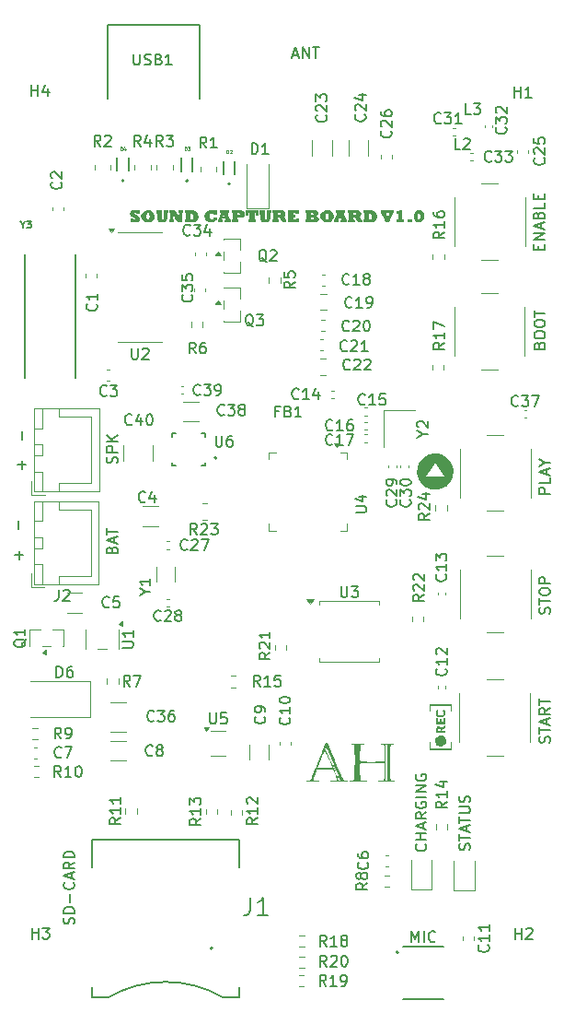
<source format=gbr>
%TF.GenerationSoftware,KiCad,Pcbnew,9.0.5*%
%TF.CreationDate,2025-10-20T11:06:54+01:00*%
%TF.ProjectId,Sound Capture,536f756e-6420-4436-9170-747572652e6b,rev?*%
%TF.SameCoordinates,Original*%
%TF.FileFunction,Legend,Top*%
%TF.FilePolarity,Positive*%
%FSLAX46Y46*%
G04 Gerber Fmt 4.6, Leading zero omitted, Abs format (unit mm)*
G04 Created by KiCad (PCBNEW 9.0.5) date 2025-10-20 11:06:54*
%MOMM*%
%LPD*%
G01*
G04 APERTURE LIST*
%ADD10C,0.150000*%
%ADD11C,0.080000*%
%ADD12C,0.000000*%
%ADD13C,0.200000*%
%ADD14C,0.127000*%
%ADD15C,0.120000*%
G04 APERTURE END LIST*
D10*
X94946000Y-117284190D02*
X94993619Y-117141333D01*
X94993619Y-117141333D02*
X94993619Y-116903238D01*
X94993619Y-116903238D02*
X94946000Y-116808000D01*
X94946000Y-116808000D02*
X94898380Y-116760381D01*
X94898380Y-116760381D02*
X94803142Y-116712762D01*
X94803142Y-116712762D02*
X94707904Y-116712762D01*
X94707904Y-116712762D02*
X94612666Y-116760381D01*
X94612666Y-116760381D02*
X94565047Y-116808000D01*
X94565047Y-116808000D02*
X94517428Y-116903238D01*
X94517428Y-116903238D02*
X94469809Y-117093714D01*
X94469809Y-117093714D02*
X94422190Y-117188952D01*
X94422190Y-117188952D02*
X94374571Y-117236571D01*
X94374571Y-117236571D02*
X94279333Y-117284190D01*
X94279333Y-117284190D02*
X94184095Y-117284190D01*
X94184095Y-117284190D02*
X94088857Y-117236571D01*
X94088857Y-117236571D02*
X94041238Y-117188952D01*
X94041238Y-117188952D02*
X93993619Y-117093714D01*
X93993619Y-117093714D02*
X93993619Y-116855619D01*
X93993619Y-116855619D02*
X94041238Y-116712762D01*
X93993619Y-116427047D02*
X93993619Y-115855619D01*
X94993619Y-116141333D02*
X93993619Y-116141333D01*
X94707904Y-115569904D02*
X94707904Y-115093714D01*
X94993619Y-115665142D02*
X93993619Y-115331809D01*
X93993619Y-115331809D02*
X94993619Y-114998476D01*
X93993619Y-114807999D02*
X93993619Y-114236571D01*
X94993619Y-114522285D02*
X93993619Y-114522285D01*
X93993619Y-113903237D02*
X94803142Y-113903237D01*
X94803142Y-113903237D02*
X94898380Y-113855618D01*
X94898380Y-113855618D02*
X94946000Y-113807999D01*
X94946000Y-113807999D02*
X94993619Y-113712761D01*
X94993619Y-113712761D02*
X94993619Y-113522285D01*
X94993619Y-113522285D02*
X94946000Y-113427047D01*
X94946000Y-113427047D02*
X94898380Y-113379428D01*
X94898380Y-113379428D02*
X94803142Y-113331809D01*
X94803142Y-113331809D02*
X93993619Y-113331809D01*
X94946000Y-112903237D02*
X94993619Y-112760380D01*
X94993619Y-112760380D02*
X94993619Y-112522285D01*
X94993619Y-112522285D02*
X94946000Y-112427047D01*
X94946000Y-112427047D02*
X94898380Y-112379428D01*
X94898380Y-112379428D02*
X94803142Y-112331809D01*
X94803142Y-112331809D02*
X94707904Y-112331809D01*
X94707904Y-112331809D02*
X94612666Y-112379428D01*
X94612666Y-112379428D02*
X94565047Y-112427047D01*
X94565047Y-112427047D02*
X94517428Y-112522285D01*
X94517428Y-112522285D02*
X94469809Y-112712761D01*
X94469809Y-112712761D02*
X94422190Y-112807999D01*
X94422190Y-112807999D02*
X94374571Y-112855618D01*
X94374571Y-112855618D02*
X94279333Y-112903237D01*
X94279333Y-112903237D02*
X94184095Y-112903237D01*
X94184095Y-112903237D02*
X94088857Y-112855618D01*
X94088857Y-112855618D02*
X94041238Y-112807999D01*
X94041238Y-112807999D02*
X93993619Y-112712761D01*
X93993619Y-112712761D02*
X93993619Y-112474666D01*
X93993619Y-112474666D02*
X94041238Y-112331809D01*
X90885180Y-116747561D02*
X90932800Y-116795180D01*
X90932800Y-116795180D02*
X90980419Y-116938037D01*
X90980419Y-116938037D02*
X90980419Y-117033275D01*
X90980419Y-117033275D02*
X90932800Y-117176132D01*
X90932800Y-117176132D02*
X90837561Y-117271370D01*
X90837561Y-117271370D02*
X90742323Y-117318989D01*
X90742323Y-117318989D02*
X90551847Y-117366608D01*
X90551847Y-117366608D02*
X90408990Y-117366608D01*
X90408990Y-117366608D02*
X90218514Y-117318989D01*
X90218514Y-117318989D02*
X90123276Y-117271370D01*
X90123276Y-117271370D02*
X90028038Y-117176132D01*
X90028038Y-117176132D02*
X89980419Y-117033275D01*
X89980419Y-117033275D02*
X89980419Y-116938037D01*
X89980419Y-116938037D02*
X90028038Y-116795180D01*
X90028038Y-116795180D02*
X90075657Y-116747561D01*
X90980419Y-116318989D02*
X89980419Y-116318989D01*
X90456609Y-116318989D02*
X90456609Y-115747561D01*
X90980419Y-115747561D02*
X89980419Y-115747561D01*
X90694704Y-115318989D02*
X90694704Y-114842799D01*
X90980419Y-115414227D02*
X89980419Y-115080894D01*
X89980419Y-115080894D02*
X90980419Y-114747561D01*
X90980419Y-113842799D02*
X90504228Y-114176132D01*
X90980419Y-114414227D02*
X89980419Y-114414227D01*
X89980419Y-114414227D02*
X89980419Y-114033275D01*
X89980419Y-114033275D02*
X90028038Y-113938037D01*
X90028038Y-113938037D02*
X90075657Y-113890418D01*
X90075657Y-113890418D02*
X90170895Y-113842799D01*
X90170895Y-113842799D02*
X90313752Y-113842799D01*
X90313752Y-113842799D02*
X90408990Y-113890418D01*
X90408990Y-113890418D02*
X90456609Y-113938037D01*
X90456609Y-113938037D02*
X90504228Y-114033275D01*
X90504228Y-114033275D02*
X90504228Y-114414227D01*
X90028038Y-112890418D02*
X89980419Y-112985656D01*
X89980419Y-112985656D02*
X89980419Y-113128513D01*
X89980419Y-113128513D02*
X90028038Y-113271370D01*
X90028038Y-113271370D02*
X90123276Y-113366608D01*
X90123276Y-113366608D02*
X90218514Y-113414227D01*
X90218514Y-113414227D02*
X90408990Y-113461846D01*
X90408990Y-113461846D02*
X90551847Y-113461846D01*
X90551847Y-113461846D02*
X90742323Y-113414227D01*
X90742323Y-113414227D02*
X90837561Y-113366608D01*
X90837561Y-113366608D02*
X90932800Y-113271370D01*
X90932800Y-113271370D02*
X90980419Y-113128513D01*
X90980419Y-113128513D02*
X90980419Y-113033275D01*
X90980419Y-113033275D02*
X90932800Y-112890418D01*
X90932800Y-112890418D02*
X90885180Y-112842799D01*
X90885180Y-112842799D02*
X90551847Y-112842799D01*
X90551847Y-112842799D02*
X90551847Y-113033275D01*
X90980419Y-112414227D02*
X89980419Y-112414227D01*
X90980419Y-111938037D02*
X89980419Y-111938037D01*
X89980419Y-111938037D02*
X90980419Y-111366609D01*
X90980419Y-111366609D02*
X89980419Y-111366609D01*
X90028038Y-110366609D02*
X89980419Y-110461847D01*
X89980419Y-110461847D02*
X89980419Y-110604704D01*
X89980419Y-110604704D02*
X90028038Y-110747561D01*
X90028038Y-110747561D02*
X90123276Y-110842799D01*
X90123276Y-110842799D02*
X90218514Y-110890418D01*
X90218514Y-110890418D02*
X90408990Y-110938037D01*
X90408990Y-110938037D02*
X90551847Y-110938037D01*
X90551847Y-110938037D02*
X90742323Y-110890418D01*
X90742323Y-110890418D02*
X90837561Y-110842799D01*
X90837561Y-110842799D02*
X90932800Y-110747561D01*
X90932800Y-110747561D02*
X90980419Y-110604704D01*
X90980419Y-110604704D02*
X90980419Y-110509466D01*
X90980419Y-110509466D02*
X90932800Y-110366609D01*
X90932800Y-110366609D02*
X90885180Y-110318990D01*
X90885180Y-110318990D02*
X90551847Y-110318990D01*
X90551847Y-110318990D02*
X90551847Y-110509466D01*
X89606572Y-125753019D02*
X89606572Y-124753019D01*
X89606572Y-124753019D02*
X89939905Y-125467304D01*
X89939905Y-125467304D02*
X90273238Y-124753019D01*
X90273238Y-124753019D02*
X90273238Y-125753019D01*
X90749429Y-125753019D02*
X90749429Y-124753019D01*
X91797047Y-125657780D02*
X91749428Y-125705400D01*
X91749428Y-125705400D02*
X91606571Y-125753019D01*
X91606571Y-125753019D02*
X91511333Y-125753019D01*
X91511333Y-125753019D02*
X91368476Y-125705400D01*
X91368476Y-125705400D02*
X91273238Y-125610161D01*
X91273238Y-125610161D02*
X91225619Y-125514923D01*
X91225619Y-125514923D02*
X91178000Y-125324447D01*
X91178000Y-125324447D02*
X91178000Y-125181590D01*
X91178000Y-125181590D02*
X91225619Y-124991114D01*
X91225619Y-124991114D02*
X91273238Y-124895876D01*
X91273238Y-124895876D02*
X91368476Y-124800638D01*
X91368476Y-124800638D02*
X91511333Y-124753019D01*
X91511333Y-124753019D02*
X91606571Y-124753019D01*
X91606571Y-124753019D02*
X91749428Y-124800638D01*
X91749428Y-124800638D02*
X91797047Y-124848257D01*
X58547800Y-124084932D02*
X58595419Y-123942075D01*
X58595419Y-123942075D02*
X58595419Y-123703980D01*
X58595419Y-123703980D02*
X58547800Y-123608742D01*
X58547800Y-123608742D02*
X58500180Y-123561123D01*
X58500180Y-123561123D02*
X58404942Y-123513504D01*
X58404942Y-123513504D02*
X58309704Y-123513504D01*
X58309704Y-123513504D02*
X58214466Y-123561123D01*
X58214466Y-123561123D02*
X58166847Y-123608742D01*
X58166847Y-123608742D02*
X58119228Y-123703980D01*
X58119228Y-123703980D02*
X58071609Y-123894456D01*
X58071609Y-123894456D02*
X58023990Y-123989694D01*
X58023990Y-123989694D02*
X57976371Y-124037313D01*
X57976371Y-124037313D02*
X57881133Y-124084932D01*
X57881133Y-124084932D02*
X57785895Y-124084932D01*
X57785895Y-124084932D02*
X57690657Y-124037313D01*
X57690657Y-124037313D02*
X57643038Y-123989694D01*
X57643038Y-123989694D02*
X57595419Y-123894456D01*
X57595419Y-123894456D02*
X57595419Y-123656361D01*
X57595419Y-123656361D02*
X57643038Y-123513504D01*
X58595419Y-123084932D02*
X57595419Y-123084932D01*
X57595419Y-123084932D02*
X57595419Y-122846837D01*
X57595419Y-122846837D02*
X57643038Y-122703980D01*
X57643038Y-122703980D02*
X57738276Y-122608742D01*
X57738276Y-122608742D02*
X57833514Y-122561123D01*
X57833514Y-122561123D02*
X58023990Y-122513504D01*
X58023990Y-122513504D02*
X58166847Y-122513504D01*
X58166847Y-122513504D02*
X58357323Y-122561123D01*
X58357323Y-122561123D02*
X58452561Y-122608742D01*
X58452561Y-122608742D02*
X58547800Y-122703980D01*
X58547800Y-122703980D02*
X58595419Y-122846837D01*
X58595419Y-122846837D02*
X58595419Y-123084932D01*
X58214466Y-122084932D02*
X58214466Y-121323028D01*
X58500180Y-120275409D02*
X58547800Y-120323028D01*
X58547800Y-120323028D02*
X58595419Y-120465885D01*
X58595419Y-120465885D02*
X58595419Y-120561123D01*
X58595419Y-120561123D02*
X58547800Y-120703980D01*
X58547800Y-120703980D02*
X58452561Y-120799218D01*
X58452561Y-120799218D02*
X58357323Y-120846837D01*
X58357323Y-120846837D02*
X58166847Y-120894456D01*
X58166847Y-120894456D02*
X58023990Y-120894456D01*
X58023990Y-120894456D02*
X57833514Y-120846837D01*
X57833514Y-120846837D02*
X57738276Y-120799218D01*
X57738276Y-120799218D02*
X57643038Y-120703980D01*
X57643038Y-120703980D02*
X57595419Y-120561123D01*
X57595419Y-120561123D02*
X57595419Y-120465885D01*
X57595419Y-120465885D02*
X57643038Y-120323028D01*
X57643038Y-120323028D02*
X57690657Y-120275409D01*
X58309704Y-119894456D02*
X58309704Y-119418266D01*
X58595419Y-119989694D02*
X57595419Y-119656361D01*
X57595419Y-119656361D02*
X58595419Y-119323028D01*
X58595419Y-118418266D02*
X58119228Y-118751599D01*
X58595419Y-118989694D02*
X57595419Y-118989694D01*
X57595419Y-118989694D02*
X57595419Y-118608742D01*
X57595419Y-118608742D02*
X57643038Y-118513504D01*
X57643038Y-118513504D02*
X57690657Y-118465885D01*
X57690657Y-118465885D02*
X57785895Y-118418266D01*
X57785895Y-118418266D02*
X57928752Y-118418266D01*
X57928752Y-118418266D02*
X58023990Y-118465885D01*
X58023990Y-118465885D02*
X58071609Y-118513504D01*
X58071609Y-118513504D02*
X58119228Y-118608742D01*
X58119228Y-118608742D02*
X58119228Y-118989694D01*
X58595419Y-117989694D02*
X57595419Y-117989694D01*
X57595419Y-117989694D02*
X57595419Y-117751599D01*
X57595419Y-117751599D02*
X57643038Y-117608742D01*
X57643038Y-117608742D02*
X57738276Y-117513504D01*
X57738276Y-117513504D02*
X57833514Y-117465885D01*
X57833514Y-117465885D02*
X58023990Y-117418266D01*
X58023990Y-117418266D02*
X58166847Y-117418266D01*
X58166847Y-117418266D02*
X58357323Y-117465885D01*
X58357323Y-117465885D02*
X58452561Y-117513504D01*
X58452561Y-117513504D02*
X58547800Y-117608742D01*
X58547800Y-117608742D02*
X58595419Y-117751599D01*
X58595419Y-117751599D02*
X58595419Y-117989694D01*
X101302409Y-62112209D02*
X101302409Y-61778876D01*
X101826219Y-61636019D02*
X101826219Y-62112209D01*
X101826219Y-62112209D02*
X100826219Y-62112209D01*
X100826219Y-62112209D02*
X100826219Y-61636019D01*
X101826219Y-61207447D02*
X100826219Y-61207447D01*
X100826219Y-61207447D02*
X101826219Y-60636019D01*
X101826219Y-60636019D02*
X100826219Y-60636019D01*
X101540504Y-60207447D02*
X101540504Y-59731257D01*
X101826219Y-60302685D02*
X100826219Y-59969352D01*
X100826219Y-59969352D02*
X101826219Y-59636019D01*
X101302409Y-58969352D02*
X101350028Y-58826495D01*
X101350028Y-58826495D02*
X101397647Y-58778876D01*
X101397647Y-58778876D02*
X101492885Y-58731257D01*
X101492885Y-58731257D02*
X101635742Y-58731257D01*
X101635742Y-58731257D02*
X101730980Y-58778876D01*
X101730980Y-58778876D02*
X101778600Y-58826495D01*
X101778600Y-58826495D02*
X101826219Y-58921733D01*
X101826219Y-58921733D02*
X101826219Y-59302685D01*
X101826219Y-59302685D02*
X100826219Y-59302685D01*
X100826219Y-59302685D02*
X100826219Y-58969352D01*
X100826219Y-58969352D02*
X100873838Y-58874114D01*
X100873838Y-58874114D02*
X100921457Y-58826495D01*
X100921457Y-58826495D02*
X101016695Y-58778876D01*
X101016695Y-58778876D02*
X101111933Y-58778876D01*
X101111933Y-58778876D02*
X101207171Y-58826495D01*
X101207171Y-58826495D02*
X101254790Y-58874114D01*
X101254790Y-58874114D02*
X101302409Y-58969352D01*
X101302409Y-58969352D02*
X101302409Y-59302685D01*
X101826219Y-57826495D02*
X101826219Y-58302685D01*
X101826219Y-58302685D02*
X100826219Y-58302685D01*
X101302409Y-57493161D02*
X101302409Y-57159828D01*
X101826219Y-57016971D02*
X101826219Y-57493161D01*
X101826219Y-57493161D02*
X100826219Y-57493161D01*
X100826219Y-57493161D02*
X100826219Y-57016971D01*
X101378609Y-70927742D02*
X101426228Y-70784885D01*
X101426228Y-70784885D02*
X101473847Y-70737266D01*
X101473847Y-70737266D02*
X101569085Y-70689647D01*
X101569085Y-70689647D02*
X101711942Y-70689647D01*
X101711942Y-70689647D02*
X101807180Y-70737266D01*
X101807180Y-70737266D02*
X101854800Y-70784885D01*
X101854800Y-70784885D02*
X101902419Y-70880123D01*
X101902419Y-70880123D02*
X101902419Y-71261075D01*
X101902419Y-71261075D02*
X100902419Y-71261075D01*
X100902419Y-71261075D02*
X100902419Y-70927742D01*
X100902419Y-70927742D02*
X100950038Y-70832504D01*
X100950038Y-70832504D02*
X100997657Y-70784885D01*
X100997657Y-70784885D02*
X101092895Y-70737266D01*
X101092895Y-70737266D02*
X101188133Y-70737266D01*
X101188133Y-70737266D02*
X101283371Y-70784885D01*
X101283371Y-70784885D02*
X101330990Y-70832504D01*
X101330990Y-70832504D02*
X101378609Y-70927742D01*
X101378609Y-70927742D02*
X101378609Y-71261075D01*
X100902419Y-70070599D02*
X100902419Y-69880123D01*
X100902419Y-69880123D02*
X100950038Y-69784885D01*
X100950038Y-69784885D02*
X101045276Y-69689647D01*
X101045276Y-69689647D02*
X101235752Y-69642028D01*
X101235752Y-69642028D02*
X101569085Y-69642028D01*
X101569085Y-69642028D02*
X101759561Y-69689647D01*
X101759561Y-69689647D02*
X101854800Y-69784885D01*
X101854800Y-69784885D02*
X101902419Y-69880123D01*
X101902419Y-69880123D02*
X101902419Y-70070599D01*
X101902419Y-70070599D02*
X101854800Y-70165837D01*
X101854800Y-70165837D02*
X101759561Y-70261075D01*
X101759561Y-70261075D02*
X101569085Y-70308694D01*
X101569085Y-70308694D02*
X101235752Y-70308694D01*
X101235752Y-70308694D02*
X101045276Y-70261075D01*
X101045276Y-70261075D02*
X100950038Y-70165837D01*
X100950038Y-70165837D02*
X100902419Y-70070599D01*
X100902419Y-69022980D02*
X100902419Y-68832504D01*
X100902419Y-68832504D02*
X100950038Y-68737266D01*
X100950038Y-68737266D02*
X101045276Y-68642028D01*
X101045276Y-68642028D02*
X101235752Y-68594409D01*
X101235752Y-68594409D02*
X101569085Y-68594409D01*
X101569085Y-68594409D02*
X101759561Y-68642028D01*
X101759561Y-68642028D02*
X101854800Y-68737266D01*
X101854800Y-68737266D02*
X101902419Y-68832504D01*
X101902419Y-68832504D02*
X101902419Y-69022980D01*
X101902419Y-69022980D02*
X101854800Y-69118218D01*
X101854800Y-69118218D02*
X101759561Y-69213456D01*
X101759561Y-69213456D02*
X101569085Y-69261075D01*
X101569085Y-69261075D02*
X101235752Y-69261075D01*
X101235752Y-69261075D02*
X101045276Y-69213456D01*
X101045276Y-69213456D02*
X100950038Y-69118218D01*
X100950038Y-69118218D02*
X100902419Y-69022980D01*
X100902419Y-68308694D02*
X100902419Y-67737266D01*
X101902419Y-68022980D02*
X100902419Y-68022980D01*
X102340419Y-84558809D02*
X101340419Y-84558809D01*
X101340419Y-84558809D02*
X101340419Y-84177857D01*
X101340419Y-84177857D02*
X101388038Y-84082619D01*
X101388038Y-84082619D02*
X101435657Y-84035000D01*
X101435657Y-84035000D02*
X101530895Y-83987381D01*
X101530895Y-83987381D02*
X101673752Y-83987381D01*
X101673752Y-83987381D02*
X101768990Y-84035000D01*
X101768990Y-84035000D02*
X101816609Y-84082619D01*
X101816609Y-84082619D02*
X101864228Y-84177857D01*
X101864228Y-84177857D02*
X101864228Y-84558809D01*
X102340419Y-83082619D02*
X102340419Y-83558809D01*
X102340419Y-83558809D02*
X101340419Y-83558809D01*
X102054704Y-82796904D02*
X102054704Y-82320714D01*
X102340419Y-82892142D02*
X101340419Y-82558809D01*
X101340419Y-82558809D02*
X102340419Y-82225476D01*
X101864228Y-81701666D02*
X102340419Y-81701666D01*
X101340419Y-82034999D02*
X101864228Y-81701666D01*
X101864228Y-81701666D02*
X101340419Y-81368333D01*
X102312000Y-95594275D02*
X102359619Y-95451418D01*
X102359619Y-95451418D02*
X102359619Y-95213323D01*
X102359619Y-95213323D02*
X102312000Y-95118085D01*
X102312000Y-95118085D02*
X102264380Y-95070466D01*
X102264380Y-95070466D02*
X102169142Y-95022847D01*
X102169142Y-95022847D02*
X102073904Y-95022847D01*
X102073904Y-95022847D02*
X101978666Y-95070466D01*
X101978666Y-95070466D02*
X101931047Y-95118085D01*
X101931047Y-95118085D02*
X101883428Y-95213323D01*
X101883428Y-95213323D02*
X101835809Y-95403799D01*
X101835809Y-95403799D02*
X101788190Y-95499037D01*
X101788190Y-95499037D02*
X101740571Y-95546656D01*
X101740571Y-95546656D02*
X101645333Y-95594275D01*
X101645333Y-95594275D02*
X101550095Y-95594275D01*
X101550095Y-95594275D02*
X101454857Y-95546656D01*
X101454857Y-95546656D02*
X101407238Y-95499037D01*
X101407238Y-95499037D02*
X101359619Y-95403799D01*
X101359619Y-95403799D02*
X101359619Y-95165704D01*
X101359619Y-95165704D02*
X101407238Y-95022847D01*
X101359619Y-94737132D02*
X101359619Y-94165704D01*
X102359619Y-94451418D02*
X101359619Y-94451418D01*
X101359619Y-93641894D02*
X101359619Y-93451418D01*
X101359619Y-93451418D02*
X101407238Y-93356180D01*
X101407238Y-93356180D02*
X101502476Y-93260942D01*
X101502476Y-93260942D02*
X101692952Y-93213323D01*
X101692952Y-93213323D02*
X102026285Y-93213323D01*
X102026285Y-93213323D02*
X102216761Y-93260942D01*
X102216761Y-93260942D02*
X102312000Y-93356180D01*
X102312000Y-93356180D02*
X102359619Y-93451418D01*
X102359619Y-93451418D02*
X102359619Y-93641894D01*
X102359619Y-93641894D02*
X102312000Y-93737132D01*
X102312000Y-93737132D02*
X102216761Y-93832370D01*
X102216761Y-93832370D02*
X102026285Y-93879989D01*
X102026285Y-93879989D02*
X101692952Y-93879989D01*
X101692952Y-93879989D02*
X101502476Y-93832370D01*
X101502476Y-93832370D02*
X101407238Y-93737132D01*
X101407238Y-93737132D02*
X101359619Y-93641894D01*
X102359619Y-92784751D02*
X101359619Y-92784751D01*
X101359619Y-92784751D02*
X101359619Y-92403799D01*
X101359619Y-92403799D02*
X101407238Y-92308561D01*
X101407238Y-92308561D02*
X101454857Y-92260942D01*
X101454857Y-92260942D02*
X101550095Y-92213323D01*
X101550095Y-92213323D02*
X101692952Y-92213323D01*
X101692952Y-92213323D02*
X101788190Y-92260942D01*
X101788190Y-92260942D02*
X101835809Y-92308561D01*
X101835809Y-92308561D02*
X101883428Y-92403799D01*
X101883428Y-92403799D02*
X101883428Y-92784751D01*
X102312000Y-107436990D02*
X102359619Y-107294133D01*
X102359619Y-107294133D02*
X102359619Y-107056038D01*
X102359619Y-107056038D02*
X102312000Y-106960800D01*
X102312000Y-106960800D02*
X102264380Y-106913181D01*
X102264380Y-106913181D02*
X102169142Y-106865562D01*
X102169142Y-106865562D02*
X102073904Y-106865562D01*
X102073904Y-106865562D02*
X101978666Y-106913181D01*
X101978666Y-106913181D02*
X101931047Y-106960800D01*
X101931047Y-106960800D02*
X101883428Y-107056038D01*
X101883428Y-107056038D02*
X101835809Y-107246514D01*
X101835809Y-107246514D02*
X101788190Y-107341752D01*
X101788190Y-107341752D02*
X101740571Y-107389371D01*
X101740571Y-107389371D02*
X101645333Y-107436990D01*
X101645333Y-107436990D02*
X101550095Y-107436990D01*
X101550095Y-107436990D02*
X101454857Y-107389371D01*
X101454857Y-107389371D02*
X101407238Y-107341752D01*
X101407238Y-107341752D02*
X101359619Y-107246514D01*
X101359619Y-107246514D02*
X101359619Y-107008419D01*
X101359619Y-107008419D02*
X101407238Y-106865562D01*
X101359619Y-106579847D02*
X101359619Y-106008419D01*
X102359619Y-106294133D02*
X101359619Y-106294133D01*
X102073904Y-105722704D02*
X102073904Y-105246514D01*
X102359619Y-105817942D02*
X101359619Y-105484609D01*
X101359619Y-105484609D02*
X102359619Y-105151276D01*
X102359619Y-104246514D02*
X101883428Y-104579847D01*
X102359619Y-104817942D02*
X101359619Y-104817942D01*
X101359619Y-104817942D02*
X101359619Y-104436990D01*
X101359619Y-104436990D02*
X101407238Y-104341752D01*
X101407238Y-104341752D02*
X101454857Y-104294133D01*
X101454857Y-104294133D02*
X101550095Y-104246514D01*
X101550095Y-104246514D02*
X101692952Y-104246514D01*
X101692952Y-104246514D02*
X101788190Y-104294133D01*
X101788190Y-104294133D02*
X101835809Y-104341752D01*
X101835809Y-104341752D02*
X101883428Y-104436990D01*
X101883428Y-104436990D02*
X101883428Y-104817942D01*
X101359619Y-103960799D02*
X101359619Y-103389371D01*
X102359619Y-103675085D02*
X101359619Y-103675085D01*
X78714743Y-44263504D02*
X79190933Y-44263504D01*
X78619505Y-44549219D02*
X78952838Y-43549219D01*
X78952838Y-43549219D02*
X79286171Y-44549219D01*
X79619505Y-44549219D02*
X79619505Y-43549219D01*
X79619505Y-43549219D02*
X80190933Y-44549219D01*
X80190933Y-44549219D02*
X80190933Y-43549219D01*
X80524267Y-43549219D02*
X81095695Y-43549219D01*
X80809981Y-44549219D02*
X80809981Y-43549219D01*
X53744066Y-82295951D02*
X53744066Y-81534047D01*
X54125019Y-81914999D02*
X53363114Y-81914999D01*
X53744066Y-79628951D02*
X53744066Y-78867047D01*
X53515466Y-90601751D02*
X53515466Y-89839847D01*
X53896419Y-90220799D02*
X53134514Y-90220799D01*
X53464666Y-87782351D02*
X53464666Y-87020447D01*
X62510200Y-81752913D02*
X62557819Y-81610056D01*
X62557819Y-81610056D02*
X62557819Y-81371961D01*
X62557819Y-81371961D02*
X62510200Y-81276723D01*
X62510200Y-81276723D02*
X62462580Y-81229104D01*
X62462580Y-81229104D02*
X62367342Y-81181485D01*
X62367342Y-81181485D02*
X62272104Y-81181485D01*
X62272104Y-81181485D02*
X62176866Y-81229104D01*
X62176866Y-81229104D02*
X62129247Y-81276723D01*
X62129247Y-81276723D02*
X62081628Y-81371961D01*
X62081628Y-81371961D02*
X62034009Y-81562437D01*
X62034009Y-81562437D02*
X61986390Y-81657675D01*
X61986390Y-81657675D02*
X61938771Y-81705294D01*
X61938771Y-81705294D02*
X61843533Y-81752913D01*
X61843533Y-81752913D02*
X61748295Y-81752913D01*
X61748295Y-81752913D02*
X61653057Y-81705294D01*
X61653057Y-81705294D02*
X61605438Y-81657675D01*
X61605438Y-81657675D02*
X61557819Y-81562437D01*
X61557819Y-81562437D02*
X61557819Y-81324342D01*
X61557819Y-81324342D02*
X61605438Y-81181485D01*
X62557819Y-80752913D02*
X61557819Y-80752913D01*
X61557819Y-80752913D02*
X61557819Y-80371961D01*
X61557819Y-80371961D02*
X61605438Y-80276723D01*
X61605438Y-80276723D02*
X61653057Y-80229104D01*
X61653057Y-80229104D02*
X61748295Y-80181485D01*
X61748295Y-80181485D02*
X61891152Y-80181485D01*
X61891152Y-80181485D02*
X61986390Y-80229104D01*
X61986390Y-80229104D02*
X62034009Y-80276723D01*
X62034009Y-80276723D02*
X62081628Y-80371961D01*
X62081628Y-80371961D02*
X62081628Y-80752913D01*
X62557819Y-79752913D02*
X61557819Y-79752913D01*
X62557819Y-79181485D02*
X61986390Y-79610056D01*
X61557819Y-79181485D02*
X62129247Y-79752913D01*
X62034009Y-89714295D02*
X62081628Y-89571438D01*
X62081628Y-89571438D02*
X62129247Y-89523819D01*
X62129247Y-89523819D02*
X62224485Y-89476200D01*
X62224485Y-89476200D02*
X62367342Y-89476200D01*
X62367342Y-89476200D02*
X62462580Y-89523819D01*
X62462580Y-89523819D02*
X62510200Y-89571438D01*
X62510200Y-89571438D02*
X62557819Y-89666676D01*
X62557819Y-89666676D02*
X62557819Y-90047628D01*
X62557819Y-90047628D02*
X61557819Y-90047628D01*
X61557819Y-90047628D02*
X61557819Y-89714295D01*
X61557819Y-89714295D02*
X61605438Y-89619057D01*
X61605438Y-89619057D02*
X61653057Y-89571438D01*
X61653057Y-89571438D02*
X61748295Y-89523819D01*
X61748295Y-89523819D02*
X61843533Y-89523819D01*
X61843533Y-89523819D02*
X61938771Y-89571438D01*
X61938771Y-89571438D02*
X61986390Y-89619057D01*
X61986390Y-89619057D02*
X62034009Y-89714295D01*
X62034009Y-89714295D02*
X62034009Y-90047628D01*
X62272104Y-89095247D02*
X62272104Y-88619057D01*
X62557819Y-89190485D02*
X61557819Y-88857152D01*
X61557819Y-88857152D02*
X62557819Y-88523819D01*
X61557819Y-88333342D02*
X61557819Y-87761914D01*
X62557819Y-88047628D02*
X61557819Y-88047628D01*
X71602695Y-79236219D02*
X71602695Y-80045742D01*
X71602695Y-80045742D02*
X71650314Y-80140980D01*
X71650314Y-80140980D02*
X71697933Y-80188600D01*
X71697933Y-80188600D02*
X71793171Y-80236219D01*
X71793171Y-80236219D02*
X71983647Y-80236219D01*
X71983647Y-80236219D02*
X72078885Y-80188600D01*
X72078885Y-80188600D02*
X72126504Y-80140980D01*
X72126504Y-80140980D02*
X72174123Y-80045742D01*
X72174123Y-80045742D02*
X72174123Y-79236219D01*
X73078885Y-79236219D02*
X72888409Y-79236219D01*
X72888409Y-79236219D02*
X72793171Y-79283838D01*
X72793171Y-79283838D02*
X72745552Y-79331457D01*
X72745552Y-79331457D02*
X72650314Y-79474314D01*
X72650314Y-79474314D02*
X72602695Y-79664790D01*
X72602695Y-79664790D02*
X72602695Y-80045742D01*
X72602695Y-80045742D02*
X72650314Y-80140980D01*
X72650314Y-80140980D02*
X72697933Y-80188600D01*
X72697933Y-80188600D02*
X72793171Y-80236219D01*
X72793171Y-80236219D02*
X72983647Y-80236219D01*
X72983647Y-80236219D02*
X73078885Y-80188600D01*
X73078885Y-80188600D02*
X73126504Y-80140980D01*
X73126504Y-80140980D02*
X73174123Y-80045742D01*
X73174123Y-80045742D02*
X73174123Y-79807647D01*
X73174123Y-79807647D02*
X73126504Y-79712409D01*
X73126504Y-79712409D02*
X73078885Y-79664790D01*
X73078885Y-79664790D02*
X72983647Y-79617171D01*
X72983647Y-79617171D02*
X72793171Y-79617171D01*
X72793171Y-79617171D02*
X72697933Y-79664790D01*
X72697933Y-79664790D02*
X72650314Y-79712409D01*
X72650314Y-79712409D02*
X72602695Y-79807647D01*
X92627219Y-70696057D02*
X92151028Y-71029390D01*
X92627219Y-71267485D02*
X91627219Y-71267485D01*
X91627219Y-71267485D02*
X91627219Y-70886533D01*
X91627219Y-70886533D02*
X91674838Y-70791295D01*
X91674838Y-70791295D02*
X91722457Y-70743676D01*
X91722457Y-70743676D02*
X91817695Y-70696057D01*
X91817695Y-70696057D02*
X91960552Y-70696057D01*
X91960552Y-70696057D02*
X92055790Y-70743676D01*
X92055790Y-70743676D02*
X92103409Y-70791295D01*
X92103409Y-70791295D02*
X92151028Y-70886533D01*
X92151028Y-70886533D02*
X92151028Y-71267485D01*
X92627219Y-69743676D02*
X92627219Y-70315104D01*
X92627219Y-70029390D02*
X91627219Y-70029390D01*
X91627219Y-70029390D02*
X91770076Y-70124628D01*
X91770076Y-70124628D02*
X91865314Y-70219866D01*
X91865314Y-70219866D02*
X91912933Y-70315104D01*
X91627219Y-69410342D02*
X91627219Y-68743676D01*
X91627219Y-68743676D02*
X92627219Y-69172247D01*
X65111333Y-85271780D02*
X65063714Y-85319400D01*
X65063714Y-85319400D02*
X64920857Y-85367019D01*
X64920857Y-85367019D02*
X64825619Y-85367019D01*
X64825619Y-85367019D02*
X64682762Y-85319400D01*
X64682762Y-85319400D02*
X64587524Y-85224161D01*
X64587524Y-85224161D02*
X64539905Y-85128923D01*
X64539905Y-85128923D02*
X64492286Y-84938447D01*
X64492286Y-84938447D02*
X64492286Y-84795590D01*
X64492286Y-84795590D02*
X64539905Y-84605114D01*
X64539905Y-84605114D02*
X64587524Y-84509876D01*
X64587524Y-84509876D02*
X64682762Y-84414638D01*
X64682762Y-84414638D02*
X64825619Y-84367019D01*
X64825619Y-84367019D02*
X64920857Y-84367019D01*
X64920857Y-84367019D02*
X65063714Y-84414638D01*
X65063714Y-84414638D02*
X65111333Y-84462257D01*
X65968476Y-84700352D02*
X65968476Y-85367019D01*
X65730381Y-84319400D02*
X65492286Y-85033685D01*
X65492286Y-85033685D02*
X66111333Y-85033685D01*
X91259819Y-86393257D02*
X90783628Y-86726590D01*
X91259819Y-86964685D02*
X90259819Y-86964685D01*
X90259819Y-86964685D02*
X90259819Y-86583733D01*
X90259819Y-86583733D02*
X90307438Y-86488495D01*
X90307438Y-86488495D02*
X90355057Y-86440876D01*
X90355057Y-86440876D02*
X90450295Y-86393257D01*
X90450295Y-86393257D02*
X90593152Y-86393257D01*
X90593152Y-86393257D02*
X90688390Y-86440876D01*
X90688390Y-86440876D02*
X90736009Y-86488495D01*
X90736009Y-86488495D02*
X90783628Y-86583733D01*
X90783628Y-86583733D02*
X90783628Y-86964685D01*
X90355057Y-86012304D02*
X90307438Y-85964685D01*
X90307438Y-85964685D02*
X90259819Y-85869447D01*
X90259819Y-85869447D02*
X90259819Y-85631352D01*
X90259819Y-85631352D02*
X90307438Y-85536114D01*
X90307438Y-85536114D02*
X90355057Y-85488495D01*
X90355057Y-85488495D02*
X90450295Y-85440876D01*
X90450295Y-85440876D02*
X90545533Y-85440876D01*
X90545533Y-85440876D02*
X90688390Y-85488495D01*
X90688390Y-85488495D02*
X91259819Y-86059923D01*
X91259819Y-86059923D02*
X91259819Y-85440876D01*
X90593152Y-84583733D02*
X91259819Y-84583733D01*
X90212200Y-84821828D02*
X90926485Y-85059923D01*
X90926485Y-85059923D02*
X90926485Y-84440876D01*
X69867542Y-88313419D02*
X69534209Y-87837228D01*
X69296114Y-88313419D02*
X69296114Y-87313419D01*
X69296114Y-87313419D02*
X69677066Y-87313419D01*
X69677066Y-87313419D02*
X69772304Y-87361038D01*
X69772304Y-87361038D02*
X69819923Y-87408657D01*
X69819923Y-87408657D02*
X69867542Y-87503895D01*
X69867542Y-87503895D02*
X69867542Y-87646752D01*
X69867542Y-87646752D02*
X69819923Y-87741990D01*
X69819923Y-87741990D02*
X69772304Y-87789609D01*
X69772304Y-87789609D02*
X69677066Y-87837228D01*
X69677066Y-87837228D02*
X69296114Y-87837228D01*
X70248495Y-87408657D02*
X70296114Y-87361038D01*
X70296114Y-87361038D02*
X70391352Y-87313419D01*
X70391352Y-87313419D02*
X70629447Y-87313419D01*
X70629447Y-87313419D02*
X70724685Y-87361038D01*
X70724685Y-87361038D02*
X70772304Y-87408657D01*
X70772304Y-87408657D02*
X70819923Y-87503895D01*
X70819923Y-87503895D02*
X70819923Y-87599133D01*
X70819923Y-87599133D02*
X70772304Y-87741990D01*
X70772304Y-87741990D02*
X70200876Y-88313419D01*
X70200876Y-88313419D02*
X70819923Y-88313419D01*
X71153257Y-87313419D02*
X71772304Y-87313419D01*
X71772304Y-87313419D02*
X71438971Y-87694371D01*
X71438971Y-87694371D02*
X71581828Y-87694371D01*
X71581828Y-87694371D02*
X71677066Y-87741990D01*
X71677066Y-87741990D02*
X71724685Y-87789609D01*
X71724685Y-87789609D02*
X71772304Y-87884847D01*
X71772304Y-87884847D02*
X71772304Y-88122942D01*
X71772304Y-88122942D02*
X71724685Y-88218180D01*
X71724685Y-88218180D02*
X71677066Y-88265800D01*
X71677066Y-88265800D02*
X71581828Y-88313419D01*
X71581828Y-88313419D02*
X71296114Y-88313419D01*
X71296114Y-88313419D02*
X71200876Y-88265800D01*
X71200876Y-88265800D02*
X71153257Y-88218180D01*
X63873142Y-78159780D02*
X63825523Y-78207400D01*
X63825523Y-78207400D02*
X63682666Y-78255019D01*
X63682666Y-78255019D02*
X63587428Y-78255019D01*
X63587428Y-78255019D02*
X63444571Y-78207400D01*
X63444571Y-78207400D02*
X63349333Y-78112161D01*
X63349333Y-78112161D02*
X63301714Y-78016923D01*
X63301714Y-78016923D02*
X63254095Y-77826447D01*
X63254095Y-77826447D02*
X63254095Y-77683590D01*
X63254095Y-77683590D02*
X63301714Y-77493114D01*
X63301714Y-77493114D02*
X63349333Y-77397876D01*
X63349333Y-77397876D02*
X63444571Y-77302638D01*
X63444571Y-77302638D02*
X63587428Y-77255019D01*
X63587428Y-77255019D02*
X63682666Y-77255019D01*
X63682666Y-77255019D02*
X63825523Y-77302638D01*
X63825523Y-77302638D02*
X63873142Y-77350257D01*
X64730285Y-77588352D02*
X64730285Y-78255019D01*
X64492190Y-77207400D02*
X64254095Y-77921685D01*
X64254095Y-77921685D02*
X64873142Y-77921685D01*
X65444571Y-77255019D02*
X65539809Y-77255019D01*
X65539809Y-77255019D02*
X65635047Y-77302638D01*
X65635047Y-77302638D02*
X65682666Y-77350257D01*
X65682666Y-77350257D02*
X65730285Y-77445495D01*
X65730285Y-77445495D02*
X65777904Y-77635971D01*
X65777904Y-77635971D02*
X65777904Y-77874066D01*
X65777904Y-77874066D02*
X65730285Y-78064542D01*
X65730285Y-78064542D02*
X65682666Y-78159780D01*
X65682666Y-78159780D02*
X65635047Y-78207400D01*
X65635047Y-78207400D02*
X65539809Y-78255019D01*
X65539809Y-78255019D02*
X65444571Y-78255019D01*
X65444571Y-78255019D02*
X65349333Y-78207400D01*
X65349333Y-78207400D02*
X65301714Y-78159780D01*
X65301714Y-78159780D02*
X65254095Y-78064542D01*
X65254095Y-78064542D02*
X65206476Y-77874066D01*
X65206476Y-77874066D02*
X65206476Y-77635971D01*
X65206476Y-77635971D02*
X65254095Y-77445495D01*
X65254095Y-77445495D02*
X65301714Y-77350257D01*
X65301714Y-77350257D02*
X65349333Y-77302638D01*
X65349333Y-77302638D02*
X65444571Y-77255019D01*
X70172342Y-75416580D02*
X70124723Y-75464200D01*
X70124723Y-75464200D02*
X69981866Y-75511819D01*
X69981866Y-75511819D02*
X69886628Y-75511819D01*
X69886628Y-75511819D02*
X69743771Y-75464200D01*
X69743771Y-75464200D02*
X69648533Y-75368961D01*
X69648533Y-75368961D02*
X69600914Y-75273723D01*
X69600914Y-75273723D02*
X69553295Y-75083247D01*
X69553295Y-75083247D02*
X69553295Y-74940390D01*
X69553295Y-74940390D02*
X69600914Y-74749914D01*
X69600914Y-74749914D02*
X69648533Y-74654676D01*
X69648533Y-74654676D02*
X69743771Y-74559438D01*
X69743771Y-74559438D02*
X69886628Y-74511819D01*
X69886628Y-74511819D02*
X69981866Y-74511819D01*
X69981866Y-74511819D02*
X70124723Y-74559438D01*
X70124723Y-74559438D02*
X70172342Y-74607057D01*
X70505676Y-74511819D02*
X71124723Y-74511819D01*
X71124723Y-74511819D02*
X70791390Y-74892771D01*
X70791390Y-74892771D02*
X70934247Y-74892771D01*
X70934247Y-74892771D02*
X71029485Y-74940390D01*
X71029485Y-74940390D02*
X71077104Y-74988009D01*
X71077104Y-74988009D02*
X71124723Y-75083247D01*
X71124723Y-75083247D02*
X71124723Y-75321342D01*
X71124723Y-75321342D02*
X71077104Y-75416580D01*
X71077104Y-75416580D02*
X71029485Y-75464200D01*
X71029485Y-75464200D02*
X70934247Y-75511819D01*
X70934247Y-75511819D02*
X70648533Y-75511819D01*
X70648533Y-75511819D02*
X70553295Y-75464200D01*
X70553295Y-75464200D02*
X70505676Y-75416580D01*
X71600914Y-75511819D02*
X71791390Y-75511819D01*
X71791390Y-75511819D02*
X71886628Y-75464200D01*
X71886628Y-75464200D02*
X71934247Y-75416580D01*
X71934247Y-75416580D02*
X72029485Y-75273723D01*
X72029485Y-75273723D02*
X72077104Y-75083247D01*
X72077104Y-75083247D02*
X72077104Y-74702295D01*
X72077104Y-74702295D02*
X72029485Y-74607057D01*
X72029485Y-74607057D02*
X71981866Y-74559438D01*
X71981866Y-74559438D02*
X71886628Y-74511819D01*
X71886628Y-74511819D02*
X71696152Y-74511819D01*
X71696152Y-74511819D02*
X71600914Y-74559438D01*
X71600914Y-74559438D02*
X71553295Y-74607057D01*
X71553295Y-74607057D02*
X71505676Y-74702295D01*
X71505676Y-74702295D02*
X71505676Y-74940390D01*
X71505676Y-74940390D02*
X71553295Y-75035628D01*
X71553295Y-75035628D02*
X71600914Y-75083247D01*
X71600914Y-75083247D02*
X71696152Y-75130866D01*
X71696152Y-75130866D02*
X71886628Y-75130866D01*
X71886628Y-75130866D02*
X71981866Y-75083247D01*
X71981866Y-75083247D02*
X72029485Y-75035628D01*
X72029485Y-75035628D02*
X72077104Y-74940390D01*
X72382142Y-77270780D02*
X72334523Y-77318400D01*
X72334523Y-77318400D02*
X72191666Y-77366019D01*
X72191666Y-77366019D02*
X72096428Y-77366019D01*
X72096428Y-77366019D02*
X71953571Y-77318400D01*
X71953571Y-77318400D02*
X71858333Y-77223161D01*
X71858333Y-77223161D02*
X71810714Y-77127923D01*
X71810714Y-77127923D02*
X71763095Y-76937447D01*
X71763095Y-76937447D02*
X71763095Y-76794590D01*
X71763095Y-76794590D02*
X71810714Y-76604114D01*
X71810714Y-76604114D02*
X71858333Y-76508876D01*
X71858333Y-76508876D02*
X71953571Y-76413638D01*
X71953571Y-76413638D02*
X72096428Y-76366019D01*
X72096428Y-76366019D02*
X72191666Y-76366019D01*
X72191666Y-76366019D02*
X72334523Y-76413638D01*
X72334523Y-76413638D02*
X72382142Y-76461257D01*
X72715476Y-76366019D02*
X73334523Y-76366019D01*
X73334523Y-76366019D02*
X73001190Y-76746971D01*
X73001190Y-76746971D02*
X73144047Y-76746971D01*
X73144047Y-76746971D02*
X73239285Y-76794590D01*
X73239285Y-76794590D02*
X73286904Y-76842209D01*
X73286904Y-76842209D02*
X73334523Y-76937447D01*
X73334523Y-76937447D02*
X73334523Y-77175542D01*
X73334523Y-77175542D02*
X73286904Y-77270780D01*
X73286904Y-77270780D02*
X73239285Y-77318400D01*
X73239285Y-77318400D02*
X73144047Y-77366019D01*
X73144047Y-77366019D02*
X72858333Y-77366019D01*
X72858333Y-77366019D02*
X72763095Y-77318400D01*
X72763095Y-77318400D02*
X72715476Y-77270780D01*
X73905952Y-76794590D02*
X73810714Y-76746971D01*
X73810714Y-76746971D02*
X73763095Y-76699352D01*
X73763095Y-76699352D02*
X73715476Y-76604114D01*
X73715476Y-76604114D02*
X73715476Y-76556495D01*
X73715476Y-76556495D02*
X73763095Y-76461257D01*
X73763095Y-76461257D02*
X73810714Y-76413638D01*
X73810714Y-76413638D02*
X73905952Y-76366019D01*
X73905952Y-76366019D02*
X74096428Y-76366019D01*
X74096428Y-76366019D02*
X74191666Y-76413638D01*
X74191666Y-76413638D02*
X74239285Y-76461257D01*
X74239285Y-76461257D02*
X74286904Y-76556495D01*
X74286904Y-76556495D02*
X74286904Y-76604114D01*
X74286904Y-76604114D02*
X74239285Y-76699352D01*
X74239285Y-76699352D02*
X74191666Y-76746971D01*
X74191666Y-76746971D02*
X74096428Y-76794590D01*
X74096428Y-76794590D02*
X73905952Y-76794590D01*
X73905952Y-76794590D02*
X73810714Y-76842209D01*
X73810714Y-76842209D02*
X73763095Y-76889828D01*
X73763095Y-76889828D02*
X73715476Y-76985066D01*
X73715476Y-76985066D02*
X73715476Y-77175542D01*
X73715476Y-77175542D02*
X73763095Y-77270780D01*
X73763095Y-77270780D02*
X73810714Y-77318400D01*
X73810714Y-77318400D02*
X73905952Y-77366019D01*
X73905952Y-77366019D02*
X74096428Y-77366019D01*
X74096428Y-77366019D02*
X74191666Y-77318400D01*
X74191666Y-77318400D02*
X74239285Y-77270780D01*
X74239285Y-77270780D02*
X74286904Y-77175542D01*
X74286904Y-77175542D02*
X74286904Y-76985066D01*
X74286904Y-76985066D02*
X74239285Y-76889828D01*
X74239285Y-76889828D02*
X74191666Y-76842209D01*
X74191666Y-76842209D02*
X74096428Y-76794590D01*
X99431542Y-76440980D02*
X99383923Y-76488600D01*
X99383923Y-76488600D02*
X99241066Y-76536219D01*
X99241066Y-76536219D02*
X99145828Y-76536219D01*
X99145828Y-76536219D02*
X99002971Y-76488600D01*
X99002971Y-76488600D02*
X98907733Y-76393361D01*
X98907733Y-76393361D02*
X98860114Y-76298123D01*
X98860114Y-76298123D02*
X98812495Y-76107647D01*
X98812495Y-76107647D02*
X98812495Y-75964790D01*
X98812495Y-75964790D02*
X98860114Y-75774314D01*
X98860114Y-75774314D02*
X98907733Y-75679076D01*
X98907733Y-75679076D02*
X99002971Y-75583838D01*
X99002971Y-75583838D02*
X99145828Y-75536219D01*
X99145828Y-75536219D02*
X99241066Y-75536219D01*
X99241066Y-75536219D02*
X99383923Y-75583838D01*
X99383923Y-75583838D02*
X99431542Y-75631457D01*
X99764876Y-75536219D02*
X100383923Y-75536219D01*
X100383923Y-75536219D02*
X100050590Y-75917171D01*
X100050590Y-75917171D02*
X100193447Y-75917171D01*
X100193447Y-75917171D02*
X100288685Y-75964790D01*
X100288685Y-75964790D02*
X100336304Y-76012409D01*
X100336304Y-76012409D02*
X100383923Y-76107647D01*
X100383923Y-76107647D02*
X100383923Y-76345742D01*
X100383923Y-76345742D02*
X100336304Y-76440980D01*
X100336304Y-76440980D02*
X100288685Y-76488600D01*
X100288685Y-76488600D02*
X100193447Y-76536219D01*
X100193447Y-76536219D02*
X99907733Y-76536219D01*
X99907733Y-76536219D02*
X99812495Y-76488600D01*
X99812495Y-76488600D02*
X99764876Y-76440980D01*
X100717257Y-75536219D02*
X101383923Y-75536219D01*
X101383923Y-75536219D02*
X100955352Y-76536219D01*
X54662791Y-48029019D02*
X54662791Y-47029019D01*
X54662791Y-47505209D02*
X55234219Y-47505209D01*
X55234219Y-48029019D02*
X55234219Y-47029019D01*
X56138981Y-47362352D02*
X56138981Y-48029019D01*
X55900886Y-46981400D02*
X55662791Y-47695685D01*
X55662791Y-47695685D02*
X56281838Y-47695685D01*
X54711695Y-125452619D02*
X54711695Y-124452619D01*
X54711695Y-124928809D02*
X55283123Y-124928809D01*
X55283123Y-125452619D02*
X55283123Y-124452619D01*
X55664076Y-124452619D02*
X56283123Y-124452619D01*
X56283123Y-124452619D02*
X55949790Y-124833571D01*
X55949790Y-124833571D02*
X56092647Y-124833571D01*
X56092647Y-124833571D02*
X56187885Y-124881190D01*
X56187885Y-124881190D02*
X56235504Y-124928809D01*
X56235504Y-124928809D02*
X56283123Y-125024047D01*
X56283123Y-125024047D02*
X56283123Y-125262142D01*
X56283123Y-125262142D02*
X56235504Y-125357380D01*
X56235504Y-125357380D02*
X56187885Y-125405000D01*
X56187885Y-125405000D02*
X56092647Y-125452619D01*
X56092647Y-125452619D02*
X55806933Y-125452619D01*
X55806933Y-125452619D02*
X55711695Y-125405000D01*
X55711695Y-125405000D02*
X55664076Y-125357380D01*
X99171030Y-125461954D02*
X99171030Y-124461954D01*
X99171030Y-124938144D02*
X99742458Y-124938144D01*
X99742458Y-125461954D02*
X99742458Y-124461954D01*
X100171030Y-124557192D02*
X100218649Y-124509573D01*
X100218649Y-124509573D02*
X100313887Y-124461954D01*
X100313887Y-124461954D02*
X100551982Y-124461954D01*
X100551982Y-124461954D02*
X100647220Y-124509573D01*
X100647220Y-124509573D02*
X100694839Y-124557192D01*
X100694839Y-124557192D02*
X100742458Y-124652430D01*
X100742458Y-124652430D02*
X100742458Y-124747668D01*
X100742458Y-124747668D02*
X100694839Y-124890525D01*
X100694839Y-124890525D02*
X100123411Y-125461954D01*
X100123411Y-125461954D02*
X100742458Y-125461954D01*
X99086513Y-48156019D02*
X99086513Y-47156019D01*
X99086513Y-47632209D02*
X99657941Y-47632209D01*
X99657941Y-48156019D02*
X99657941Y-47156019D01*
X100657941Y-48156019D02*
X100086513Y-48156019D01*
X100372227Y-48156019D02*
X100372227Y-47156019D01*
X100372227Y-47156019D02*
X100276989Y-47298876D01*
X100276989Y-47298876D02*
X100181751Y-47394114D01*
X100181751Y-47394114D02*
X100086513Y-47441733D01*
X53833038Y-59842914D02*
X53833038Y-60147676D01*
X53619705Y-59507676D02*
X53833038Y-59842914D01*
X53833038Y-59842914D02*
X54046372Y-59507676D01*
X54198752Y-59507676D02*
X54594943Y-59507676D01*
X54594943Y-59507676D02*
X54381609Y-59751485D01*
X54381609Y-59751485D02*
X54473038Y-59751485D01*
X54473038Y-59751485D02*
X54533990Y-59781961D01*
X54533990Y-59781961D02*
X54564466Y-59812438D01*
X54564466Y-59812438D02*
X54594943Y-59873390D01*
X54594943Y-59873390D02*
X54594943Y-60025771D01*
X54594943Y-60025771D02*
X54564466Y-60086723D01*
X54564466Y-60086723D02*
X54533990Y-60117200D01*
X54533990Y-60117200D02*
X54473038Y-60147676D01*
X54473038Y-60147676D02*
X54290181Y-60147676D01*
X54290181Y-60147676D02*
X54229228Y-60117200D01*
X54229228Y-60117200D02*
X54198752Y-60086723D01*
X90661028Y-79052390D02*
X91137219Y-79052390D01*
X90137219Y-79385723D02*
X90661028Y-79052390D01*
X90661028Y-79052390D02*
X90137219Y-78719057D01*
X90232457Y-78433342D02*
X90184838Y-78385723D01*
X90184838Y-78385723D02*
X90137219Y-78290485D01*
X90137219Y-78290485D02*
X90137219Y-78052390D01*
X90137219Y-78052390D02*
X90184838Y-77957152D01*
X90184838Y-77957152D02*
X90232457Y-77909533D01*
X90232457Y-77909533D02*
X90327695Y-77861914D01*
X90327695Y-77861914D02*
X90422933Y-77861914D01*
X90422933Y-77861914D02*
X90565790Y-77909533D01*
X90565790Y-77909533D02*
X91137219Y-78480961D01*
X91137219Y-78480961D02*
X91137219Y-77861914D01*
X65104228Y-93567190D02*
X65580419Y-93567190D01*
X64580419Y-93900523D02*
X65104228Y-93567190D01*
X65104228Y-93567190D02*
X64580419Y-93233857D01*
X65580419Y-92376714D02*
X65580419Y-92948142D01*
X65580419Y-92662428D02*
X64580419Y-92662428D01*
X64580419Y-92662428D02*
X64723276Y-92757666D01*
X64723276Y-92757666D02*
X64818514Y-92852904D01*
X64818514Y-92852904D02*
X64866133Y-92948142D01*
X64039505Y-44174619D02*
X64039505Y-44984142D01*
X64039505Y-44984142D02*
X64087124Y-45079380D01*
X64087124Y-45079380D02*
X64134743Y-45127000D01*
X64134743Y-45127000D02*
X64229981Y-45174619D01*
X64229981Y-45174619D02*
X64420457Y-45174619D01*
X64420457Y-45174619D02*
X64515695Y-45127000D01*
X64515695Y-45127000D02*
X64563314Y-45079380D01*
X64563314Y-45079380D02*
X64610933Y-44984142D01*
X64610933Y-44984142D02*
X64610933Y-44174619D01*
X65039505Y-45127000D02*
X65182362Y-45174619D01*
X65182362Y-45174619D02*
X65420457Y-45174619D01*
X65420457Y-45174619D02*
X65515695Y-45127000D01*
X65515695Y-45127000D02*
X65563314Y-45079380D01*
X65563314Y-45079380D02*
X65610933Y-44984142D01*
X65610933Y-44984142D02*
X65610933Y-44888904D01*
X65610933Y-44888904D02*
X65563314Y-44793666D01*
X65563314Y-44793666D02*
X65515695Y-44746047D01*
X65515695Y-44746047D02*
X65420457Y-44698428D01*
X65420457Y-44698428D02*
X65229981Y-44650809D01*
X65229981Y-44650809D02*
X65134743Y-44603190D01*
X65134743Y-44603190D02*
X65087124Y-44555571D01*
X65087124Y-44555571D02*
X65039505Y-44460333D01*
X65039505Y-44460333D02*
X65039505Y-44365095D01*
X65039505Y-44365095D02*
X65087124Y-44269857D01*
X65087124Y-44269857D02*
X65134743Y-44222238D01*
X65134743Y-44222238D02*
X65229981Y-44174619D01*
X65229981Y-44174619D02*
X65468076Y-44174619D01*
X65468076Y-44174619D02*
X65610933Y-44222238D01*
X66372838Y-44650809D02*
X66515695Y-44698428D01*
X66515695Y-44698428D02*
X66563314Y-44746047D01*
X66563314Y-44746047D02*
X66610933Y-44841285D01*
X66610933Y-44841285D02*
X66610933Y-44984142D01*
X66610933Y-44984142D02*
X66563314Y-45079380D01*
X66563314Y-45079380D02*
X66515695Y-45127000D01*
X66515695Y-45127000D02*
X66420457Y-45174619D01*
X66420457Y-45174619D02*
X66039505Y-45174619D01*
X66039505Y-45174619D02*
X66039505Y-44174619D01*
X66039505Y-44174619D02*
X66372838Y-44174619D01*
X66372838Y-44174619D02*
X66468076Y-44222238D01*
X66468076Y-44222238D02*
X66515695Y-44269857D01*
X66515695Y-44269857D02*
X66563314Y-44365095D01*
X66563314Y-44365095D02*
X66563314Y-44460333D01*
X66563314Y-44460333D02*
X66515695Y-44555571D01*
X66515695Y-44555571D02*
X66468076Y-44603190D01*
X66468076Y-44603190D02*
X66372838Y-44650809D01*
X66372838Y-44650809D02*
X66039505Y-44650809D01*
X67563314Y-45174619D02*
X66991886Y-45174619D01*
X67277600Y-45174619D02*
X67277600Y-44174619D01*
X67277600Y-44174619D02*
X67182362Y-44317476D01*
X67182362Y-44317476D02*
X67087124Y-44412714D01*
X67087124Y-44412714D02*
X66991886Y-44460333D01*
X71059095Y-104697019D02*
X71059095Y-105506542D01*
X71059095Y-105506542D02*
X71106714Y-105601780D01*
X71106714Y-105601780D02*
X71154333Y-105649400D01*
X71154333Y-105649400D02*
X71249571Y-105697019D01*
X71249571Y-105697019D02*
X71440047Y-105697019D01*
X71440047Y-105697019D02*
X71535285Y-105649400D01*
X71535285Y-105649400D02*
X71582904Y-105601780D01*
X71582904Y-105601780D02*
X71630523Y-105506542D01*
X71630523Y-105506542D02*
X71630523Y-104697019D01*
X72582904Y-104697019D02*
X72106714Y-104697019D01*
X72106714Y-104697019D02*
X72059095Y-105173209D01*
X72059095Y-105173209D02*
X72106714Y-105125590D01*
X72106714Y-105125590D02*
X72201952Y-105077971D01*
X72201952Y-105077971D02*
X72440047Y-105077971D01*
X72440047Y-105077971D02*
X72535285Y-105125590D01*
X72535285Y-105125590D02*
X72582904Y-105173209D01*
X72582904Y-105173209D02*
X72630523Y-105268447D01*
X72630523Y-105268447D02*
X72630523Y-105506542D01*
X72630523Y-105506542D02*
X72582904Y-105601780D01*
X72582904Y-105601780D02*
X72535285Y-105649400D01*
X72535285Y-105649400D02*
X72440047Y-105697019D01*
X72440047Y-105697019D02*
X72201952Y-105697019D01*
X72201952Y-105697019D02*
X72106714Y-105649400D01*
X72106714Y-105649400D02*
X72059095Y-105601780D01*
X84468619Y-86283704D02*
X85278142Y-86283704D01*
X85278142Y-86283704D02*
X85373380Y-86236085D01*
X85373380Y-86236085D02*
X85421000Y-86188466D01*
X85421000Y-86188466D02*
X85468619Y-86093228D01*
X85468619Y-86093228D02*
X85468619Y-85902752D01*
X85468619Y-85902752D02*
X85421000Y-85807514D01*
X85421000Y-85807514D02*
X85373380Y-85759895D01*
X85373380Y-85759895D02*
X85278142Y-85712276D01*
X85278142Y-85712276D02*
X84468619Y-85712276D01*
X84801952Y-84807514D02*
X85468619Y-84807514D01*
X84421000Y-85045609D02*
X85135285Y-85283704D01*
X85135285Y-85283704D02*
X85135285Y-84664657D01*
X63854895Y-71204819D02*
X63854895Y-72014342D01*
X63854895Y-72014342D02*
X63902514Y-72109580D01*
X63902514Y-72109580D02*
X63950133Y-72157200D01*
X63950133Y-72157200D02*
X64045371Y-72204819D01*
X64045371Y-72204819D02*
X64235847Y-72204819D01*
X64235847Y-72204819D02*
X64331085Y-72157200D01*
X64331085Y-72157200D02*
X64378704Y-72109580D01*
X64378704Y-72109580D02*
X64426323Y-72014342D01*
X64426323Y-72014342D02*
X64426323Y-71204819D01*
X64854895Y-71300057D02*
X64902514Y-71252438D01*
X64902514Y-71252438D02*
X64997752Y-71204819D01*
X64997752Y-71204819D02*
X65235847Y-71204819D01*
X65235847Y-71204819D02*
X65331085Y-71252438D01*
X65331085Y-71252438D02*
X65378704Y-71300057D01*
X65378704Y-71300057D02*
X65426323Y-71395295D01*
X65426323Y-71395295D02*
X65426323Y-71490533D01*
X65426323Y-71490533D02*
X65378704Y-71633390D01*
X65378704Y-71633390D02*
X64807276Y-72204819D01*
X64807276Y-72204819D02*
X65426323Y-72204819D01*
X63002819Y-98698804D02*
X63812342Y-98698804D01*
X63812342Y-98698804D02*
X63907580Y-98651185D01*
X63907580Y-98651185D02*
X63955200Y-98603566D01*
X63955200Y-98603566D02*
X64002819Y-98508328D01*
X64002819Y-98508328D02*
X64002819Y-98317852D01*
X64002819Y-98317852D02*
X63955200Y-98222614D01*
X63955200Y-98222614D02*
X63907580Y-98174995D01*
X63907580Y-98174995D02*
X63812342Y-98127376D01*
X63812342Y-98127376D02*
X63002819Y-98127376D01*
X64002819Y-97127376D02*
X64002819Y-97698804D01*
X64002819Y-97413090D02*
X63002819Y-97413090D01*
X63002819Y-97413090D02*
X63145676Y-97508328D01*
X63145676Y-97508328D02*
X63240914Y-97603566D01*
X63240914Y-97603566D02*
X63288533Y-97698804D01*
X90777219Y-93835457D02*
X90301028Y-94168790D01*
X90777219Y-94406885D02*
X89777219Y-94406885D01*
X89777219Y-94406885D02*
X89777219Y-94025933D01*
X89777219Y-94025933D02*
X89824838Y-93930695D01*
X89824838Y-93930695D02*
X89872457Y-93883076D01*
X89872457Y-93883076D02*
X89967695Y-93835457D01*
X89967695Y-93835457D02*
X90110552Y-93835457D01*
X90110552Y-93835457D02*
X90205790Y-93883076D01*
X90205790Y-93883076D02*
X90253409Y-93930695D01*
X90253409Y-93930695D02*
X90301028Y-94025933D01*
X90301028Y-94025933D02*
X90301028Y-94406885D01*
X89872457Y-93454504D02*
X89824838Y-93406885D01*
X89824838Y-93406885D02*
X89777219Y-93311647D01*
X89777219Y-93311647D02*
X89777219Y-93073552D01*
X89777219Y-93073552D02*
X89824838Y-92978314D01*
X89824838Y-92978314D02*
X89872457Y-92930695D01*
X89872457Y-92930695D02*
X89967695Y-92883076D01*
X89967695Y-92883076D02*
X90062933Y-92883076D01*
X90062933Y-92883076D02*
X90205790Y-92930695D01*
X90205790Y-92930695D02*
X90777219Y-93502123D01*
X90777219Y-93502123D02*
X90777219Y-92883076D01*
X89872457Y-92502123D02*
X89824838Y-92454504D01*
X89824838Y-92454504D02*
X89777219Y-92359266D01*
X89777219Y-92359266D02*
X89777219Y-92121171D01*
X89777219Y-92121171D02*
X89824838Y-92025933D01*
X89824838Y-92025933D02*
X89872457Y-91978314D01*
X89872457Y-91978314D02*
X89967695Y-91930695D01*
X89967695Y-91930695D02*
X90062933Y-91930695D01*
X90062933Y-91930695D02*
X90205790Y-91978314D01*
X90205790Y-91978314D02*
X90777219Y-92549742D01*
X90777219Y-92549742D02*
X90777219Y-91930695D01*
X76578619Y-99168457D02*
X76102428Y-99501790D01*
X76578619Y-99739885D02*
X75578619Y-99739885D01*
X75578619Y-99739885D02*
X75578619Y-99358933D01*
X75578619Y-99358933D02*
X75626238Y-99263695D01*
X75626238Y-99263695D02*
X75673857Y-99216076D01*
X75673857Y-99216076D02*
X75769095Y-99168457D01*
X75769095Y-99168457D02*
X75911952Y-99168457D01*
X75911952Y-99168457D02*
X76007190Y-99216076D01*
X76007190Y-99216076D02*
X76054809Y-99263695D01*
X76054809Y-99263695D02*
X76102428Y-99358933D01*
X76102428Y-99358933D02*
X76102428Y-99739885D01*
X75673857Y-98787504D02*
X75626238Y-98739885D01*
X75626238Y-98739885D02*
X75578619Y-98644647D01*
X75578619Y-98644647D02*
X75578619Y-98406552D01*
X75578619Y-98406552D02*
X75626238Y-98311314D01*
X75626238Y-98311314D02*
X75673857Y-98263695D01*
X75673857Y-98263695D02*
X75769095Y-98216076D01*
X75769095Y-98216076D02*
X75864333Y-98216076D01*
X75864333Y-98216076D02*
X76007190Y-98263695D01*
X76007190Y-98263695D02*
X76578619Y-98835123D01*
X76578619Y-98835123D02*
X76578619Y-98216076D01*
X76578619Y-97263695D02*
X76578619Y-97835123D01*
X76578619Y-97549409D02*
X75578619Y-97549409D01*
X75578619Y-97549409D02*
X75721476Y-97644647D01*
X75721476Y-97644647D02*
X75816714Y-97739885D01*
X75816714Y-97739885D02*
X75864333Y-97835123D01*
X81806542Y-127988219D02*
X81473209Y-127512028D01*
X81235114Y-127988219D02*
X81235114Y-126988219D01*
X81235114Y-126988219D02*
X81616066Y-126988219D01*
X81616066Y-126988219D02*
X81711304Y-127035838D01*
X81711304Y-127035838D02*
X81758923Y-127083457D01*
X81758923Y-127083457D02*
X81806542Y-127178695D01*
X81806542Y-127178695D02*
X81806542Y-127321552D01*
X81806542Y-127321552D02*
X81758923Y-127416790D01*
X81758923Y-127416790D02*
X81711304Y-127464409D01*
X81711304Y-127464409D02*
X81616066Y-127512028D01*
X81616066Y-127512028D02*
X81235114Y-127512028D01*
X82187495Y-127083457D02*
X82235114Y-127035838D01*
X82235114Y-127035838D02*
X82330352Y-126988219D01*
X82330352Y-126988219D02*
X82568447Y-126988219D01*
X82568447Y-126988219D02*
X82663685Y-127035838D01*
X82663685Y-127035838D02*
X82711304Y-127083457D01*
X82711304Y-127083457D02*
X82758923Y-127178695D01*
X82758923Y-127178695D02*
X82758923Y-127273933D01*
X82758923Y-127273933D02*
X82711304Y-127416790D01*
X82711304Y-127416790D02*
X82139876Y-127988219D01*
X82139876Y-127988219D02*
X82758923Y-127988219D01*
X83377971Y-126988219D02*
X83473209Y-126988219D01*
X83473209Y-126988219D02*
X83568447Y-127035838D01*
X83568447Y-127035838D02*
X83616066Y-127083457D01*
X83616066Y-127083457D02*
X83663685Y-127178695D01*
X83663685Y-127178695D02*
X83711304Y-127369171D01*
X83711304Y-127369171D02*
X83711304Y-127607266D01*
X83711304Y-127607266D02*
X83663685Y-127797742D01*
X83663685Y-127797742D02*
X83616066Y-127892980D01*
X83616066Y-127892980D02*
X83568447Y-127940600D01*
X83568447Y-127940600D02*
X83473209Y-127988219D01*
X83473209Y-127988219D02*
X83377971Y-127988219D01*
X83377971Y-127988219D02*
X83282733Y-127940600D01*
X83282733Y-127940600D02*
X83235114Y-127892980D01*
X83235114Y-127892980D02*
X83187495Y-127797742D01*
X83187495Y-127797742D02*
X83139876Y-127607266D01*
X83139876Y-127607266D02*
X83139876Y-127369171D01*
X83139876Y-127369171D02*
X83187495Y-127178695D01*
X83187495Y-127178695D02*
X83235114Y-127083457D01*
X83235114Y-127083457D02*
X83282733Y-127035838D01*
X83282733Y-127035838D02*
X83377971Y-126988219D01*
X81755742Y-129766219D02*
X81422409Y-129290028D01*
X81184314Y-129766219D02*
X81184314Y-128766219D01*
X81184314Y-128766219D02*
X81565266Y-128766219D01*
X81565266Y-128766219D02*
X81660504Y-128813838D01*
X81660504Y-128813838D02*
X81708123Y-128861457D01*
X81708123Y-128861457D02*
X81755742Y-128956695D01*
X81755742Y-128956695D02*
X81755742Y-129099552D01*
X81755742Y-129099552D02*
X81708123Y-129194790D01*
X81708123Y-129194790D02*
X81660504Y-129242409D01*
X81660504Y-129242409D02*
X81565266Y-129290028D01*
X81565266Y-129290028D02*
X81184314Y-129290028D01*
X82708123Y-129766219D02*
X82136695Y-129766219D01*
X82422409Y-129766219D02*
X82422409Y-128766219D01*
X82422409Y-128766219D02*
X82327171Y-128909076D01*
X82327171Y-128909076D02*
X82231933Y-129004314D01*
X82231933Y-129004314D02*
X82136695Y-129051933D01*
X83184314Y-129766219D02*
X83374790Y-129766219D01*
X83374790Y-129766219D02*
X83470028Y-129718600D01*
X83470028Y-129718600D02*
X83517647Y-129670980D01*
X83517647Y-129670980D02*
X83612885Y-129528123D01*
X83612885Y-129528123D02*
X83660504Y-129337647D01*
X83660504Y-129337647D02*
X83660504Y-128956695D01*
X83660504Y-128956695D02*
X83612885Y-128861457D01*
X83612885Y-128861457D02*
X83565266Y-128813838D01*
X83565266Y-128813838D02*
X83470028Y-128766219D01*
X83470028Y-128766219D02*
X83279552Y-128766219D01*
X83279552Y-128766219D02*
X83184314Y-128813838D01*
X83184314Y-128813838D02*
X83136695Y-128861457D01*
X83136695Y-128861457D02*
X83089076Y-128956695D01*
X83089076Y-128956695D02*
X83089076Y-129194790D01*
X83089076Y-129194790D02*
X83136695Y-129290028D01*
X83136695Y-129290028D02*
X83184314Y-129337647D01*
X83184314Y-129337647D02*
X83279552Y-129385266D01*
X83279552Y-129385266D02*
X83470028Y-129385266D01*
X83470028Y-129385266D02*
X83565266Y-129337647D01*
X83565266Y-129337647D02*
X83612885Y-129290028D01*
X83612885Y-129290028D02*
X83660504Y-129194790D01*
X81781142Y-126134019D02*
X81447809Y-125657828D01*
X81209714Y-126134019D02*
X81209714Y-125134019D01*
X81209714Y-125134019D02*
X81590666Y-125134019D01*
X81590666Y-125134019D02*
X81685904Y-125181638D01*
X81685904Y-125181638D02*
X81733523Y-125229257D01*
X81733523Y-125229257D02*
X81781142Y-125324495D01*
X81781142Y-125324495D02*
X81781142Y-125467352D01*
X81781142Y-125467352D02*
X81733523Y-125562590D01*
X81733523Y-125562590D02*
X81685904Y-125610209D01*
X81685904Y-125610209D02*
X81590666Y-125657828D01*
X81590666Y-125657828D02*
X81209714Y-125657828D01*
X82733523Y-126134019D02*
X82162095Y-126134019D01*
X82447809Y-126134019D02*
X82447809Y-125134019D01*
X82447809Y-125134019D02*
X82352571Y-125276876D01*
X82352571Y-125276876D02*
X82257333Y-125372114D01*
X82257333Y-125372114D02*
X82162095Y-125419733D01*
X83304952Y-125562590D02*
X83209714Y-125514971D01*
X83209714Y-125514971D02*
X83162095Y-125467352D01*
X83162095Y-125467352D02*
X83114476Y-125372114D01*
X83114476Y-125372114D02*
X83114476Y-125324495D01*
X83114476Y-125324495D02*
X83162095Y-125229257D01*
X83162095Y-125229257D02*
X83209714Y-125181638D01*
X83209714Y-125181638D02*
X83304952Y-125134019D01*
X83304952Y-125134019D02*
X83495428Y-125134019D01*
X83495428Y-125134019D02*
X83590666Y-125181638D01*
X83590666Y-125181638D02*
X83638285Y-125229257D01*
X83638285Y-125229257D02*
X83685904Y-125324495D01*
X83685904Y-125324495D02*
X83685904Y-125372114D01*
X83685904Y-125372114D02*
X83638285Y-125467352D01*
X83638285Y-125467352D02*
X83590666Y-125514971D01*
X83590666Y-125514971D02*
X83495428Y-125562590D01*
X83495428Y-125562590D02*
X83304952Y-125562590D01*
X83304952Y-125562590D02*
X83209714Y-125610209D01*
X83209714Y-125610209D02*
X83162095Y-125657828D01*
X83162095Y-125657828D02*
X83114476Y-125753066D01*
X83114476Y-125753066D02*
X83114476Y-125943542D01*
X83114476Y-125943542D02*
X83162095Y-126038780D01*
X83162095Y-126038780D02*
X83209714Y-126086400D01*
X83209714Y-126086400D02*
X83304952Y-126134019D01*
X83304952Y-126134019D02*
X83495428Y-126134019D01*
X83495428Y-126134019D02*
X83590666Y-126086400D01*
X83590666Y-126086400D02*
X83638285Y-126038780D01*
X83638285Y-126038780D02*
X83685904Y-125943542D01*
X83685904Y-125943542D02*
X83685904Y-125753066D01*
X83685904Y-125753066D02*
X83638285Y-125657828D01*
X83638285Y-125657828D02*
X83590666Y-125610209D01*
X83590666Y-125610209D02*
X83495428Y-125562590D01*
X92619019Y-60511257D02*
X92142828Y-60844590D01*
X92619019Y-61082685D02*
X91619019Y-61082685D01*
X91619019Y-61082685D02*
X91619019Y-60701733D01*
X91619019Y-60701733D02*
X91666638Y-60606495D01*
X91666638Y-60606495D02*
X91714257Y-60558876D01*
X91714257Y-60558876D02*
X91809495Y-60511257D01*
X91809495Y-60511257D02*
X91952352Y-60511257D01*
X91952352Y-60511257D02*
X92047590Y-60558876D01*
X92047590Y-60558876D02*
X92095209Y-60606495D01*
X92095209Y-60606495D02*
X92142828Y-60701733D01*
X92142828Y-60701733D02*
X92142828Y-61082685D01*
X92619019Y-59558876D02*
X92619019Y-60130304D01*
X92619019Y-59844590D02*
X91619019Y-59844590D01*
X91619019Y-59844590D02*
X91761876Y-59939828D01*
X91761876Y-59939828D02*
X91857114Y-60035066D01*
X91857114Y-60035066D02*
X91904733Y-60130304D01*
X91619019Y-58701733D02*
X91619019Y-58892209D01*
X91619019Y-58892209D02*
X91666638Y-58987447D01*
X91666638Y-58987447D02*
X91714257Y-59035066D01*
X91714257Y-59035066D02*
X91857114Y-59130304D01*
X91857114Y-59130304D02*
X92047590Y-59177923D01*
X92047590Y-59177923D02*
X92428542Y-59177923D01*
X92428542Y-59177923D02*
X92523780Y-59130304D01*
X92523780Y-59130304D02*
X92571400Y-59082685D01*
X92571400Y-59082685D02*
X92619019Y-58987447D01*
X92619019Y-58987447D02*
X92619019Y-58796971D01*
X92619019Y-58796971D02*
X92571400Y-58701733D01*
X92571400Y-58701733D02*
X92523780Y-58654114D01*
X92523780Y-58654114D02*
X92428542Y-58606495D01*
X92428542Y-58606495D02*
X92190447Y-58606495D01*
X92190447Y-58606495D02*
X92095209Y-58654114D01*
X92095209Y-58654114D02*
X92047590Y-58701733D01*
X92047590Y-58701733D02*
X91999971Y-58796971D01*
X91999971Y-58796971D02*
X91999971Y-58987447D01*
X91999971Y-58987447D02*
X92047590Y-59082685D01*
X92047590Y-59082685D02*
X92095209Y-59130304D01*
X92095209Y-59130304D02*
X92190447Y-59177923D01*
X75674942Y-102258019D02*
X75341609Y-101781828D01*
X75103514Y-102258019D02*
X75103514Y-101258019D01*
X75103514Y-101258019D02*
X75484466Y-101258019D01*
X75484466Y-101258019D02*
X75579704Y-101305638D01*
X75579704Y-101305638D02*
X75627323Y-101353257D01*
X75627323Y-101353257D02*
X75674942Y-101448495D01*
X75674942Y-101448495D02*
X75674942Y-101591352D01*
X75674942Y-101591352D02*
X75627323Y-101686590D01*
X75627323Y-101686590D02*
X75579704Y-101734209D01*
X75579704Y-101734209D02*
X75484466Y-101781828D01*
X75484466Y-101781828D02*
X75103514Y-101781828D01*
X76627323Y-102258019D02*
X76055895Y-102258019D01*
X76341609Y-102258019D02*
X76341609Y-101258019D01*
X76341609Y-101258019D02*
X76246371Y-101400876D01*
X76246371Y-101400876D02*
X76151133Y-101496114D01*
X76151133Y-101496114D02*
X76055895Y-101543733D01*
X77532085Y-101258019D02*
X77055895Y-101258019D01*
X77055895Y-101258019D02*
X77008276Y-101734209D01*
X77008276Y-101734209D02*
X77055895Y-101686590D01*
X77055895Y-101686590D02*
X77151133Y-101638971D01*
X77151133Y-101638971D02*
X77389228Y-101638971D01*
X77389228Y-101638971D02*
X77484466Y-101686590D01*
X77484466Y-101686590D02*
X77532085Y-101734209D01*
X77532085Y-101734209D02*
X77579704Y-101829447D01*
X77579704Y-101829447D02*
X77579704Y-102067542D01*
X77579704Y-102067542D02*
X77532085Y-102162780D01*
X77532085Y-102162780D02*
X77484466Y-102210400D01*
X77484466Y-102210400D02*
X77389228Y-102258019D01*
X77389228Y-102258019D02*
X77151133Y-102258019D01*
X77151133Y-102258019D02*
X77055895Y-102210400D01*
X77055895Y-102210400D02*
X77008276Y-102162780D01*
X92860019Y-112834657D02*
X92383828Y-113167990D01*
X92860019Y-113406085D02*
X91860019Y-113406085D01*
X91860019Y-113406085D02*
X91860019Y-113025133D01*
X91860019Y-113025133D02*
X91907638Y-112929895D01*
X91907638Y-112929895D02*
X91955257Y-112882276D01*
X91955257Y-112882276D02*
X92050495Y-112834657D01*
X92050495Y-112834657D02*
X92193352Y-112834657D01*
X92193352Y-112834657D02*
X92288590Y-112882276D01*
X92288590Y-112882276D02*
X92336209Y-112929895D01*
X92336209Y-112929895D02*
X92383828Y-113025133D01*
X92383828Y-113025133D02*
X92383828Y-113406085D01*
X92860019Y-111882276D02*
X92860019Y-112453704D01*
X92860019Y-112167990D02*
X91860019Y-112167990D01*
X91860019Y-112167990D02*
X92002876Y-112263228D01*
X92002876Y-112263228D02*
X92098114Y-112358466D01*
X92098114Y-112358466D02*
X92145733Y-112453704D01*
X92193352Y-111025133D02*
X92860019Y-111025133D01*
X91812400Y-111263228D02*
X92526685Y-111501323D01*
X92526685Y-111501323D02*
X92526685Y-110882276D01*
X70221019Y-114409457D02*
X69744828Y-114742790D01*
X70221019Y-114980885D02*
X69221019Y-114980885D01*
X69221019Y-114980885D02*
X69221019Y-114599933D01*
X69221019Y-114599933D02*
X69268638Y-114504695D01*
X69268638Y-114504695D02*
X69316257Y-114457076D01*
X69316257Y-114457076D02*
X69411495Y-114409457D01*
X69411495Y-114409457D02*
X69554352Y-114409457D01*
X69554352Y-114409457D02*
X69649590Y-114457076D01*
X69649590Y-114457076D02*
X69697209Y-114504695D01*
X69697209Y-114504695D02*
X69744828Y-114599933D01*
X69744828Y-114599933D02*
X69744828Y-114980885D01*
X70221019Y-113457076D02*
X70221019Y-114028504D01*
X70221019Y-113742790D02*
X69221019Y-113742790D01*
X69221019Y-113742790D02*
X69363876Y-113838028D01*
X69363876Y-113838028D02*
X69459114Y-113933266D01*
X69459114Y-113933266D02*
X69506733Y-114028504D01*
X69221019Y-113123742D02*
X69221019Y-112504695D01*
X69221019Y-112504695D02*
X69601971Y-112838028D01*
X69601971Y-112838028D02*
X69601971Y-112695171D01*
X69601971Y-112695171D02*
X69649590Y-112599933D01*
X69649590Y-112599933D02*
X69697209Y-112552314D01*
X69697209Y-112552314D02*
X69792447Y-112504695D01*
X69792447Y-112504695D02*
X70030542Y-112504695D01*
X70030542Y-112504695D02*
X70125780Y-112552314D01*
X70125780Y-112552314D02*
X70173400Y-112599933D01*
X70173400Y-112599933D02*
X70221019Y-112695171D01*
X70221019Y-112695171D02*
X70221019Y-112980885D01*
X70221019Y-112980885D02*
X70173400Y-113076123D01*
X70173400Y-113076123D02*
X70125780Y-113123742D01*
X75461019Y-114345457D02*
X74984828Y-114678790D01*
X75461019Y-114916885D02*
X74461019Y-114916885D01*
X74461019Y-114916885D02*
X74461019Y-114535933D01*
X74461019Y-114535933D02*
X74508638Y-114440695D01*
X74508638Y-114440695D02*
X74556257Y-114393076D01*
X74556257Y-114393076D02*
X74651495Y-114345457D01*
X74651495Y-114345457D02*
X74794352Y-114345457D01*
X74794352Y-114345457D02*
X74889590Y-114393076D01*
X74889590Y-114393076D02*
X74937209Y-114440695D01*
X74937209Y-114440695D02*
X74984828Y-114535933D01*
X74984828Y-114535933D02*
X74984828Y-114916885D01*
X75461019Y-113393076D02*
X75461019Y-113964504D01*
X75461019Y-113678790D02*
X74461019Y-113678790D01*
X74461019Y-113678790D02*
X74603876Y-113774028D01*
X74603876Y-113774028D02*
X74699114Y-113869266D01*
X74699114Y-113869266D02*
X74746733Y-113964504D01*
X74556257Y-113012123D02*
X74508638Y-112964504D01*
X74508638Y-112964504D02*
X74461019Y-112869266D01*
X74461019Y-112869266D02*
X74461019Y-112631171D01*
X74461019Y-112631171D02*
X74508638Y-112535933D01*
X74508638Y-112535933D02*
X74556257Y-112488314D01*
X74556257Y-112488314D02*
X74651495Y-112440695D01*
X74651495Y-112440695D02*
X74746733Y-112440695D01*
X74746733Y-112440695D02*
X74889590Y-112488314D01*
X74889590Y-112488314D02*
X75461019Y-113059742D01*
X75461019Y-113059742D02*
X75461019Y-112440695D01*
X62843419Y-114338857D02*
X62367228Y-114672190D01*
X62843419Y-114910285D02*
X61843419Y-114910285D01*
X61843419Y-114910285D02*
X61843419Y-114529333D01*
X61843419Y-114529333D02*
X61891038Y-114434095D01*
X61891038Y-114434095D02*
X61938657Y-114386476D01*
X61938657Y-114386476D02*
X62033895Y-114338857D01*
X62033895Y-114338857D02*
X62176752Y-114338857D01*
X62176752Y-114338857D02*
X62271990Y-114386476D01*
X62271990Y-114386476D02*
X62319609Y-114434095D01*
X62319609Y-114434095D02*
X62367228Y-114529333D01*
X62367228Y-114529333D02*
X62367228Y-114910285D01*
X62843419Y-113386476D02*
X62843419Y-113957904D01*
X62843419Y-113672190D02*
X61843419Y-113672190D01*
X61843419Y-113672190D02*
X61986276Y-113767428D01*
X61986276Y-113767428D02*
X62081514Y-113862666D01*
X62081514Y-113862666D02*
X62129133Y-113957904D01*
X62843419Y-112434095D02*
X62843419Y-113005523D01*
X62843419Y-112719809D02*
X61843419Y-112719809D01*
X61843419Y-112719809D02*
X61986276Y-112815047D01*
X61986276Y-112815047D02*
X62081514Y-112910285D01*
X62081514Y-112910285D02*
X62129133Y-113005523D01*
X57345342Y-110563819D02*
X57012009Y-110087628D01*
X56773914Y-110563819D02*
X56773914Y-109563819D01*
X56773914Y-109563819D02*
X57154866Y-109563819D01*
X57154866Y-109563819D02*
X57250104Y-109611438D01*
X57250104Y-109611438D02*
X57297723Y-109659057D01*
X57297723Y-109659057D02*
X57345342Y-109754295D01*
X57345342Y-109754295D02*
X57345342Y-109897152D01*
X57345342Y-109897152D02*
X57297723Y-109992390D01*
X57297723Y-109992390D02*
X57250104Y-110040009D01*
X57250104Y-110040009D02*
X57154866Y-110087628D01*
X57154866Y-110087628D02*
X56773914Y-110087628D01*
X58297723Y-110563819D02*
X57726295Y-110563819D01*
X58012009Y-110563819D02*
X58012009Y-109563819D01*
X58012009Y-109563819D02*
X57916771Y-109706676D01*
X57916771Y-109706676D02*
X57821533Y-109801914D01*
X57821533Y-109801914D02*
X57726295Y-109849533D01*
X58916771Y-109563819D02*
X59012009Y-109563819D01*
X59012009Y-109563819D02*
X59107247Y-109611438D01*
X59107247Y-109611438D02*
X59154866Y-109659057D01*
X59154866Y-109659057D02*
X59202485Y-109754295D01*
X59202485Y-109754295D02*
X59250104Y-109944771D01*
X59250104Y-109944771D02*
X59250104Y-110182866D01*
X59250104Y-110182866D02*
X59202485Y-110373342D01*
X59202485Y-110373342D02*
X59154866Y-110468580D01*
X59154866Y-110468580D02*
X59107247Y-110516200D01*
X59107247Y-110516200D02*
X59012009Y-110563819D01*
X59012009Y-110563819D02*
X58916771Y-110563819D01*
X58916771Y-110563819D02*
X58821533Y-110516200D01*
X58821533Y-110516200D02*
X58773914Y-110468580D01*
X58773914Y-110468580D02*
X58726295Y-110373342D01*
X58726295Y-110373342D02*
X58678676Y-110182866D01*
X58678676Y-110182866D02*
X58678676Y-109944771D01*
X58678676Y-109944771D02*
X58726295Y-109754295D01*
X58726295Y-109754295D02*
X58773914Y-109659057D01*
X58773914Y-109659057D02*
X58821533Y-109611438D01*
X58821533Y-109611438D02*
X58916771Y-109563819D01*
X57364333Y-107058619D02*
X57031000Y-106582428D01*
X56792905Y-107058619D02*
X56792905Y-106058619D01*
X56792905Y-106058619D02*
X57173857Y-106058619D01*
X57173857Y-106058619D02*
X57269095Y-106106238D01*
X57269095Y-106106238D02*
X57316714Y-106153857D01*
X57316714Y-106153857D02*
X57364333Y-106249095D01*
X57364333Y-106249095D02*
X57364333Y-106391952D01*
X57364333Y-106391952D02*
X57316714Y-106487190D01*
X57316714Y-106487190D02*
X57269095Y-106534809D01*
X57269095Y-106534809D02*
X57173857Y-106582428D01*
X57173857Y-106582428D02*
X56792905Y-106582428D01*
X57840524Y-107058619D02*
X58031000Y-107058619D01*
X58031000Y-107058619D02*
X58126238Y-107011000D01*
X58126238Y-107011000D02*
X58173857Y-106963380D01*
X58173857Y-106963380D02*
X58269095Y-106820523D01*
X58269095Y-106820523D02*
X58316714Y-106630047D01*
X58316714Y-106630047D02*
X58316714Y-106249095D01*
X58316714Y-106249095D02*
X58269095Y-106153857D01*
X58269095Y-106153857D02*
X58221476Y-106106238D01*
X58221476Y-106106238D02*
X58126238Y-106058619D01*
X58126238Y-106058619D02*
X57935762Y-106058619D01*
X57935762Y-106058619D02*
X57840524Y-106106238D01*
X57840524Y-106106238D02*
X57792905Y-106153857D01*
X57792905Y-106153857D02*
X57745286Y-106249095D01*
X57745286Y-106249095D02*
X57745286Y-106487190D01*
X57745286Y-106487190D02*
X57792905Y-106582428D01*
X57792905Y-106582428D02*
X57840524Y-106630047D01*
X57840524Y-106630047D02*
X57935762Y-106677666D01*
X57935762Y-106677666D02*
X58126238Y-106677666D01*
X58126238Y-106677666D02*
X58221476Y-106630047D01*
X58221476Y-106630047D02*
X58269095Y-106582428D01*
X58269095Y-106582428D02*
X58316714Y-106487190D01*
X85544819Y-120334066D02*
X85068628Y-120667399D01*
X85544819Y-120905494D02*
X84544819Y-120905494D01*
X84544819Y-120905494D02*
X84544819Y-120524542D01*
X84544819Y-120524542D02*
X84592438Y-120429304D01*
X84592438Y-120429304D02*
X84640057Y-120381685D01*
X84640057Y-120381685D02*
X84735295Y-120334066D01*
X84735295Y-120334066D02*
X84878152Y-120334066D01*
X84878152Y-120334066D02*
X84973390Y-120381685D01*
X84973390Y-120381685D02*
X85021009Y-120429304D01*
X85021009Y-120429304D02*
X85068628Y-120524542D01*
X85068628Y-120524542D02*
X85068628Y-120905494D01*
X84973390Y-119762637D02*
X84925771Y-119857875D01*
X84925771Y-119857875D02*
X84878152Y-119905494D01*
X84878152Y-119905494D02*
X84782914Y-119953113D01*
X84782914Y-119953113D02*
X84735295Y-119953113D01*
X84735295Y-119953113D02*
X84640057Y-119905494D01*
X84640057Y-119905494D02*
X84592438Y-119857875D01*
X84592438Y-119857875D02*
X84544819Y-119762637D01*
X84544819Y-119762637D02*
X84544819Y-119572161D01*
X84544819Y-119572161D02*
X84592438Y-119476923D01*
X84592438Y-119476923D02*
X84640057Y-119429304D01*
X84640057Y-119429304D02*
X84735295Y-119381685D01*
X84735295Y-119381685D02*
X84782914Y-119381685D01*
X84782914Y-119381685D02*
X84878152Y-119429304D01*
X84878152Y-119429304D02*
X84925771Y-119476923D01*
X84925771Y-119476923D02*
X84973390Y-119572161D01*
X84973390Y-119572161D02*
X84973390Y-119762637D01*
X84973390Y-119762637D02*
X85021009Y-119857875D01*
X85021009Y-119857875D02*
X85068628Y-119905494D01*
X85068628Y-119905494D02*
X85163866Y-119953113D01*
X85163866Y-119953113D02*
X85354342Y-119953113D01*
X85354342Y-119953113D02*
X85449580Y-119905494D01*
X85449580Y-119905494D02*
X85497200Y-119857875D01*
X85497200Y-119857875D02*
X85544819Y-119762637D01*
X85544819Y-119762637D02*
X85544819Y-119572161D01*
X85544819Y-119572161D02*
X85497200Y-119476923D01*
X85497200Y-119476923D02*
X85449580Y-119429304D01*
X85449580Y-119429304D02*
X85354342Y-119381685D01*
X85354342Y-119381685D02*
X85163866Y-119381685D01*
X85163866Y-119381685D02*
X85068628Y-119429304D01*
X85068628Y-119429304D02*
X85021009Y-119476923D01*
X85021009Y-119476923D02*
X84973390Y-119572161D01*
X63714333Y-102258019D02*
X63381000Y-101781828D01*
X63142905Y-102258019D02*
X63142905Y-101258019D01*
X63142905Y-101258019D02*
X63523857Y-101258019D01*
X63523857Y-101258019D02*
X63619095Y-101305638D01*
X63619095Y-101305638D02*
X63666714Y-101353257D01*
X63666714Y-101353257D02*
X63714333Y-101448495D01*
X63714333Y-101448495D02*
X63714333Y-101591352D01*
X63714333Y-101591352D02*
X63666714Y-101686590D01*
X63666714Y-101686590D02*
X63619095Y-101734209D01*
X63619095Y-101734209D02*
X63523857Y-101781828D01*
X63523857Y-101781828D02*
X63142905Y-101781828D01*
X64047667Y-101258019D02*
X64714333Y-101258019D01*
X64714333Y-101258019D02*
X64285762Y-102258019D01*
X69744533Y-71668019D02*
X69411200Y-71191828D01*
X69173105Y-71668019D02*
X69173105Y-70668019D01*
X69173105Y-70668019D02*
X69554057Y-70668019D01*
X69554057Y-70668019D02*
X69649295Y-70715638D01*
X69649295Y-70715638D02*
X69696914Y-70763257D01*
X69696914Y-70763257D02*
X69744533Y-70858495D01*
X69744533Y-70858495D02*
X69744533Y-71001352D01*
X69744533Y-71001352D02*
X69696914Y-71096590D01*
X69696914Y-71096590D02*
X69649295Y-71144209D01*
X69649295Y-71144209D02*
X69554057Y-71191828D01*
X69554057Y-71191828D02*
X69173105Y-71191828D01*
X70601676Y-70668019D02*
X70411200Y-70668019D01*
X70411200Y-70668019D02*
X70315962Y-70715638D01*
X70315962Y-70715638D02*
X70268343Y-70763257D01*
X70268343Y-70763257D02*
X70173105Y-70906114D01*
X70173105Y-70906114D02*
X70125486Y-71096590D01*
X70125486Y-71096590D02*
X70125486Y-71477542D01*
X70125486Y-71477542D02*
X70173105Y-71572780D01*
X70173105Y-71572780D02*
X70220724Y-71620400D01*
X70220724Y-71620400D02*
X70315962Y-71668019D01*
X70315962Y-71668019D02*
X70506438Y-71668019D01*
X70506438Y-71668019D02*
X70601676Y-71620400D01*
X70601676Y-71620400D02*
X70649295Y-71572780D01*
X70649295Y-71572780D02*
X70696914Y-71477542D01*
X70696914Y-71477542D02*
X70696914Y-71239447D01*
X70696914Y-71239447D02*
X70649295Y-71144209D01*
X70649295Y-71144209D02*
X70601676Y-71096590D01*
X70601676Y-71096590D02*
X70506438Y-71048971D01*
X70506438Y-71048971D02*
X70315962Y-71048971D01*
X70315962Y-71048971D02*
X70220724Y-71096590D01*
X70220724Y-71096590D02*
X70173105Y-71144209D01*
X70173105Y-71144209D02*
X70125486Y-71239447D01*
X78890019Y-65089066D02*
X78413828Y-65422399D01*
X78890019Y-65660494D02*
X77890019Y-65660494D01*
X77890019Y-65660494D02*
X77890019Y-65279542D01*
X77890019Y-65279542D02*
X77937638Y-65184304D01*
X77937638Y-65184304D02*
X77985257Y-65136685D01*
X77985257Y-65136685D02*
X78080495Y-65089066D01*
X78080495Y-65089066D02*
X78223352Y-65089066D01*
X78223352Y-65089066D02*
X78318590Y-65136685D01*
X78318590Y-65136685D02*
X78366209Y-65184304D01*
X78366209Y-65184304D02*
X78413828Y-65279542D01*
X78413828Y-65279542D02*
X78413828Y-65660494D01*
X77890019Y-64184304D02*
X77890019Y-64660494D01*
X77890019Y-64660494D02*
X78366209Y-64708113D01*
X78366209Y-64708113D02*
X78318590Y-64660494D01*
X78318590Y-64660494D02*
X78270971Y-64565256D01*
X78270971Y-64565256D02*
X78270971Y-64327161D01*
X78270971Y-64327161D02*
X78318590Y-64231923D01*
X78318590Y-64231923D02*
X78366209Y-64184304D01*
X78366209Y-64184304D02*
X78461447Y-64136685D01*
X78461447Y-64136685D02*
X78699542Y-64136685D01*
X78699542Y-64136685D02*
X78794780Y-64184304D01*
X78794780Y-64184304D02*
X78842400Y-64231923D01*
X78842400Y-64231923D02*
X78890019Y-64327161D01*
X78890019Y-64327161D02*
X78890019Y-64565256D01*
X78890019Y-64565256D02*
X78842400Y-64660494D01*
X78842400Y-64660494D02*
X78794780Y-64708113D01*
X64689933Y-52639619D02*
X64356600Y-52163428D01*
X64118505Y-52639619D02*
X64118505Y-51639619D01*
X64118505Y-51639619D02*
X64499457Y-51639619D01*
X64499457Y-51639619D02*
X64594695Y-51687238D01*
X64594695Y-51687238D02*
X64642314Y-51734857D01*
X64642314Y-51734857D02*
X64689933Y-51830095D01*
X64689933Y-51830095D02*
X64689933Y-51972952D01*
X64689933Y-51972952D02*
X64642314Y-52068190D01*
X64642314Y-52068190D02*
X64594695Y-52115809D01*
X64594695Y-52115809D02*
X64499457Y-52163428D01*
X64499457Y-52163428D02*
X64118505Y-52163428D01*
X65547076Y-51972952D02*
X65547076Y-52639619D01*
X65308981Y-51592000D02*
X65070886Y-52306285D01*
X65070886Y-52306285D02*
X65689933Y-52306285D01*
X66721933Y-52639619D02*
X66388600Y-52163428D01*
X66150505Y-52639619D02*
X66150505Y-51639619D01*
X66150505Y-51639619D02*
X66531457Y-51639619D01*
X66531457Y-51639619D02*
X66626695Y-51687238D01*
X66626695Y-51687238D02*
X66674314Y-51734857D01*
X66674314Y-51734857D02*
X66721933Y-51830095D01*
X66721933Y-51830095D02*
X66721933Y-51972952D01*
X66721933Y-51972952D02*
X66674314Y-52068190D01*
X66674314Y-52068190D02*
X66626695Y-52115809D01*
X66626695Y-52115809D02*
X66531457Y-52163428D01*
X66531457Y-52163428D02*
X66150505Y-52163428D01*
X67055267Y-51639619D02*
X67674314Y-51639619D01*
X67674314Y-51639619D02*
X67340981Y-52020571D01*
X67340981Y-52020571D02*
X67483838Y-52020571D01*
X67483838Y-52020571D02*
X67579076Y-52068190D01*
X67579076Y-52068190D02*
X67626695Y-52115809D01*
X67626695Y-52115809D02*
X67674314Y-52211047D01*
X67674314Y-52211047D02*
X67674314Y-52449142D01*
X67674314Y-52449142D02*
X67626695Y-52544380D01*
X67626695Y-52544380D02*
X67579076Y-52592000D01*
X67579076Y-52592000D02*
X67483838Y-52639619D01*
X67483838Y-52639619D02*
X67198124Y-52639619D01*
X67198124Y-52639619D02*
X67102886Y-52592000D01*
X67102886Y-52592000D02*
X67055267Y-52544380D01*
X61006933Y-52643419D02*
X60673600Y-52167228D01*
X60435505Y-52643419D02*
X60435505Y-51643419D01*
X60435505Y-51643419D02*
X60816457Y-51643419D01*
X60816457Y-51643419D02*
X60911695Y-51691038D01*
X60911695Y-51691038D02*
X60959314Y-51738657D01*
X60959314Y-51738657D02*
X61006933Y-51833895D01*
X61006933Y-51833895D02*
X61006933Y-51976752D01*
X61006933Y-51976752D02*
X60959314Y-52071990D01*
X60959314Y-52071990D02*
X60911695Y-52119609D01*
X60911695Y-52119609D02*
X60816457Y-52167228D01*
X60816457Y-52167228D02*
X60435505Y-52167228D01*
X61387886Y-51738657D02*
X61435505Y-51691038D01*
X61435505Y-51691038D02*
X61530743Y-51643419D01*
X61530743Y-51643419D02*
X61768838Y-51643419D01*
X61768838Y-51643419D02*
X61864076Y-51691038D01*
X61864076Y-51691038D02*
X61911695Y-51738657D01*
X61911695Y-51738657D02*
X61959314Y-51833895D01*
X61959314Y-51833895D02*
X61959314Y-51929133D01*
X61959314Y-51929133D02*
X61911695Y-52071990D01*
X61911695Y-52071990D02*
X61340267Y-52643419D01*
X61340267Y-52643419D02*
X61959314Y-52643419D01*
X70735133Y-52795819D02*
X70401800Y-52319628D01*
X70163705Y-52795819D02*
X70163705Y-51795819D01*
X70163705Y-51795819D02*
X70544657Y-51795819D01*
X70544657Y-51795819D02*
X70639895Y-51843438D01*
X70639895Y-51843438D02*
X70687514Y-51891057D01*
X70687514Y-51891057D02*
X70735133Y-51986295D01*
X70735133Y-51986295D02*
X70735133Y-52129152D01*
X70735133Y-52129152D02*
X70687514Y-52224390D01*
X70687514Y-52224390D02*
X70639895Y-52272009D01*
X70639895Y-52272009D02*
X70544657Y-52319628D01*
X70544657Y-52319628D02*
X70163705Y-52319628D01*
X71687514Y-52795819D02*
X71116086Y-52795819D01*
X71401800Y-52795819D02*
X71401800Y-51795819D01*
X71401800Y-51795819D02*
X71306562Y-51938676D01*
X71306562Y-51938676D02*
X71211324Y-52033914D01*
X71211324Y-52033914D02*
X71116086Y-52081533D01*
X75063361Y-69206257D02*
X74968123Y-69158638D01*
X74968123Y-69158638D02*
X74872885Y-69063400D01*
X74872885Y-69063400D02*
X74730028Y-68920542D01*
X74730028Y-68920542D02*
X74634790Y-68872923D01*
X74634790Y-68872923D02*
X74539552Y-68872923D01*
X74587171Y-69111019D02*
X74491933Y-69063400D01*
X74491933Y-69063400D02*
X74396695Y-68968161D01*
X74396695Y-68968161D02*
X74349076Y-68777685D01*
X74349076Y-68777685D02*
X74349076Y-68444352D01*
X74349076Y-68444352D02*
X74396695Y-68253876D01*
X74396695Y-68253876D02*
X74491933Y-68158638D01*
X74491933Y-68158638D02*
X74587171Y-68111019D01*
X74587171Y-68111019D02*
X74777647Y-68111019D01*
X74777647Y-68111019D02*
X74872885Y-68158638D01*
X74872885Y-68158638D02*
X74968123Y-68253876D01*
X74968123Y-68253876D02*
X75015742Y-68444352D01*
X75015742Y-68444352D02*
X75015742Y-68777685D01*
X75015742Y-68777685D02*
X74968123Y-68968161D01*
X74968123Y-68968161D02*
X74872885Y-69063400D01*
X74872885Y-69063400D02*
X74777647Y-69111019D01*
X74777647Y-69111019D02*
X74587171Y-69111019D01*
X75349076Y-68111019D02*
X75968123Y-68111019D01*
X75968123Y-68111019D02*
X75634790Y-68491971D01*
X75634790Y-68491971D02*
X75777647Y-68491971D01*
X75777647Y-68491971D02*
X75872885Y-68539590D01*
X75872885Y-68539590D02*
X75920504Y-68587209D01*
X75920504Y-68587209D02*
X75968123Y-68682447D01*
X75968123Y-68682447D02*
X75968123Y-68920542D01*
X75968123Y-68920542D02*
X75920504Y-69015780D01*
X75920504Y-69015780D02*
X75872885Y-69063400D01*
X75872885Y-69063400D02*
X75777647Y-69111019D01*
X75777647Y-69111019D02*
X75491933Y-69111019D01*
X75491933Y-69111019D02*
X75396695Y-69063400D01*
X75396695Y-69063400D02*
X75349076Y-69015780D01*
X76292961Y-63279657D02*
X76197723Y-63232038D01*
X76197723Y-63232038D02*
X76102485Y-63136800D01*
X76102485Y-63136800D02*
X75959628Y-62993942D01*
X75959628Y-62993942D02*
X75864390Y-62946323D01*
X75864390Y-62946323D02*
X75769152Y-62946323D01*
X75816771Y-63184419D02*
X75721533Y-63136800D01*
X75721533Y-63136800D02*
X75626295Y-63041561D01*
X75626295Y-63041561D02*
X75578676Y-62851085D01*
X75578676Y-62851085D02*
X75578676Y-62517752D01*
X75578676Y-62517752D02*
X75626295Y-62327276D01*
X75626295Y-62327276D02*
X75721533Y-62232038D01*
X75721533Y-62232038D02*
X75816771Y-62184419D01*
X75816771Y-62184419D02*
X76007247Y-62184419D01*
X76007247Y-62184419D02*
X76102485Y-62232038D01*
X76102485Y-62232038D02*
X76197723Y-62327276D01*
X76197723Y-62327276D02*
X76245342Y-62517752D01*
X76245342Y-62517752D02*
X76245342Y-62851085D01*
X76245342Y-62851085D02*
X76197723Y-63041561D01*
X76197723Y-63041561D02*
X76102485Y-63136800D01*
X76102485Y-63136800D02*
X76007247Y-63184419D01*
X76007247Y-63184419D02*
X75816771Y-63184419D01*
X76626295Y-62279657D02*
X76673914Y-62232038D01*
X76673914Y-62232038D02*
X76769152Y-62184419D01*
X76769152Y-62184419D02*
X77007247Y-62184419D01*
X77007247Y-62184419D02*
X77102485Y-62232038D01*
X77102485Y-62232038D02*
X77150104Y-62279657D01*
X77150104Y-62279657D02*
X77197723Y-62374895D01*
X77197723Y-62374895D02*
X77197723Y-62470133D01*
X77197723Y-62470133D02*
X77150104Y-62612990D01*
X77150104Y-62612990D02*
X76578676Y-63184419D01*
X76578676Y-63184419D02*
X77197723Y-63184419D01*
X54152057Y-97910638D02*
X54104438Y-98005876D01*
X54104438Y-98005876D02*
X54009200Y-98101114D01*
X54009200Y-98101114D02*
X53866342Y-98243971D01*
X53866342Y-98243971D02*
X53818723Y-98339209D01*
X53818723Y-98339209D02*
X53818723Y-98434447D01*
X54056819Y-98386828D02*
X54009200Y-98482066D01*
X54009200Y-98482066D02*
X53913961Y-98577304D01*
X53913961Y-98577304D02*
X53723485Y-98624923D01*
X53723485Y-98624923D02*
X53390152Y-98624923D01*
X53390152Y-98624923D02*
X53199676Y-98577304D01*
X53199676Y-98577304D02*
X53104438Y-98482066D01*
X53104438Y-98482066D02*
X53056819Y-98386828D01*
X53056819Y-98386828D02*
X53056819Y-98196352D01*
X53056819Y-98196352D02*
X53104438Y-98101114D01*
X53104438Y-98101114D02*
X53199676Y-98005876D01*
X53199676Y-98005876D02*
X53390152Y-97958257D01*
X53390152Y-97958257D02*
X53723485Y-97958257D01*
X53723485Y-97958257D02*
X53913961Y-98005876D01*
X53913961Y-98005876D02*
X54009200Y-98101114D01*
X54009200Y-98101114D02*
X54056819Y-98196352D01*
X54056819Y-98196352D02*
X54056819Y-98386828D01*
X54056819Y-97005876D02*
X54056819Y-97577304D01*
X54056819Y-97291590D02*
X53056819Y-97291590D01*
X53056819Y-97291590D02*
X53199676Y-97386828D01*
X53199676Y-97386828D02*
X53294914Y-97482066D01*
X53294914Y-97482066D02*
X53342533Y-97577304D01*
X95068333Y-49697019D02*
X94592143Y-49697019D01*
X94592143Y-49697019D02*
X94592143Y-48697019D01*
X95306429Y-48697019D02*
X95925476Y-48697019D01*
X95925476Y-48697019D02*
X95592143Y-49077971D01*
X95592143Y-49077971D02*
X95735000Y-49077971D01*
X95735000Y-49077971D02*
X95830238Y-49125590D01*
X95830238Y-49125590D02*
X95877857Y-49173209D01*
X95877857Y-49173209D02*
X95925476Y-49268447D01*
X95925476Y-49268447D02*
X95925476Y-49506542D01*
X95925476Y-49506542D02*
X95877857Y-49601780D01*
X95877857Y-49601780D02*
X95830238Y-49649400D01*
X95830238Y-49649400D02*
X95735000Y-49697019D01*
X95735000Y-49697019D02*
X95449286Y-49697019D01*
X95449286Y-49697019D02*
X95354048Y-49649400D01*
X95354048Y-49649400D02*
X95306429Y-49601780D01*
X94118133Y-52905819D02*
X93641943Y-52905819D01*
X93641943Y-52905819D02*
X93641943Y-51905819D01*
X94403848Y-52001057D02*
X94451467Y-51953438D01*
X94451467Y-51953438D02*
X94546705Y-51905819D01*
X94546705Y-51905819D02*
X94784800Y-51905819D01*
X94784800Y-51905819D02*
X94880038Y-51953438D01*
X94880038Y-51953438D02*
X94927657Y-52001057D01*
X94927657Y-52001057D02*
X94975276Y-52096295D01*
X94975276Y-52096295D02*
X94975276Y-52191533D01*
X94975276Y-52191533D02*
X94927657Y-52334390D01*
X94927657Y-52334390D02*
X94356229Y-52905819D01*
X94356229Y-52905819D02*
X94975276Y-52905819D01*
X57155266Y-93378619D02*
X57155266Y-94092904D01*
X57155266Y-94092904D02*
X57107647Y-94235761D01*
X57107647Y-94235761D02*
X57012409Y-94331000D01*
X57012409Y-94331000D02*
X56869552Y-94378619D01*
X56869552Y-94378619D02*
X56774314Y-94378619D01*
X57583838Y-93473857D02*
X57631457Y-93426238D01*
X57631457Y-93426238D02*
X57726695Y-93378619D01*
X57726695Y-93378619D02*
X57964790Y-93378619D01*
X57964790Y-93378619D02*
X58060028Y-93426238D01*
X58060028Y-93426238D02*
X58107647Y-93473857D01*
X58107647Y-93473857D02*
X58155266Y-93569095D01*
X58155266Y-93569095D02*
X58155266Y-93664333D01*
X58155266Y-93664333D02*
X58107647Y-93807190D01*
X58107647Y-93807190D02*
X57536219Y-94378619D01*
X57536219Y-94378619D02*
X58155266Y-94378619D01*
X74802300Y-121660755D02*
X74802300Y-122805255D01*
X74802300Y-122805255D02*
X74726000Y-123034155D01*
X74726000Y-123034155D02*
X74573400Y-123186755D01*
X74573400Y-123186755D02*
X74344500Y-123263054D01*
X74344500Y-123263054D02*
X74191900Y-123263054D01*
X76404599Y-123263054D02*
X75488999Y-123263054D01*
X75946799Y-123263054D02*
X75946799Y-121660755D01*
X75946799Y-121660755D02*
X75794199Y-121889655D01*
X75794199Y-121889655D02*
X75641599Y-122042255D01*
X75641599Y-122042255D02*
X75488999Y-122118555D01*
X77424066Y-76994609D02*
X77090733Y-76994609D01*
X77090733Y-77518419D02*
X77090733Y-76518419D01*
X77090733Y-76518419D02*
X77566923Y-76518419D01*
X78281209Y-76994609D02*
X78424066Y-77042228D01*
X78424066Y-77042228D02*
X78471685Y-77089847D01*
X78471685Y-77089847D02*
X78519304Y-77185085D01*
X78519304Y-77185085D02*
X78519304Y-77327942D01*
X78519304Y-77327942D02*
X78471685Y-77423180D01*
X78471685Y-77423180D02*
X78424066Y-77470800D01*
X78424066Y-77470800D02*
X78328828Y-77518419D01*
X78328828Y-77518419D02*
X77947876Y-77518419D01*
X77947876Y-77518419D02*
X77947876Y-76518419D01*
X77947876Y-76518419D02*
X78281209Y-76518419D01*
X78281209Y-76518419D02*
X78376447Y-76566038D01*
X78376447Y-76566038D02*
X78424066Y-76613657D01*
X78424066Y-76613657D02*
X78471685Y-76708895D01*
X78471685Y-76708895D02*
X78471685Y-76804133D01*
X78471685Y-76804133D02*
X78424066Y-76899371D01*
X78424066Y-76899371D02*
X78376447Y-76946990D01*
X78376447Y-76946990D02*
X78281209Y-76994609D01*
X78281209Y-76994609D02*
X77947876Y-76994609D01*
X79471685Y-77518419D02*
X78900257Y-77518419D01*
X79185971Y-77518419D02*
X79185971Y-76518419D01*
X79185971Y-76518419D02*
X79090733Y-76661276D01*
X79090733Y-76661276D02*
X78995495Y-76756514D01*
X78995495Y-76756514D02*
X78900257Y-76804133D01*
X56945305Y-101419819D02*
X56945305Y-100419819D01*
X56945305Y-100419819D02*
X57183400Y-100419819D01*
X57183400Y-100419819D02*
X57326257Y-100467438D01*
X57326257Y-100467438D02*
X57421495Y-100562676D01*
X57421495Y-100562676D02*
X57469114Y-100657914D01*
X57469114Y-100657914D02*
X57516733Y-100848390D01*
X57516733Y-100848390D02*
X57516733Y-100991247D01*
X57516733Y-100991247D02*
X57469114Y-101181723D01*
X57469114Y-101181723D02*
X57421495Y-101276961D01*
X57421495Y-101276961D02*
X57326257Y-101372200D01*
X57326257Y-101372200D02*
X57183400Y-101419819D01*
X57183400Y-101419819D02*
X56945305Y-101419819D01*
X58373876Y-100419819D02*
X58183400Y-100419819D01*
X58183400Y-100419819D02*
X58088162Y-100467438D01*
X58088162Y-100467438D02*
X58040543Y-100515057D01*
X58040543Y-100515057D02*
X57945305Y-100657914D01*
X57945305Y-100657914D02*
X57897686Y-100848390D01*
X57897686Y-100848390D02*
X57897686Y-101229342D01*
X57897686Y-101229342D02*
X57945305Y-101324580D01*
X57945305Y-101324580D02*
X57992924Y-101372200D01*
X57992924Y-101372200D02*
X58088162Y-101419819D01*
X58088162Y-101419819D02*
X58278638Y-101419819D01*
X58278638Y-101419819D02*
X58373876Y-101372200D01*
X58373876Y-101372200D02*
X58421495Y-101324580D01*
X58421495Y-101324580D02*
X58469114Y-101229342D01*
X58469114Y-101229342D02*
X58469114Y-100991247D01*
X58469114Y-100991247D02*
X58421495Y-100896009D01*
X58421495Y-100896009D02*
X58373876Y-100848390D01*
X58373876Y-100848390D02*
X58278638Y-100800771D01*
X58278638Y-100800771D02*
X58088162Y-100800771D01*
X58088162Y-100800771D02*
X57992924Y-100848390D01*
X57992924Y-100848390D02*
X57945305Y-100896009D01*
X57945305Y-100896009D02*
X57897686Y-100991247D01*
D11*
X62817009Y-53018278D02*
X62817009Y-52698278D01*
X62817009Y-52698278D02*
X62893199Y-52698278D01*
X62893199Y-52698278D02*
X62938914Y-52713516D01*
X62938914Y-52713516D02*
X62969390Y-52743992D01*
X62969390Y-52743992D02*
X62984628Y-52774468D01*
X62984628Y-52774468D02*
X62999866Y-52835420D01*
X62999866Y-52835420D02*
X62999866Y-52881135D01*
X62999866Y-52881135D02*
X62984628Y-52942087D01*
X62984628Y-52942087D02*
X62969390Y-52972563D01*
X62969390Y-52972563D02*
X62938914Y-53003040D01*
X62938914Y-53003040D02*
X62893199Y-53018278D01*
X62893199Y-53018278D02*
X62817009Y-53018278D01*
X63274152Y-52804944D02*
X63274152Y-53018278D01*
X63197961Y-52683040D02*
X63121771Y-52911611D01*
X63121771Y-52911611D02*
X63319866Y-52911611D01*
X68735209Y-53018278D02*
X68735209Y-52698278D01*
X68735209Y-52698278D02*
X68811399Y-52698278D01*
X68811399Y-52698278D02*
X68857114Y-52713516D01*
X68857114Y-52713516D02*
X68887590Y-52743992D01*
X68887590Y-52743992D02*
X68902828Y-52774468D01*
X68902828Y-52774468D02*
X68918066Y-52835420D01*
X68918066Y-52835420D02*
X68918066Y-52881135D01*
X68918066Y-52881135D02*
X68902828Y-52942087D01*
X68902828Y-52942087D02*
X68887590Y-52972563D01*
X68887590Y-52972563D02*
X68857114Y-53003040D01*
X68857114Y-53003040D02*
X68811399Y-53018278D01*
X68811399Y-53018278D02*
X68735209Y-53018278D01*
X69024733Y-52698278D02*
X69222828Y-52698278D01*
X69222828Y-52698278D02*
X69116161Y-52820182D01*
X69116161Y-52820182D02*
X69161876Y-52820182D01*
X69161876Y-52820182D02*
X69192352Y-52835420D01*
X69192352Y-52835420D02*
X69207590Y-52850659D01*
X69207590Y-52850659D02*
X69222828Y-52881135D01*
X69222828Y-52881135D02*
X69222828Y-52957325D01*
X69222828Y-52957325D02*
X69207590Y-52987801D01*
X69207590Y-52987801D02*
X69192352Y-53003040D01*
X69192352Y-53003040D02*
X69161876Y-53018278D01*
X69161876Y-53018278D02*
X69070447Y-53018278D01*
X69070447Y-53018278D02*
X69039971Y-53003040D01*
X69039971Y-53003040D02*
X69024733Y-52987801D01*
X72596009Y-53298478D02*
X72596009Y-52978478D01*
X72596009Y-52978478D02*
X72672199Y-52978478D01*
X72672199Y-52978478D02*
X72717914Y-52993716D01*
X72717914Y-52993716D02*
X72748390Y-53024192D01*
X72748390Y-53024192D02*
X72763628Y-53054668D01*
X72763628Y-53054668D02*
X72778866Y-53115620D01*
X72778866Y-53115620D02*
X72778866Y-53161335D01*
X72778866Y-53161335D02*
X72763628Y-53222287D01*
X72763628Y-53222287D02*
X72748390Y-53252763D01*
X72748390Y-53252763D02*
X72717914Y-53283240D01*
X72717914Y-53283240D02*
X72672199Y-53298478D01*
X72672199Y-53298478D02*
X72596009Y-53298478D01*
X72900771Y-53008954D02*
X72916009Y-52993716D01*
X72916009Y-52993716D02*
X72946485Y-52978478D01*
X72946485Y-52978478D02*
X73022676Y-52978478D01*
X73022676Y-52978478D02*
X73053152Y-52993716D01*
X73053152Y-52993716D02*
X73068390Y-53008954D01*
X73068390Y-53008954D02*
X73083628Y-53039430D01*
X73083628Y-53039430D02*
X73083628Y-53069906D01*
X73083628Y-53069906D02*
X73068390Y-53115620D01*
X73068390Y-53115620D02*
X72885533Y-53298478D01*
X72885533Y-53298478D02*
X73083628Y-53298478D01*
D10*
X74913505Y-53354619D02*
X74913505Y-52354619D01*
X74913505Y-52354619D02*
X75151600Y-52354619D01*
X75151600Y-52354619D02*
X75294457Y-52402238D01*
X75294457Y-52402238D02*
X75389695Y-52497476D01*
X75389695Y-52497476D02*
X75437314Y-52592714D01*
X75437314Y-52592714D02*
X75484933Y-52783190D01*
X75484933Y-52783190D02*
X75484933Y-52926047D01*
X75484933Y-52926047D02*
X75437314Y-53116523D01*
X75437314Y-53116523D02*
X75389695Y-53211761D01*
X75389695Y-53211761D02*
X75294457Y-53307000D01*
X75294457Y-53307000D02*
X75151600Y-53354619D01*
X75151600Y-53354619D02*
X74913505Y-53354619D01*
X76437314Y-53354619D02*
X75865886Y-53354619D01*
X76151600Y-53354619D02*
X76151600Y-52354619D01*
X76151600Y-52354619D02*
X76056362Y-52497476D01*
X76056362Y-52497476D02*
X75961124Y-52592714D01*
X75961124Y-52592714D02*
X75865886Y-52640333D01*
X65916342Y-105385980D02*
X65868723Y-105433600D01*
X65868723Y-105433600D02*
X65725866Y-105481219D01*
X65725866Y-105481219D02*
X65630628Y-105481219D01*
X65630628Y-105481219D02*
X65487771Y-105433600D01*
X65487771Y-105433600D02*
X65392533Y-105338361D01*
X65392533Y-105338361D02*
X65344914Y-105243123D01*
X65344914Y-105243123D02*
X65297295Y-105052647D01*
X65297295Y-105052647D02*
X65297295Y-104909790D01*
X65297295Y-104909790D02*
X65344914Y-104719314D01*
X65344914Y-104719314D02*
X65392533Y-104624076D01*
X65392533Y-104624076D02*
X65487771Y-104528838D01*
X65487771Y-104528838D02*
X65630628Y-104481219D01*
X65630628Y-104481219D02*
X65725866Y-104481219D01*
X65725866Y-104481219D02*
X65868723Y-104528838D01*
X65868723Y-104528838D02*
X65916342Y-104576457D01*
X66249676Y-104481219D02*
X66868723Y-104481219D01*
X66868723Y-104481219D02*
X66535390Y-104862171D01*
X66535390Y-104862171D02*
X66678247Y-104862171D01*
X66678247Y-104862171D02*
X66773485Y-104909790D01*
X66773485Y-104909790D02*
X66821104Y-104957409D01*
X66821104Y-104957409D02*
X66868723Y-105052647D01*
X66868723Y-105052647D02*
X66868723Y-105290742D01*
X66868723Y-105290742D02*
X66821104Y-105385980D01*
X66821104Y-105385980D02*
X66773485Y-105433600D01*
X66773485Y-105433600D02*
X66678247Y-105481219D01*
X66678247Y-105481219D02*
X66392533Y-105481219D01*
X66392533Y-105481219D02*
X66297295Y-105433600D01*
X66297295Y-105433600D02*
X66249676Y-105385980D01*
X67725866Y-104481219D02*
X67535390Y-104481219D01*
X67535390Y-104481219D02*
X67440152Y-104528838D01*
X67440152Y-104528838D02*
X67392533Y-104576457D01*
X67392533Y-104576457D02*
X67297295Y-104719314D01*
X67297295Y-104719314D02*
X67249676Y-104909790D01*
X67249676Y-104909790D02*
X67249676Y-105290742D01*
X67249676Y-105290742D02*
X67297295Y-105385980D01*
X67297295Y-105385980D02*
X67344914Y-105433600D01*
X67344914Y-105433600D02*
X67440152Y-105481219D01*
X67440152Y-105481219D02*
X67630628Y-105481219D01*
X67630628Y-105481219D02*
X67725866Y-105433600D01*
X67725866Y-105433600D02*
X67773485Y-105385980D01*
X67773485Y-105385980D02*
X67821104Y-105290742D01*
X67821104Y-105290742D02*
X67821104Y-105052647D01*
X67821104Y-105052647D02*
X67773485Y-104957409D01*
X67773485Y-104957409D02*
X67725866Y-104909790D01*
X67725866Y-104909790D02*
X67630628Y-104862171D01*
X67630628Y-104862171D02*
X67440152Y-104862171D01*
X67440152Y-104862171D02*
X67344914Y-104909790D01*
X67344914Y-104909790D02*
X67297295Y-104957409D01*
X67297295Y-104957409D02*
X67249676Y-105052647D01*
X69381780Y-66293457D02*
X69429400Y-66341076D01*
X69429400Y-66341076D02*
X69477019Y-66483933D01*
X69477019Y-66483933D02*
X69477019Y-66579171D01*
X69477019Y-66579171D02*
X69429400Y-66722028D01*
X69429400Y-66722028D02*
X69334161Y-66817266D01*
X69334161Y-66817266D02*
X69238923Y-66864885D01*
X69238923Y-66864885D02*
X69048447Y-66912504D01*
X69048447Y-66912504D02*
X68905590Y-66912504D01*
X68905590Y-66912504D02*
X68715114Y-66864885D01*
X68715114Y-66864885D02*
X68619876Y-66817266D01*
X68619876Y-66817266D02*
X68524638Y-66722028D01*
X68524638Y-66722028D02*
X68477019Y-66579171D01*
X68477019Y-66579171D02*
X68477019Y-66483933D01*
X68477019Y-66483933D02*
X68524638Y-66341076D01*
X68524638Y-66341076D02*
X68572257Y-66293457D01*
X68477019Y-65960123D02*
X68477019Y-65341076D01*
X68477019Y-65341076D02*
X68857971Y-65674409D01*
X68857971Y-65674409D02*
X68857971Y-65531552D01*
X68857971Y-65531552D02*
X68905590Y-65436314D01*
X68905590Y-65436314D02*
X68953209Y-65388695D01*
X68953209Y-65388695D02*
X69048447Y-65341076D01*
X69048447Y-65341076D02*
X69286542Y-65341076D01*
X69286542Y-65341076D02*
X69381780Y-65388695D01*
X69381780Y-65388695D02*
X69429400Y-65436314D01*
X69429400Y-65436314D02*
X69477019Y-65531552D01*
X69477019Y-65531552D02*
X69477019Y-65817266D01*
X69477019Y-65817266D02*
X69429400Y-65912504D01*
X69429400Y-65912504D02*
X69381780Y-65960123D01*
X68477019Y-64436314D02*
X68477019Y-64912504D01*
X68477019Y-64912504D02*
X68953209Y-64960123D01*
X68953209Y-64960123D02*
X68905590Y-64912504D01*
X68905590Y-64912504D02*
X68857971Y-64817266D01*
X68857971Y-64817266D02*
X68857971Y-64579171D01*
X68857971Y-64579171D02*
X68905590Y-64483933D01*
X68905590Y-64483933D02*
X68953209Y-64436314D01*
X68953209Y-64436314D02*
X69048447Y-64388695D01*
X69048447Y-64388695D02*
X69286542Y-64388695D01*
X69286542Y-64388695D02*
X69381780Y-64436314D01*
X69381780Y-64436314D02*
X69429400Y-64483933D01*
X69429400Y-64483933D02*
X69477019Y-64579171D01*
X69477019Y-64579171D02*
X69477019Y-64817266D01*
X69477019Y-64817266D02*
X69429400Y-64912504D01*
X69429400Y-64912504D02*
X69381780Y-64960123D01*
X69242942Y-60752380D02*
X69195323Y-60800000D01*
X69195323Y-60800000D02*
X69052466Y-60847619D01*
X69052466Y-60847619D02*
X68957228Y-60847619D01*
X68957228Y-60847619D02*
X68814371Y-60800000D01*
X68814371Y-60800000D02*
X68719133Y-60704761D01*
X68719133Y-60704761D02*
X68671514Y-60609523D01*
X68671514Y-60609523D02*
X68623895Y-60419047D01*
X68623895Y-60419047D02*
X68623895Y-60276190D01*
X68623895Y-60276190D02*
X68671514Y-60085714D01*
X68671514Y-60085714D02*
X68719133Y-59990476D01*
X68719133Y-59990476D02*
X68814371Y-59895238D01*
X68814371Y-59895238D02*
X68957228Y-59847619D01*
X68957228Y-59847619D02*
X69052466Y-59847619D01*
X69052466Y-59847619D02*
X69195323Y-59895238D01*
X69195323Y-59895238D02*
X69242942Y-59942857D01*
X69576276Y-59847619D02*
X70195323Y-59847619D01*
X70195323Y-59847619D02*
X69861990Y-60228571D01*
X69861990Y-60228571D02*
X70004847Y-60228571D01*
X70004847Y-60228571D02*
X70100085Y-60276190D01*
X70100085Y-60276190D02*
X70147704Y-60323809D01*
X70147704Y-60323809D02*
X70195323Y-60419047D01*
X70195323Y-60419047D02*
X70195323Y-60657142D01*
X70195323Y-60657142D02*
X70147704Y-60752380D01*
X70147704Y-60752380D02*
X70100085Y-60800000D01*
X70100085Y-60800000D02*
X70004847Y-60847619D01*
X70004847Y-60847619D02*
X69719133Y-60847619D01*
X69719133Y-60847619D02*
X69623895Y-60800000D01*
X69623895Y-60800000D02*
X69576276Y-60752380D01*
X71052466Y-60180952D02*
X71052466Y-60847619D01*
X70814371Y-59800000D02*
X70576276Y-60514285D01*
X70576276Y-60514285D02*
X71195323Y-60514285D01*
X96969342Y-53978980D02*
X96921723Y-54026600D01*
X96921723Y-54026600D02*
X96778866Y-54074219D01*
X96778866Y-54074219D02*
X96683628Y-54074219D01*
X96683628Y-54074219D02*
X96540771Y-54026600D01*
X96540771Y-54026600D02*
X96445533Y-53931361D01*
X96445533Y-53931361D02*
X96397914Y-53836123D01*
X96397914Y-53836123D02*
X96350295Y-53645647D01*
X96350295Y-53645647D02*
X96350295Y-53502790D01*
X96350295Y-53502790D02*
X96397914Y-53312314D01*
X96397914Y-53312314D02*
X96445533Y-53217076D01*
X96445533Y-53217076D02*
X96540771Y-53121838D01*
X96540771Y-53121838D02*
X96683628Y-53074219D01*
X96683628Y-53074219D02*
X96778866Y-53074219D01*
X96778866Y-53074219D02*
X96921723Y-53121838D01*
X96921723Y-53121838D02*
X96969342Y-53169457D01*
X97302676Y-53074219D02*
X97921723Y-53074219D01*
X97921723Y-53074219D02*
X97588390Y-53455171D01*
X97588390Y-53455171D02*
X97731247Y-53455171D01*
X97731247Y-53455171D02*
X97826485Y-53502790D01*
X97826485Y-53502790D02*
X97874104Y-53550409D01*
X97874104Y-53550409D02*
X97921723Y-53645647D01*
X97921723Y-53645647D02*
X97921723Y-53883742D01*
X97921723Y-53883742D02*
X97874104Y-53978980D01*
X97874104Y-53978980D02*
X97826485Y-54026600D01*
X97826485Y-54026600D02*
X97731247Y-54074219D01*
X97731247Y-54074219D02*
X97445533Y-54074219D01*
X97445533Y-54074219D02*
X97350295Y-54026600D01*
X97350295Y-54026600D02*
X97302676Y-53978980D01*
X98255057Y-53074219D02*
X98874104Y-53074219D01*
X98874104Y-53074219D02*
X98540771Y-53455171D01*
X98540771Y-53455171D02*
X98683628Y-53455171D01*
X98683628Y-53455171D02*
X98778866Y-53502790D01*
X98778866Y-53502790D02*
X98826485Y-53550409D01*
X98826485Y-53550409D02*
X98874104Y-53645647D01*
X98874104Y-53645647D02*
X98874104Y-53883742D01*
X98874104Y-53883742D02*
X98826485Y-53978980D01*
X98826485Y-53978980D02*
X98778866Y-54026600D01*
X98778866Y-54026600D02*
X98683628Y-54074219D01*
X98683628Y-54074219D02*
X98397914Y-54074219D01*
X98397914Y-54074219D02*
X98302676Y-54026600D01*
X98302676Y-54026600D02*
X98255057Y-53978980D01*
X98261580Y-50901057D02*
X98309200Y-50948676D01*
X98309200Y-50948676D02*
X98356819Y-51091533D01*
X98356819Y-51091533D02*
X98356819Y-51186771D01*
X98356819Y-51186771D02*
X98309200Y-51329628D01*
X98309200Y-51329628D02*
X98213961Y-51424866D01*
X98213961Y-51424866D02*
X98118723Y-51472485D01*
X98118723Y-51472485D02*
X97928247Y-51520104D01*
X97928247Y-51520104D02*
X97785390Y-51520104D01*
X97785390Y-51520104D02*
X97594914Y-51472485D01*
X97594914Y-51472485D02*
X97499676Y-51424866D01*
X97499676Y-51424866D02*
X97404438Y-51329628D01*
X97404438Y-51329628D02*
X97356819Y-51186771D01*
X97356819Y-51186771D02*
X97356819Y-51091533D01*
X97356819Y-51091533D02*
X97404438Y-50948676D01*
X97404438Y-50948676D02*
X97452057Y-50901057D01*
X97356819Y-50567723D02*
X97356819Y-49948676D01*
X97356819Y-49948676D02*
X97737771Y-50282009D01*
X97737771Y-50282009D02*
X97737771Y-50139152D01*
X97737771Y-50139152D02*
X97785390Y-50043914D01*
X97785390Y-50043914D02*
X97833009Y-49996295D01*
X97833009Y-49996295D02*
X97928247Y-49948676D01*
X97928247Y-49948676D02*
X98166342Y-49948676D01*
X98166342Y-49948676D02*
X98261580Y-49996295D01*
X98261580Y-49996295D02*
X98309200Y-50043914D01*
X98309200Y-50043914D02*
X98356819Y-50139152D01*
X98356819Y-50139152D02*
X98356819Y-50424866D01*
X98356819Y-50424866D02*
X98309200Y-50520104D01*
X98309200Y-50520104D02*
X98261580Y-50567723D01*
X97452057Y-49567723D02*
X97404438Y-49520104D01*
X97404438Y-49520104D02*
X97356819Y-49424866D01*
X97356819Y-49424866D02*
X97356819Y-49186771D01*
X97356819Y-49186771D02*
X97404438Y-49091533D01*
X97404438Y-49091533D02*
X97452057Y-49043914D01*
X97452057Y-49043914D02*
X97547295Y-48996295D01*
X97547295Y-48996295D02*
X97642533Y-48996295D01*
X97642533Y-48996295D02*
X97785390Y-49043914D01*
X97785390Y-49043914D02*
X98356819Y-49615342D01*
X98356819Y-49615342D02*
X98356819Y-48996295D01*
X92306142Y-50465380D02*
X92258523Y-50513000D01*
X92258523Y-50513000D02*
X92115666Y-50560619D01*
X92115666Y-50560619D02*
X92020428Y-50560619D01*
X92020428Y-50560619D02*
X91877571Y-50513000D01*
X91877571Y-50513000D02*
X91782333Y-50417761D01*
X91782333Y-50417761D02*
X91734714Y-50322523D01*
X91734714Y-50322523D02*
X91687095Y-50132047D01*
X91687095Y-50132047D02*
X91687095Y-49989190D01*
X91687095Y-49989190D02*
X91734714Y-49798714D01*
X91734714Y-49798714D02*
X91782333Y-49703476D01*
X91782333Y-49703476D02*
X91877571Y-49608238D01*
X91877571Y-49608238D02*
X92020428Y-49560619D01*
X92020428Y-49560619D02*
X92115666Y-49560619D01*
X92115666Y-49560619D02*
X92258523Y-49608238D01*
X92258523Y-49608238D02*
X92306142Y-49655857D01*
X92639476Y-49560619D02*
X93258523Y-49560619D01*
X93258523Y-49560619D02*
X92925190Y-49941571D01*
X92925190Y-49941571D02*
X93068047Y-49941571D01*
X93068047Y-49941571D02*
X93163285Y-49989190D01*
X93163285Y-49989190D02*
X93210904Y-50036809D01*
X93210904Y-50036809D02*
X93258523Y-50132047D01*
X93258523Y-50132047D02*
X93258523Y-50370142D01*
X93258523Y-50370142D02*
X93210904Y-50465380D01*
X93210904Y-50465380D02*
X93163285Y-50513000D01*
X93163285Y-50513000D02*
X93068047Y-50560619D01*
X93068047Y-50560619D02*
X92782333Y-50560619D01*
X92782333Y-50560619D02*
X92687095Y-50513000D01*
X92687095Y-50513000D02*
X92639476Y-50465380D01*
X94210904Y-50560619D02*
X93639476Y-50560619D01*
X93925190Y-50560619D02*
X93925190Y-49560619D01*
X93925190Y-49560619D02*
X93829952Y-49703476D01*
X93829952Y-49703476D02*
X93734714Y-49798714D01*
X93734714Y-49798714D02*
X93639476Y-49846333D01*
X89462780Y-85123257D02*
X89510400Y-85170876D01*
X89510400Y-85170876D02*
X89558019Y-85313733D01*
X89558019Y-85313733D02*
X89558019Y-85408971D01*
X89558019Y-85408971D02*
X89510400Y-85551828D01*
X89510400Y-85551828D02*
X89415161Y-85647066D01*
X89415161Y-85647066D02*
X89319923Y-85694685D01*
X89319923Y-85694685D02*
X89129447Y-85742304D01*
X89129447Y-85742304D02*
X88986590Y-85742304D01*
X88986590Y-85742304D02*
X88796114Y-85694685D01*
X88796114Y-85694685D02*
X88700876Y-85647066D01*
X88700876Y-85647066D02*
X88605638Y-85551828D01*
X88605638Y-85551828D02*
X88558019Y-85408971D01*
X88558019Y-85408971D02*
X88558019Y-85313733D01*
X88558019Y-85313733D02*
X88605638Y-85170876D01*
X88605638Y-85170876D02*
X88653257Y-85123257D01*
X88558019Y-84789923D02*
X88558019Y-84170876D01*
X88558019Y-84170876D02*
X88938971Y-84504209D01*
X88938971Y-84504209D02*
X88938971Y-84361352D01*
X88938971Y-84361352D02*
X88986590Y-84266114D01*
X88986590Y-84266114D02*
X89034209Y-84218495D01*
X89034209Y-84218495D02*
X89129447Y-84170876D01*
X89129447Y-84170876D02*
X89367542Y-84170876D01*
X89367542Y-84170876D02*
X89462780Y-84218495D01*
X89462780Y-84218495D02*
X89510400Y-84266114D01*
X89510400Y-84266114D02*
X89558019Y-84361352D01*
X89558019Y-84361352D02*
X89558019Y-84647066D01*
X89558019Y-84647066D02*
X89510400Y-84742304D01*
X89510400Y-84742304D02*
X89462780Y-84789923D01*
X88558019Y-83551828D02*
X88558019Y-83456590D01*
X88558019Y-83456590D02*
X88605638Y-83361352D01*
X88605638Y-83361352D02*
X88653257Y-83313733D01*
X88653257Y-83313733D02*
X88748495Y-83266114D01*
X88748495Y-83266114D02*
X88938971Y-83218495D01*
X88938971Y-83218495D02*
X89177066Y-83218495D01*
X89177066Y-83218495D02*
X89367542Y-83266114D01*
X89367542Y-83266114D02*
X89462780Y-83313733D01*
X89462780Y-83313733D02*
X89510400Y-83361352D01*
X89510400Y-83361352D02*
X89558019Y-83456590D01*
X89558019Y-83456590D02*
X89558019Y-83551828D01*
X89558019Y-83551828D02*
X89510400Y-83647066D01*
X89510400Y-83647066D02*
X89462780Y-83694685D01*
X89462780Y-83694685D02*
X89367542Y-83742304D01*
X89367542Y-83742304D02*
X89177066Y-83789923D01*
X89177066Y-83789923D02*
X88938971Y-83789923D01*
X88938971Y-83789923D02*
X88748495Y-83742304D01*
X88748495Y-83742304D02*
X88653257Y-83694685D01*
X88653257Y-83694685D02*
X88605638Y-83647066D01*
X88605638Y-83647066D02*
X88558019Y-83551828D01*
X88167380Y-85123257D02*
X88215000Y-85170876D01*
X88215000Y-85170876D02*
X88262619Y-85313733D01*
X88262619Y-85313733D02*
X88262619Y-85408971D01*
X88262619Y-85408971D02*
X88215000Y-85551828D01*
X88215000Y-85551828D02*
X88119761Y-85647066D01*
X88119761Y-85647066D02*
X88024523Y-85694685D01*
X88024523Y-85694685D02*
X87834047Y-85742304D01*
X87834047Y-85742304D02*
X87691190Y-85742304D01*
X87691190Y-85742304D02*
X87500714Y-85694685D01*
X87500714Y-85694685D02*
X87405476Y-85647066D01*
X87405476Y-85647066D02*
X87310238Y-85551828D01*
X87310238Y-85551828D02*
X87262619Y-85408971D01*
X87262619Y-85408971D02*
X87262619Y-85313733D01*
X87262619Y-85313733D02*
X87310238Y-85170876D01*
X87310238Y-85170876D02*
X87357857Y-85123257D01*
X87357857Y-84742304D02*
X87310238Y-84694685D01*
X87310238Y-84694685D02*
X87262619Y-84599447D01*
X87262619Y-84599447D02*
X87262619Y-84361352D01*
X87262619Y-84361352D02*
X87310238Y-84266114D01*
X87310238Y-84266114D02*
X87357857Y-84218495D01*
X87357857Y-84218495D02*
X87453095Y-84170876D01*
X87453095Y-84170876D02*
X87548333Y-84170876D01*
X87548333Y-84170876D02*
X87691190Y-84218495D01*
X87691190Y-84218495D02*
X88262619Y-84789923D01*
X88262619Y-84789923D02*
X88262619Y-84170876D01*
X88262619Y-83694685D02*
X88262619Y-83504209D01*
X88262619Y-83504209D02*
X88215000Y-83408971D01*
X88215000Y-83408971D02*
X88167380Y-83361352D01*
X88167380Y-83361352D02*
X88024523Y-83266114D01*
X88024523Y-83266114D02*
X87834047Y-83218495D01*
X87834047Y-83218495D02*
X87453095Y-83218495D01*
X87453095Y-83218495D02*
X87357857Y-83266114D01*
X87357857Y-83266114D02*
X87310238Y-83313733D01*
X87310238Y-83313733D02*
X87262619Y-83408971D01*
X87262619Y-83408971D02*
X87262619Y-83599447D01*
X87262619Y-83599447D02*
X87310238Y-83694685D01*
X87310238Y-83694685D02*
X87357857Y-83742304D01*
X87357857Y-83742304D02*
X87453095Y-83789923D01*
X87453095Y-83789923D02*
X87691190Y-83789923D01*
X87691190Y-83789923D02*
X87786428Y-83742304D01*
X87786428Y-83742304D02*
X87834047Y-83694685D01*
X87834047Y-83694685D02*
X87881666Y-83599447D01*
X87881666Y-83599447D02*
X87881666Y-83408971D01*
X87881666Y-83408971D02*
X87834047Y-83313733D01*
X87834047Y-83313733D02*
X87786428Y-83266114D01*
X87786428Y-83266114D02*
X87691190Y-83218495D01*
X66540142Y-96168380D02*
X66492523Y-96216000D01*
X66492523Y-96216000D02*
X66349666Y-96263619D01*
X66349666Y-96263619D02*
X66254428Y-96263619D01*
X66254428Y-96263619D02*
X66111571Y-96216000D01*
X66111571Y-96216000D02*
X66016333Y-96120761D01*
X66016333Y-96120761D02*
X65968714Y-96025523D01*
X65968714Y-96025523D02*
X65921095Y-95835047D01*
X65921095Y-95835047D02*
X65921095Y-95692190D01*
X65921095Y-95692190D02*
X65968714Y-95501714D01*
X65968714Y-95501714D02*
X66016333Y-95406476D01*
X66016333Y-95406476D02*
X66111571Y-95311238D01*
X66111571Y-95311238D02*
X66254428Y-95263619D01*
X66254428Y-95263619D02*
X66349666Y-95263619D01*
X66349666Y-95263619D02*
X66492523Y-95311238D01*
X66492523Y-95311238D02*
X66540142Y-95358857D01*
X66921095Y-95358857D02*
X66968714Y-95311238D01*
X66968714Y-95311238D02*
X67063952Y-95263619D01*
X67063952Y-95263619D02*
X67302047Y-95263619D01*
X67302047Y-95263619D02*
X67397285Y-95311238D01*
X67397285Y-95311238D02*
X67444904Y-95358857D01*
X67444904Y-95358857D02*
X67492523Y-95454095D01*
X67492523Y-95454095D02*
X67492523Y-95549333D01*
X67492523Y-95549333D02*
X67444904Y-95692190D01*
X67444904Y-95692190D02*
X66873476Y-96263619D01*
X66873476Y-96263619D02*
X67492523Y-96263619D01*
X68063952Y-95692190D02*
X67968714Y-95644571D01*
X67968714Y-95644571D02*
X67921095Y-95596952D01*
X67921095Y-95596952D02*
X67873476Y-95501714D01*
X67873476Y-95501714D02*
X67873476Y-95454095D01*
X67873476Y-95454095D02*
X67921095Y-95358857D01*
X67921095Y-95358857D02*
X67968714Y-95311238D01*
X67968714Y-95311238D02*
X68063952Y-95263619D01*
X68063952Y-95263619D02*
X68254428Y-95263619D01*
X68254428Y-95263619D02*
X68349666Y-95311238D01*
X68349666Y-95311238D02*
X68397285Y-95358857D01*
X68397285Y-95358857D02*
X68444904Y-95454095D01*
X68444904Y-95454095D02*
X68444904Y-95501714D01*
X68444904Y-95501714D02*
X68397285Y-95596952D01*
X68397285Y-95596952D02*
X68349666Y-95644571D01*
X68349666Y-95644571D02*
X68254428Y-95692190D01*
X68254428Y-95692190D02*
X68063952Y-95692190D01*
X68063952Y-95692190D02*
X67968714Y-95739809D01*
X67968714Y-95739809D02*
X67921095Y-95787428D01*
X67921095Y-95787428D02*
X67873476Y-95882666D01*
X67873476Y-95882666D02*
X67873476Y-96073142D01*
X67873476Y-96073142D02*
X67921095Y-96168380D01*
X67921095Y-96168380D02*
X67968714Y-96216000D01*
X67968714Y-96216000D02*
X68063952Y-96263619D01*
X68063952Y-96263619D02*
X68254428Y-96263619D01*
X68254428Y-96263619D02*
X68349666Y-96216000D01*
X68349666Y-96216000D02*
X68397285Y-96168380D01*
X68397285Y-96168380D02*
X68444904Y-96073142D01*
X68444904Y-96073142D02*
X68444904Y-95882666D01*
X68444904Y-95882666D02*
X68397285Y-95787428D01*
X68397285Y-95787428D02*
X68349666Y-95739809D01*
X68349666Y-95739809D02*
X68254428Y-95692190D01*
X68978542Y-89640580D02*
X68930923Y-89688200D01*
X68930923Y-89688200D02*
X68788066Y-89735819D01*
X68788066Y-89735819D02*
X68692828Y-89735819D01*
X68692828Y-89735819D02*
X68549971Y-89688200D01*
X68549971Y-89688200D02*
X68454733Y-89592961D01*
X68454733Y-89592961D02*
X68407114Y-89497723D01*
X68407114Y-89497723D02*
X68359495Y-89307247D01*
X68359495Y-89307247D02*
X68359495Y-89164390D01*
X68359495Y-89164390D02*
X68407114Y-88973914D01*
X68407114Y-88973914D02*
X68454733Y-88878676D01*
X68454733Y-88878676D02*
X68549971Y-88783438D01*
X68549971Y-88783438D02*
X68692828Y-88735819D01*
X68692828Y-88735819D02*
X68788066Y-88735819D01*
X68788066Y-88735819D02*
X68930923Y-88783438D01*
X68930923Y-88783438D02*
X68978542Y-88831057D01*
X69359495Y-88831057D02*
X69407114Y-88783438D01*
X69407114Y-88783438D02*
X69502352Y-88735819D01*
X69502352Y-88735819D02*
X69740447Y-88735819D01*
X69740447Y-88735819D02*
X69835685Y-88783438D01*
X69835685Y-88783438D02*
X69883304Y-88831057D01*
X69883304Y-88831057D02*
X69930923Y-88926295D01*
X69930923Y-88926295D02*
X69930923Y-89021533D01*
X69930923Y-89021533D02*
X69883304Y-89164390D01*
X69883304Y-89164390D02*
X69311876Y-89735819D01*
X69311876Y-89735819D02*
X69930923Y-89735819D01*
X70264257Y-88735819D02*
X70930923Y-88735819D01*
X70930923Y-88735819D02*
X70502352Y-89735819D01*
X87695180Y-51230657D02*
X87742800Y-51278276D01*
X87742800Y-51278276D02*
X87790419Y-51421133D01*
X87790419Y-51421133D02*
X87790419Y-51516371D01*
X87790419Y-51516371D02*
X87742800Y-51659228D01*
X87742800Y-51659228D02*
X87647561Y-51754466D01*
X87647561Y-51754466D02*
X87552323Y-51802085D01*
X87552323Y-51802085D02*
X87361847Y-51849704D01*
X87361847Y-51849704D02*
X87218990Y-51849704D01*
X87218990Y-51849704D02*
X87028514Y-51802085D01*
X87028514Y-51802085D02*
X86933276Y-51754466D01*
X86933276Y-51754466D02*
X86838038Y-51659228D01*
X86838038Y-51659228D02*
X86790419Y-51516371D01*
X86790419Y-51516371D02*
X86790419Y-51421133D01*
X86790419Y-51421133D02*
X86838038Y-51278276D01*
X86838038Y-51278276D02*
X86885657Y-51230657D01*
X86885657Y-50849704D02*
X86838038Y-50802085D01*
X86838038Y-50802085D02*
X86790419Y-50706847D01*
X86790419Y-50706847D02*
X86790419Y-50468752D01*
X86790419Y-50468752D02*
X86838038Y-50373514D01*
X86838038Y-50373514D02*
X86885657Y-50325895D01*
X86885657Y-50325895D02*
X86980895Y-50278276D01*
X86980895Y-50278276D02*
X87076133Y-50278276D01*
X87076133Y-50278276D02*
X87218990Y-50325895D01*
X87218990Y-50325895D02*
X87790419Y-50897323D01*
X87790419Y-50897323D02*
X87790419Y-50278276D01*
X86790419Y-49421133D02*
X86790419Y-49611609D01*
X86790419Y-49611609D02*
X86838038Y-49706847D01*
X86838038Y-49706847D02*
X86885657Y-49754466D01*
X86885657Y-49754466D02*
X87028514Y-49849704D01*
X87028514Y-49849704D02*
X87218990Y-49897323D01*
X87218990Y-49897323D02*
X87599942Y-49897323D01*
X87599942Y-49897323D02*
X87695180Y-49849704D01*
X87695180Y-49849704D02*
X87742800Y-49802085D01*
X87742800Y-49802085D02*
X87790419Y-49706847D01*
X87790419Y-49706847D02*
X87790419Y-49516371D01*
X87790419Y-49516371D02*
X87742800Y-49421133D01*
X87742800Y-49421133D02*
X87695180Y-49373514D01*
X87695180Y-49373514D02*
X87599942Y-49325895D01*
X87599942Y-49325895D02*
X87361847Y-49325895D01*
X87361847Y-49325895D02*
X87266609Y-49373514D01*
X87266609Y-49373514D02*
X87218990Y-49421133D01*
X87218990Y-49421133D02*
X87171371Y-49516371D01*
X87171371Y-49516371D02*
X87171371Y-49706847D01*
X87171371Y-49706847D02*
X87218990Y-49802085D01*
X87218990Y-49802085D02*
X87266609Y-49849704D01*
X87266609Y-49849704D02*
X87361847Y-49897323D01*
X101781780Y-53728257D02*
X101829400Y-53775876D01*
X101829400Y-53775876D02*
X101877019Y-53918733D01*
X101877019Y-53918733D02*
X101877019Y-54013971D01*
X101877019Y-54013971D02*
X101829400Y-54156828D01*
X101829400Y-54156828D02*
X101734161Y-54252066D01*
X101734161Y-54252066D02*
X101638923Y-54299685D01*
X101638923Y-54299685D02*
X101448447Y-54347304D01*
X101448447Y-54347304D02*
X101305590Y-54347304D01*
X101305590Y-54347304D02*
X101115114Y-54299685D01*
X101115114Y-54299685D02*
X101019876Y-54252066D01*
X101019876Y-54252066D02*
X100924638Y-54156828D01*
X100924638Y-54156828D02*
X100877019Y-54013971D01*
X100877019Y-54013971D02*
X100877019Y-53918733D01*
X100877019Y-53918733D02*
X100924638Y-53775876D01*
X100924638Y-53775876D02*
X100972257Y-53728257D01*
X100972257Y-53347304D02*
X100924638Y-53299685D01*
X100924638Y-53299685D02*
X100877019Y-53204447D01*
X100877019Y-53204447D02*
X100877019Y-52966352D01*
X100877019Y-52966352D02*
X100924638Y-52871114D01*
X100924638Y-52871114D02*
X100972257Y-52823495D01*
X100972257Y-52823495D02*
X101067495Y-52775876D01*
X101067495Y-52775876D02*
X101162733Y-52775876D01*
X101162733Y-52775876D02*
X101305590Y-52823495D01*
X101305590Y-52823495D02*
X101877019Y-53394923D01*
X101877019Y-53394923D02*
X101877019Y-52775876D01*
X100877019Y-51871114D02*
X100877019Y-52347304D01*
X100877019Y-52347304D02*
X101353209Y-52394923D01*
X101353209Y-52394923D02*
X101305590Y-52347304D01*
X101305590Y-52347304D02*
X101257971Y-52252066D01*
X101257971Y-52252066D02*
X101257971Y-52013971D01*
X101257971Y-52013971D02*
X101305590Y-51918733D01*
X101305590Y-51918733D02*
X101353209Y-51871114D01*
X101353209Y-51871114D02*
X101448447Y-51823495D01*
X101448447Y-51823495D02*
X101686542Y-51823495D01*
X101686542Y-51823495D02*
X101781780Y-51871114D01*
X101781780Y-51871114D02*
X101829400Y-51918733D01*
X101829400Y-51918733D02*
X101877019Y-52013971D01*
X101877019Y-52013971D02*
X101877019Y-52252066D01*
X101877019Y-52252066D02*
X101829400Y-52347304D01*
X101829400Y-52347304D02*
X101781780Y-52394923D01*
X85307580Y-49732657D02*
X85355200Y-49780276D01*
X85355200Y-49780276D02*
X85402819Y-49923133D01*
X85402819Y-49923133D02*
X85402819Y-50018371D01*
X85402819Y-50018371D02*
X85355200Y-50161228D01*
X85355200Y-50161228D02*
X85259961Y-50256466D01*
X85259961Y-50256466D02*
X85164723Y-50304085D01*
X85164723Y-50304085D02*
X84974247Y-50351704D01*
X84974247Y-50351704D02*
X84831390Y-50351704D01*
X84831390Y-50351704D02*
X84640914Y-50304085D01*
X84640914Y-50304085D02*
X84545676Y-50256466D01*
X84545676Y-50256466D02*
X84450438Y-50161228D01*
X84450438Y-50161228D02*
X84402819Y-50018371D01*
X84402819Y-50018371D02*
X84402819Y-49923133D01*
X84402819Y-49923133D02*
X84450438Y-49780276D01*
X84450438Y-49780276D02*
X84498057Y-49732657D01*
X84498057Y-49351704D02*
X84450438Y-49304085D01*
X84450438Y-49304085D02*
X84402819Y-49208847D01*
X84402819Y-49208847D02*
X84402819Y-48970752D01*
X84402819Y-48970752D02*
X84450438Y-48875514D01*
X84450438Y-48875514D02*
X84498057Y-48827895D01*
X84498057Y-48827895D02*
X84593295Y-48780276D01*
X84593295Y-48780276D02*
X84688533Y-48780276D01*
X84688533Y-48780276D02*
X84831390Y-48827895D01*
X84831390Y-48827895D02*
X85402819Y-49399323D01*
X85402819Y-49399323D02*
X85402819Y-48780276D01*
X84736152Y-47923133D02*
X85402819Y-47923133D01*
X84355200Y-48161228D02*
X85069485Y-48399323D01*
X85069485Y-48399323D02*
X85069485Y-47780276D01*
X81726180Y-49783457D02*
X81773800Y-49831076D01*
X81773800Y-49831076D02*
X81821419Y-49973933D01*
X81821419Y-49973933D02*
X81821419Y-50069171D01*
X81821419Y-50069171D02*
X81773800Y-50212028D01*
X81773800Y-50212028D02*
X81678561Y-50307266D01*
X81678561Y-50307266D02*
X81583323Y-50354885D01*
X81583323Y-50354885D02*
X81392847Y-50402504D01*
X81392847Y-50402504D02*
X81249990Y-50402504D01*
X81249990Y-50402504D02*
X81059514Y-50354885D01*
X81059514Y-50354885D02*
X80964276Y-50307266D01*
X80964276Y-50307266D02*
X80869038Y-50212028D01*
X80869038Y-50212028D02*
X80821419Y-50069171D01*
X80821419Y-50069171D02*
X80821419Y-49973933D01*
X80821419Y-49973933D02*
X80869038Y-49831076D01*
X80869038Y-49831076D02*
X80916657Y-49783457D01*
X80916657Y-49402504D02*
X80869038Y-49354885D01*
X80869038Y-49354885D02*
X80821419Y-49259647D01*
X80821419Y-49259647D02*
X80821419Y-49021552D01*
X80821419Y-49021552D02*
X80869038Y-48926314D01*
X80869038Y-48926314D02*
X80916657Y-48878695D01*
X80916657Y-48878695D02*
X81011895Y-48831076D01*
X81011895Y-48831076D02*
X81107133Y-48831076D01*
X81107133Y-48831076D02*
X81249990Y-48878695D01*
X81249990Y-48878695D02*
X81821419Y-49450123D01*
X81821419Y-49450123D02*
X81821419Y-48831076D01*
X80821419Y-48497742D02*
X80821419Y-47878695D01*
X80821419Y-47878695D02*
X81202371Y-48212028D01*
X81202371Y-48212028D02*
X81202371Y-48069171D01*
X81202371Y-48069171D02*
X81249990Y-47973933D01*
X81249990Y-47973933D02*
X81297609Y-47926314D01*
X81297609Y-47926314D02*
X81392847Y-47878695D01*
X81392847Y-47878695D02*
X81630942Y-47878695D01*
X81630942Y-47878695D02*
X81726180Y-47926314D01*
X81726180Y-47926314D02*
X81773800Y-47973933D01*
X81773800Y-47973933D02*
X81821419Y-48069171D01*
X81821419Y-48069171D02*
X81821419Y-48354885D01*
X81821419Y-48354885D02*
X81773800Y-48450123D01*
X81773800Y-48450123D02*
X81726180Y-48497742D01*
X83953342Y-73093580D02*
X83905723Y-73141200D01*
X83905723Y-73141200D02*
X83762866Y-73188819D01*
X83762866Y-73188819D02*
X83667628Y-73188819D01*
X83667628Y-73188819D02*
X83524771Y-73141200D01*
X83524771Y-73141200D02*
X83429533Y-73045961D01*
X83429533Y-73045961D02*
X83381914Y-72950723D01*
X83381914Y-72950723D02*
X83334295Y-72760247D01*
X83334295Y-72760247D02*
X83334295Y-72617390D01*
X83334295Y-72617390D02*
X83381914Y-72426914D01*
X83381914Y-72426914D02*
X83429533Y-72331676D01*
X83429533Y-72331676D02*
X83524771Y-72236438D01*
X83524771Y-72236438D02*
X83667628Y-72188819D01*
X83667628Y-72188819D02*
X83762866Y-72188819D01*
X83762866Y-72188819D02*
X83905723Y-72236438D01*
X83905723Y-72236438D02*
X83953342Y-72284057D01*
X84334295Y-72284057D02*
X84381914Y-72236438D01*
X84381914Y-72236438D02*
X84477152Y-72188819D01*
X84477152Y-72188819D02*
X84715247Y-72188819D01*
X84715247Y-72188819D02*
X84810485Y-72236438D01*
X84810485Y-72236438D02*
X84858104Y-72284057D01*
X84858104Y-72284057D02*
X84905723Y-72379295D01*
X84905723Y-72379295D02*
X84905723Y-72474533D01*
X84905723Y-72474533D02*
X84858104Y-72617390D01*
X84858104Y-72617390D02*
X84286676Y-73188819D01*
X84286676Y-73188819D02*
X84905723Y-73188819D01*
X85286676Y-72284057D02*
X85334295Y-72236438D01*
X85334295Y-72236438D02*
X85429533Y-72188819D01*
X85429533Y-72188819D02*
X85667628Y-72188819D01*
X85667628Y-72188819D02*
X85762866Y-72236438D01*
X85762866Y-72236438D02*
X85810485Y-72284057D01*
X85810485Y-72284057D02*
X85858104Y-72379295D01*
X85858104Y-72379295D02*
X85858104Y-72474533D01*
X85858104Y-72474533D02*
X85810485Y-72617390D01*
X85810485Y-72617390D02*
X85239057Y-73188819D01*
X85239057Y-73188819D02*
X85858104Y-73188819D01*
X83674942Y-71377980D02*
X83627323Y-71425600D01*
X83627323Y-71425600D02*
X83484466Y-71473219D01*
X83484466Y-71473219D02*
X83389228Y-71473219D01*
X83389228Y-71473219D02*
X83246371Y-71425600D01*
X83246371Y-71425600D02*
X83151133Y-71330361D01*
X83151133Y-71330361D02*
X83103514Y-71235123D01*
X83103514Y-71235123D02*
X83055895Y-71044647D01*
X83055895Y-71044647D02*
X83055895Y-70901790D01*
X83055895Y-70901790D02*
X83103514Y-70711314D01*
X83103514Y-70711314D02*
X83151133Y-70616076D01*
X83151133Y-70616076D02*
X83246371Y-70520838D01*
X83246371Y-70520838D02*
X83389228Y-70473219D01*
X83389228Y-70473219D02*
X83484466Y-70473219D01*
X83484466Y-70473219D02*
X83627323Y-70520838D01*
X83627323Y-70520838D02*
X83674942Y-70568457D01*
X84055895Y-70568457D02*
X84103514Y-70520838D01*
X84103514Y-70520838D02*
X84198752Y-70473219D01*
X84198752Y-70473219D02*
X84436847Y-70473219D01*
X84436847Y-70473219D02*
X84532085Y-70520838D01*
X84532085Y-70520838D02*
X84579704Y-70568457D01*
X84579704Y-70568457D02*
X84627323Y-70663695D01*
X84627323Y-70663695D02*
X84627323Y-70758933D01*
X84627323Y-70758933D02*
X84579704Y-70901790D01*
X84579704Y-70901790D02*
X84008276Y-71473219D01*
X84008276Y-71473219D02*
X84627323Y-71473219D01*
X85579704Y-71473219D02*
X85008276Y-71473219D01*
X85293990Y-71473219D02*
X85293990Y-70473219D01*
X85293990Y-70473219D02*
X85198752Y-70616076D01*
X85198752Y-70616076D02*
X85103514Y-70711314D01*
X85103514Y-70711314D02*
X85008276Y-70758933D01*
X83862942Y-69549180D02*
X83815323Y-69596800D01*
X83815323Y-69596800D02*
X83672466Y-69644419D01*
X83672466Y-69644419D02*
X83577228Y-69644419D01*
X83577228Y-69644419D02*
X83434371Y-69596800D01*
X83434371Y-69596800D02*
X83339133Y-69501561D01*
X83339133Y-69501561D02*
X83291514Y-69406323D01*
X83291514Y-69406323D02*
X83243895Y-69215847D01*
X83243895Y-69215847D02*
X83243895Y-69072990D01*
X83243895Y-69072990D02*
X83291514Y-68882514D01*
X83291514Y-68882514D02*
X83339133Y-68787276D01*
X83339133Y-68787276D02*
X83434371Y-68692038D01*
X83434371Y-68692038D02*
X83577228Y-68644419D01*
X83577228Y-68644419D02*
X83672466Y-68644419D01*
X83672466Y-68644419D02*
X83815323Y-68692038D01*
X83815323Y-68692038D02*
X83862942Y-68739657D01*
X84243895Y-68739657D02*
X84291514Y-68692038D01*
X84291514Y-68692038D02*
X84386752Y-68644419D01*
X84386752Y-68644419D02*
X84624847Y-68644419D01*
X84624847Y-68644419D02*
X84720085Y-68692038D01*
X84720085Y-68692038D02*
X84767704Y-68739657D01*
X84767704Y-68739657D02*
X84815323Y-68834895D01*
X84815323Y-68834895D02*
X84815323Y-68930133D01*
X84815323Y-68930133D02*
X84767704Y-69072990D01*
X84767704Y-69072990D02*
X84196276Y-69644419D01*
X84196276Y-69644419D02*
X84815323Y-69644419D01*
X85434371Y-68644419D02*
X85529609Y-68644419D01*
X85529609Y-68644419D02*
X85624847Y-68692038D01*
X85624847Y-68692038D02*
X85672466Y-68739657D01*
X85672466Y-68739657D02*
X85720085Y-68834895D01*
X85720085Y-68834895D02*
X85767704Y-69025371D01*
X85767704Y-69025371D02*
X85767704Y-69263466D01*
X85767704Y-69263466D02*
X85720085Y-69453942D01*
X85720085Y-69453942D02*
X85672466Y-69549180D01*
X85672466Y-69549180D02*
X85624847Y-69596800D01*
X85624847Y-69596800D02*
X85529609Y-69644419D01*
X85529609Y-69644419D02*
X85434371Y-69644419D01*
X85434371Y-69644419D02*
X85339133Y-69596800D01*
X85339133Y-69596800D02*
X85291514Y-69549180D01*
X85291514Y-69549180D02*
X85243895Y-69453942D01*
X85243895Y-69453942D02*
X85196276Y-69263466D01*
X85196276Y-69263466D02*
X85196276Y-69025371D01*
X85196276Y-69025371D02*
X85243895Y-68834895D01*
X85243895Y-68834895D02*
X85291514Y-68739657D01*
X85291514Y-68739657D02*
X85339133Y-68692038D01*
X85339133Y-68692038D02*
X85434371Y-68644419D01*
X84116942Y-67390180D02*
X84069323Y-67437800D01*
X84069323Y-67437800D02*
X83926466Y-67485419D01*
X83926466Y-67485419D02*
X83831228Y-67485419D01*
X83831228Y-67485419D02*
X83688371Y-67437800D01*
X83688371Y-67437800D02*
X83593133Y-67342561D01*
X83593133Y-67342561D02*
X83545514Y-67247323D01*
X83545514Y-67247323D02*
X83497895Y-67056847D01*
X83497895Y-67056847D02*
X83497895Y-66913990D01*
X83497895Y-66913990D02*
X83545514Y-66723514D01*
X83545514Y-66723514D02*
X83593133Y-66628276D01*
X83593133Y-66628276D02*
X83688371Y-66533038D01*
X83688371Y-66533038D02*
X83831228Y-66485419D01*
X83831228Y-66485419D02*
X83926466Y-66485419D01*
X83926466Y-66485419D02*
X84069323Y-66533038D01*
X84069323Y-66533038D02*
X84116942Y-66580657D01*
X85069323Y-67485419D02*
X84497895Y-67485419D01*
X84783609Y-67485419D02*
X84783609Y-66485419D01*
X84783609Y-66485419D02*
X84688371Y-66628276D01*
X84688371Y-66628276D02*
X84593133Y-66723514D01*
X84593133Y-66723514D02*
X84497895Y-66771133D01*
X85545514Y-67485419D02*
X85735990Y-67485419D01*
X85735990Y-67485419D02*
X85831228Y-67437800D01*
X85831228Y-67437800D02*
X85878847Y-67390180D01*
X85878847Y-67390180D02*
X85974085Y-67247323D01*
X85974085Y-67247323D02*
X86021704Y-67056847D01*
X86021704Y-67056847D02*
X86021704Y-66675895D01*
X86021704Y-66675895D02*
X85974085Y-66580657D01*
X85974085Y-66580657D02*
X85926466Y-66533038D01*
X85926466Y-66533038D02*
X85831228Y-66485419D01*
X85831228Y-66485419D02*
X85640752Y-66485419D01*
X85640752Y-66485419D02*
X85545514Y-66533038D01*
X85545514Y-66533038D02*
X85497895Y-66580657D01*
X85497895Y-66580657D02*
X85450276Y-66675895D01*
X85450276Y-66675895D02*
X85450276Y-66913990D01*
X85450276Y-66913990D02*
X85497895Y-67009228D01*
X85497895Y-67009228D02*
X85545514Y-67056847D01*
X85545514Y-67056847D02*
X85640752Y-67104466D01*
X85640752Y-67104466D02*
X85831228Y-67104466D01*
X85831228Y-67104466D02*
X85926466Y-67056847D01*
X85926466Y-67056847D02*
X85974085Y-67009228D01*
X85974085Y-67009228D02*
X86021704Y-66913990D01*
X83862942Y-65256580D02*
X83815323Y-65304200D01*
X83815323Y-65304200D02*
X83672466Y-65351819D01*
X83672466Y-65351819D02*
X83577228Y-65351819D01*
X83577228Y-65351819D02*
X83434371Y-65304200D01*
X83434371Y-65304200D02*
X83339133Y-65208961D01*
X83339133Y-65208961D02*
X83291514Y-65113723D01*
X83291514Y-65113723D02*
X83243895Y-64923247D01*
X83243895Y-64923247D02*
X83243895Y-64780390D01*
X83243895Y-64780390D02*
X83291514Y-64589914D01*
X83291514Y-64589914D02*
X83339133Y-64494676D01*
X83339133Y-64494676D02*
X83434371Y-64399438D01*
X83434371Y-64399438D02*
X83577228Y-64351819D01*
X83577228Y-64351819D02*
X83672466Y-64351819D01*
X83672466Y-64351819D02*
X83815323Y-64399438D01*
X83815323Y-64399438D02*
X83862942Y-64447057D01*
X84815323Y-65351819D02*
X84243895Y-65351819D01*
X84529609Y-65351819D02*
X84529609Y-64351819D01*
X84529609Y-64351819D02*
X84434371Y-64494676D01*
X84434371Y-64494676D02*
X84339133Y-64589914D01*
X84339133Y-64589914D02*
X84243895Y-64637533D01*
X85386752Y-64780390D02*
X85291514Y-64732771D01*
X85291514Y-64732771D02*
X85243895Y-64685152D01*
X85243895Y-64685152D02*
X85196276Y-64589914D01*
X85196276Y-64589914D02*
X85196276Y-64542295D01*
X85196276Y-64542295D02*
X85243895Y-64447057D01*
X85243895Y-64447057D02*
X85291514Y-64399438D01*
X85291514Y-64399438D02*
X85386752Y-64351819D01*
X85386752Y-64351819D02*
X85577228Y-64351819D01*
X85577228Y-64351819D02*
X85672466Y-64399438D01*
X85672466Y-64399438D02*
X85720085Y-64447057D01*
X85720085Y-64447057D02*
X85767704Y-64542295D01*
X85767704Y-64542295D02*
X85767704Y-64589914D01*
X85767704Y-64589914D02*
X85720085Y-64685152D01*
X85720085Y-64685152D02*
X85672466Y-64732771D01*
X85672466Y-64732771D02*
X85577228Y-64780390D01*
X85577228Y-64780390D02*
X85386752Y-64780390D01*
X85386752Y-64780390D02*
X85291514Y-64828009D01*
X85291514Y-64828009D02*
X85243895Y-64875628D01*
X85243895Y-64875628D02*
X85196276Y-64970866D01*
X85196276Y-64970866D02*
X85196276Y-65161342D01*
X85196276Y-65161342D02*
X85243895Y-65256580D01*
X85243895Y-65256580D02*
X85291514Y-65304200D01*
X85291514Y-65304200D02*
X85386752Y-65351819D01*
X85386752Y-65351819D02*
X85577228Y-65351819D01*
X85577228Y-65351819D02*
X85672466Y-65304200D01*
X85672466Y-65304200D02*
X85720085Y-65256580D01*
X85720085Y-65256580D02*
X85767704Y-65161342D01*
X85767704Y-65161342D02*
X85767704Y-64970866D01*
X85767704Y-64970866D02*
X85720085Y-64875628D01*
X85720085Y-64875628D02*
X85672466Y-64828009D01*
X85672466Y-64828009D02*
X85577228Y-64780390D01*
X82338942Y-79988580D02*
X82291323Y-80036200D01*
X82291323Y-80036200D02*
X82148466Y-80083819D01*
X82148466Y-80083819D02*
X82053228Y-80083819D01*
X82053228Y-80083819D02*
X81910371Y-80036200D01*
X81910371Y-80036200D02*
X81815133Y-79940961D01*
X81815133Y-79940961D02*
X81767514Y-79845723D01*
X81767514Y-79845723D02*
X81719895Y-79655247D01*
X81719895Y-79655247D02*
X81719895Y-79512390D01*
X81719895Y-79512390D02*
X81767514Y-79321914D01*
X81767514Y-79321914D02*
X81815133Y-79226676D01*
X81815133Y-79226676D02*
X81910371Y-79131438D01*
X81910371Y-79131438D02*
X82053228Y-79083819D01*
X82053228Y-79083819D02*
X82148466Y-79083819D01*
X82148466Y-79083819D02*
X82291323Y-79131438D01*
X82291323Y-79131438D02*
X82338942Y-79179057D01*
X83291323Y-80083819D02*
X82719895Y-80083819D01*
X83005609Y-80083819D02*
X83005609Y-79083819D01*
X83005609Y-79083819D02*
X82910371Y-79226676D01*
X82910371Y-79226676D02*
X82815133Y-79321914D01*
X82815133Y-79321914D02*
X82719895Y-79369533D01*
X83624657Y-79083819D02*
X84291323Y-79083819D01*
X84291323Y-79083819D02*
X83862752Y-80083819D01*
X82338942Y-78667780D02*
X82291323Y-78715400D01*
X82291323Y-78715400D02*
X82148466Y-78763019D01*
X82148466Y-78763019D02*
X82053228Y-78763019D01*
X82053228Y-78763019D02*
X81910371Y-78715400D01*
X81910371Y-78715400D02*
X81815133Y-78620161D01*
X81815133Y-78620161D02*
X81767514Y-78524923D01*
X81767514Y-78524923D02*
X81719895Y-78334447D01*
X81719895Y-78334447D02*
X81719895Y-78191590D01*
X81719895Y-78191590D02*
X81767514Y-78001114D01*
X81767514Y-78001114D02*
X81815133Y-77905876D01*
X81815133Y-77905876D02*
X81910371Y-77810638D01*
X81910371Y-77810638D02*
X82053228Y-77763019D01*
X82053228Y-77763019D02*
X82148466Y-77763019D01*
X82148466Y-77763019D02*
X82291323Y-77810638D01*
X82291323Y-77810638D02*
X82338942Y-77858257D01*
X83291323Y-78763019D02*
X82719895Y-78763019D01*
X83005609Y-78763019D02*
X83005609Y-77763019D01*
X83005609Y-77763019D02*
X82910371Y-77905876D01*
X82910371Y-77905876D02*
X82815133Y-78001114D01*
X82815133Y-78001114D02*
X82719895Y-78048733D01*
X84148466Y-77763019D02*
X83957990Y-77763019D01*
X83957990Y-77763019D02*
X83862752Y-77810638D01*
X83862752Y-77810638D02*
X83815133Y-77858257D01*
X83815133Y-77858257D02*
X83719895Y-78001114D01*
X83719895Y-78001114D02*
X83672276Y-78191590D01*
X83672276Y-78191590D02*
X83672276Y-78572542D01*
X83672276Y-78572542D02*
X83719895Y-78667780D01*
X83719895Y-78667780D02*
X83767514Y-78715400D01*
X83767514Y-78715400D02*
X83862752Y-78763019D01*
X83862752Y-78763019D02*
X84053228Y-78763019D01*
X84053228Y-78763019D02*
X84148466Y-78715400D01*
X84148466Y-78715400D02*
X84196085Y-78667780D01*
X84196085Y-78667780D02*
X84243704Y-78572542D01*
X84243704Y-78572542D02*
X84243704Y-78334447D01*
X84243704Y-78334447D02*
X84196085Y-78239209D01*
X84196085Y-78239209D02*
X84148466Y-78191590D01*
X84148466Y-78191590D02*
X84053228Y-78143971D01*
X84053228Y-78143971D02*
X83862752Y-78143971D01*
X83862752Y-78143971D02*
X83767514Y-78191590D01*
X83767514Y-78191590D02*
X83719895Y-78239209D01*
X83719895Y-78239209D02*
X83672276Y-78334447D01*
X85336142Y-76305580D02*
X85288523Y-76353200D01*
X85288523Y-76353200D02*
X85145666Y-76400819D01*
X85145666Y-76400819D02*
X85050428Y-76400819D01*
X85050428Y-76400819D02*
X84907571Y-76353200D01*
X84907571Y-76353200D02*
X84812333Y-76257961D01*
X84812333Y-76257961D02*
X84764714Y-76162723D01*
X84764714Y-76162723D02*
X84717095Y-75972247D01*
X84717095Y-75972247D02*
X84717095Y-75829390D01*
X84717095Y-75829390D02*
X84764714Y-75638914D01*
X84764714Y-75638914D02*
X84812333Y-75543676D01*
X84812333Y-75543676D02*
X84907571Y-75448438D01*
X84907571Y-75448438D02*
X85050428Y-75400819D01*
X85050428Y-75400819D02*
X85145666Y-75400819D01*
X85145666Y-75400819D02*
X85288523Y-75448438D01*
X85288523Y-75448438D02*
X85336142Y-75496057D01*
X86288523Y-76400819D02*
X85717095Y-76400819D01*
X86002809Y-76400819D02*
X86002809Y-75400819D01*
X86002809Y-75400819D02*
X85907571Y-75543676D01*
X85907571Y-75543676D02*
X85812333Y-75638914D01*
X85812333Y-75638914D02*
X85717095Y-75686533D01*
X87193285Y-75400819D02*
X86717095Y-75400819D01*
X86717095Y-75400819D02*
X86669476Y-75877009D01*
X86669476Y-75877009D02*
X86717095Y-75829390D01*
X86717095Y-75829390D02*
X86812333Y-75781771D01*
X86812333Y-75781771D02*
X87050428Y-75781771D01*
X87050428Y-75781771D02*
X87145666Y-75829390D01*
X87145666Y-75829390D02*
X87193285Y-75877009D01*
X87193285Y-75877009D02*
X87240904Y-75972247D01*
X87240904Y-75972247D02*
X87240904Y-76210342D01*
X87240904Y-76210342D02*
X87193285Y-76305580D01*
X87193285Y-76305580D02*
X87145666Y-76353200D01*
X87145666Y-76353200D02*
X87050428Y-76400819D01*
X87050428Y-76400819D02*
X86812333Y-76400819D01*
X86812333Y-76400819D02*
X86717095Y-76353200D01*
X86717095Y-76353200D02*
X86669476Y-76305580D01*
X79240142Y-75797580D02*
X79192523Y-75845200D01*
X79192523Y-75845200D02*
X79049666Y-75892819D01*
X79049666Y-75892819D02*
X78954428Y-75892819D01*
X78954428Y-75892819D02*
X78811571Y-75845200D01*
X78811571Y-75845200D02*
X78716333Y-75749961D01*
X78716333Y-75749961D02*
X78668714Y-75654723D01*
X78668714Y-75654723D02*
X78621095Y-75464247D01*
X78621095Y-75464247D02*
X78621095Y-75321390D01*
X78621095Y-75321390D02*
X78668714Y-75130914D01*
X78668714Y-75130914D02*
X78716333Y-75035676D01*
X78716333Y-75035676D02*
X78811571Y-74940438D01*
X78811571Y-74940438D02*
X78954428Y-74892819D01*
X78954428Y-74892819D02*
X79049666Y-74892819D01*
X79049666Y-74892819D02*
X79192523Y-74940438D01*
X79192523Y-74940438D02*
X79240142Y-74988057D01*
X80192523Y-75892819D02*
X79621095Y-75892819D01*
X79906809Y-75892819D02*
X79906809Y-74892819D01*
X79906809Y-74892819D02*
X79811571Y-75035676D01*
X79811571Y-75035676D02*
X79716333Y-75130914D01*
X79716333Y-75130914D02*
X79621095Y-75178533D01*
X81049666Y-75226152D02*
X81049666Y-75892819D01*
X80811571Y-74845200D02*
X80573476Y-75559485D01*
X80573476Y-75559485D02*
X81192523Y-75559485D01*
X92739380Y-91981257D02*
X92787000Y-92028876D01*
X92787000Y-92028876D02*
X92834619Y-92171733D01*
X92834619Y-92171733D02*
X92834619Y-92266971D01*
X92834619Y-92266971D02*
X92787000Y-92409828D01*
X92787000Y-92409828D02*
X92691761Y-92505066D01*
X92691761Y-92505066D02*
X92596523Y-92552685D01*
X92596523Y-92552685D02*
X92406047Y-92600304D01*
X92406047Y-92600304D02*
X92263190Y-92600304D01*
X92263190Y-92600304D02*
X92072714Y-92552685D01*
X92072714Y-92552685D02*
X91977476Y-92505066D01*
X91977476Y-92505066D02*
X91882238Y-92409828D01*
X91882238Y-92409828D02*
X91834619Y-92266971D01*
X91834619Y-92266971D02*
X91834619Y-92171733D01*
X91834619Y-92171733D02*
X91882238Y-92028876D01*
X91882238Y-92028876D02*
X91929857Y-91981257D01*
X92834619Y-91028876D02*
X92834619Y-91600304D01*
X92834619Y-91314590D02*
X91834619Y-91314590D01*
X91834619Y-91314590D02*
X91977476Y-91409828D01*
X91977476Y-91409828D02*
X92072714Y-91505066D01*
X92072714Y-91505066D02*
X92120333Y-91600304D01*
X91834619Y-90695542D02*
X91834619Y-90076495D01*
X91834619Y-90076495D02*
X92215571Y-90409828D01*
X92215571Y-90409828D02*
X92215571Y-90266971D01*
X92215571Y-90266971D02*
X92263190Y-90171733D01*
X92263190Y-90171733D02*
X92310809Y-90124114D01*
X92310809Y-90124114D02*
X92406047Y-90076495D01*
X92406047Y-90076495D02*
X92644142Y-90076495D01*
X92644142Y-90076495D02*
X92739380Y-90124114D01*
X92739380Y-90124114D02*
X92787000Y-90171733D01*
X92787000Y-90171733D02*
X92834619Y-90266971D01*
X92834619Y-90266971D02*
X92834619Y-90552685D01*
X92834619Y-90552685D02*
X92787000Y-90647923D01*
X92787000Y-90647923D02*
X92739380Y-90695542D01*
X92764780Y-100637457D02*
X92812400Y-100685076D01*
X92812400Y-100685076D02*
X92860019Y-100827933D01*
X92860019Y-100827933D02*
X92860019Y-100923171D01*
X92860019Y-100923171D02*
X92812400Y-101066028D01*
X92812400Y-101066028D02*
X92717161Y-101161266D01*
X92717161Y-101161266D02*
X92621923Y-101208885D01*
X92621923Y-101208885D02*
X92431447Y-101256504D01*
X92431447Y-101256504D02*
X92288590Y-101256504D01*
X92288590Y-101256504D02*
X92098114Y-101208885D01*
X92098114Y-101208885D02*
X92002876Y-101161266D01*
X92002876Y-101161266D02*
X91907638Y-101066028D01*
X91907638Y-101066028D02*
X91860019Y-100923171D01*
X91860019Y-100923171D02*
X91860019Y-100827933D01*
X91860019Y-100827933D02*
X91907638Y-100685076D01*
X91907638Y-100685076D02*
X91955257Y-100637457D01*
X92860019Y-99685076D02*
X92860019Y-100256504D01*
X92860019Y-99970790D02*
X91860019Y-99970790D01*
X91860019Y-99970790D02*
X92002876Y-100066028D01*
X92002876Y-100066028D02*
X92098114Y-100161266D01*
X92098114Y-100161266D02*
X92145733Y-100256504D01*
X91955257Y-99304123D02*
X91907638Y-99256504D01*
X91907638Y-99256504D02*
X91860019Y-99161266D01*
X91860019Y-99161266D02*
X91860019Y-98923171D01*
X91860019Y-98923171D02*
X91907638Y-98827933D01*
X91907638Y-98827933D02*
X91955257Y-98780314D01*
X91955257Y-98780314D02*
X92050495Y-98732695D01*
X92050495Y-98732695D02*
X92145733Y-98732695D01*
X92145733Y-98732695D02*
X92288590Y-98780314D01*
X92288590Y-98780314D02*
X92860019Y-99351742D01*
X92860019Y-99351742D02*
X92860019Y-98732695D01*
X96658580Y-126029657D02*
X96706200Y-126077276D01*
X96706200Y-126077276D02*
X96753819Y-126220133D01*
X96753819Y-126220133D02*
X96753819Y-126315371D01*
X96753819Y-126315371D02*
X96706200Y-126458228D01*
X96706200Y-126458228D02*
X96610961Y-126553466D01*
X96610961Y-126553466D02*
X96515723Y-126601085D01*
X96515723Y-126601085D02*
X96325247Y-126648704D01*
X96325247Y-126648704D02*
X96182390Y-126648704D01*
X96182390Y-126648704D02*
X95991914Y-126601085D01*
X95991914Y-126601085D02*
X95896676Y-126553466D01*
X95896676Y-126553466D02*
X95801438Y-126458228D01*
X95801438Y-126458228D02*
X95753819Y-126315371D01*
X95753819Y-126315371D02*
X95753819Y-126220133D01*
X95753819Y-126220133D02*
X95801438Y-126077276D01*
X95801438Y-126077276D02*
X95849057Y-126029657D01*
X96753819Y-125077276D02*
X96753819Y-125648704D01*
X96753819Y-125362990D02*
X95753819Y-125362990D01*
X95753819Y-125362990D02*
X95896676Y-125458228D01*
X95896676Y-125458228D02*
X95991914Y-125553466D01*
X95991914Y-125553466D02*
X96039533Y-125648704D01*
X96753819Y-124124895D02*
X96753819Y-124696323D01*
X96753819Y-124410609D02*
X95753819Y-124410609D01*
X95753819Y-124410609D02*
X95896676Y-124505847D01*
X95896676Y-124505847D02*
X95991914Y-124601085D01*
X95991914Y-124601085D02*
X96039533Y-124696323D01*
X78352780Y-105137857D02*
X78400400Y-105185476D01*
X78400400Y-105185476D02*
X78448019Y-105328333D01*
X78448019Y-105328333D02*
X78448019Y-105423571D01*
X78448019Y-105423571D02*
X78400400Y-105566428D01*
X78400400Y-105566428D02*
X78305161Y-105661666D01*
X78305161Y-105661666D02*
X78209923Y-105709285D01*
X78209923Y-105709285D02*
X78019447Y-105756904D01*
X78019447Y-105756904D02*
X77876590Y-105756904D01*
X77876590Y-105756904D02*
X77686114Y-105709285D01*
X77686114Y-105709285D02*
X77590876Y-105661666D01*
X77590876Y-105661666D02*
X77495638Y-105566428D01*
X77495638Y-105566428D02*
X77448019Y-105423571D01*
X77448019Y-105423571D02*
X77448019Y-105328333D01*
X77448019Y-105328333D02*
X77495638Y-105185476D01*
X77495638Y-105185476D02*
X77543257Y-105137857D01*
X78448019Y-104185476D02*
X78448019Y-104756904D01*
X78448019Y-104471190D02*
X77448019Y-104471190D01*
X77448019Y-104471190D02*
X77590876Y-104566428D01*
X77590876Y-104566428D02*
X77686114Y-104661666D01*
X77686114Y-104661666D02*
X77733733Y-104756904D01*
X77448019Y-103566428D02*
X77448019Y-103471190D01*
X77448019Y-103471190D02*
X77495638Y-103375952D01*
X77495638Y-103375952D02*
X77543257Y-103328333D01*
X77543257Y-103328333D02*
X77638495Y-103280714D01*
X77638495Y-103280714D02*
X77828971Y-103233095D01*
X77828971Y-103233095D02*
X78067066Y-103233095D01*
X78067066Y-103233095D02*
X78257542Y-103280714D01*
X78257542Y-103280714D02*
X78352780Y-103328333D01*
X78352780Y-103328333D02*
X78400400Y-103375952D01*
X78400400Y-103375952D02*
X78448019Y-103471190D01*
X78448019Y-103471190D02*
X78448019Y-103566428D01*
X78448019Y-103566428D02*
X78400400Y-103661666D01*
X78400400Y-103661666D02*
X78352780Y-103709285D01*
X78352780Y-103709285D02*
X78257542Y-103756904D01*
X78257542Y-103756904D02*
X78067066Y-103804523D01*
X78067066Y-103804523D02*
X77828971Y-103804523D01*
X77828971Y-103804523D02*
X77638495Y-103756904D01*
X77638495Y-103756904D02*
X77543257Y-103709285D01*
X77543257Y-103709285D02*
X77495638Y-103661666D01*
X77495638Y-103661666D02*
X77448019Y-103566428D01*
X76066780Y-105042666D02*
X76114400Y-105090285D01*
X76114400Y-105090285D02*
X76162019Y-105233142D01*
X76162019Y-105233142D02*
X76162019Y-105328380D01*
X76162019Y-105328380D02*
X76114400Y-105471237D01*
X76114400Y-105471237D02*
X76019161Y-105566475D01*
X76019161Y-105566475D02*
X75923923Y-105614094D01*
X75923923Y-105614094D02*
X75733447Y-105661713D01*
X75733447Y-105661713D02*
X75590590Y-105661713D01*
X75590590Y-105661713D02*
X75400114Y-105614094D01*
X75400114Y-105614094D02*
X75304876Y-105566475D01*
X75304876Y-105566475D02*
X75209638Y-105471237D01*
X75209638Y-105471237D02*
X75162019Y-105328380D01*
X75162019Y-105328380D02*
X75162019Y-105233142D01*
X75162019Y-105233142D02*
X75209638Y-105090285D01*
X75209638Y-105090285D02*
X75257257Y-105042666D01*
X76162019Y-104566475D02*
X76162019Y-104375999D01*
X76162019Y-104375999D02*
X76114400Y-104280761D01*
X76114400Y-104280761D02*
X76066780Y-104233142D01*
X76066780Y-104233142D02*
X75923923Y-104137904D01*
X75923923Y-104137904D02*
X75733447Y-104090285D01*
X75733447Y-104090285D02*
X75352495Y-104090285D01*
X75352495Y-104090285D02*
X75257257Y-104137904D01*
X75257257Y-104137904D02*
X75209638Y-104185523D01*
X75209638Y-104185523D02*
X75162019Y-104280761D01*
X75162019Y-104280761D02*
X75162019Y-104471237D01*
X75162019Y-104471237D02*
X75209638Y-104566475D01*
X75209638Y-104566475D02*
X75257257Y-104614094D01*
X75257257Y-104614094D02*
X75352495Y-104661713D01*
X75352495Y-104661713D02*
X75590590Y-104661713D01*
X75590590Y-104661713D02*
X75685828Y-104614094D01*
X75685828Y-104614094D02*
X75733447Y-104566475D01*
X75733447Y-104566475D02*
X75781066Y-104471237D01*
X75781066Y-104471237D02*
X75781066Y-104280761D01*
X75781066Y-104280761D02*
X75733447Y-104185523D01*
X75733447Y-104185523D02*
X75685828Y-104137904D01*
X75685828Y-104137904D02*
X75590590Y-104090285D01*
X65782933Y-108560980D02*
X65735314Y-108608600D01*
X65735314Y-108608600D02*
X65592457Y-108656219D01*
X65592457Y-108656219D02*
X65497219Y-108656219D01*
X65497219Y-108656219D02*
X65354362Y-108608600D01*
X65354362Y-108608600D02*
X65259124Y-108513361D01*
X65259124Y-108513361D02*
X65211505Y-108418123D01*
X65211505Y-108418123D02*
X65163886Y-108227647D01*
X65163886Y-108227647D02*
X65163886Y-108084790D01*
X65163886Y-108084790D02*
X65211505Y-107894314D01*
X65211505Y-107894314D02*
X65259124Y-107799076D01*
X65259124Y-107799076D02*
X65354362Y-107703838D01*
X65354362Y-107703838D02*
X65497219Y-107656219D01*
X65497219Y-107656219D02*
X65592457Y-107656219D01*
X65592457Y-107656219D02*
X65735314Y-107703838D01*
X65735314Y-107703838D02*
X65782933Y-107751457D01*
X66354362Y-108084790D02*
X66259124Y-108037171D01*
X66259124Y-108037171D02*
X66211505Y-107989552D01*
X66211505Y-107989552D02*
X66163886Y-107894314D01*
X66163886Y-107894314D02*
X66163886Y-107846695D01*
X66163886Y-107846695D02*
X66211505Y-107751457D01*
X66211505Y-107751457D02*
X66259124Y-107703838D01*
X66259124Y-107703838D02*
X66354362Y-107656219D01*
X66354362Y-107656219D02*
X66544838Y-107656219D01*
X66544838Y-107656219D02*
X66640076Y-107703838D01*
X66640076Y-107703838D02*
X66687695Y-107751457D01*
X66687695Y-107751457D02*
X66735314Y-107846695D01*
X66735314Y-107846695D02*
X66735314Y-107894314D01*
X66735314Y-107894314D02*
X66687695Y-107989552D01*
X66687695Y-107989552D02*
X66640076Y-108037171D01*
X66640076Y-108037171D02*
X66544838Y-108084790D01*
X66544838Y-108084790D02*
X66354362Y-108084790D01*
X66354362Y-108084790D02*
X66259124Y-108132409D01*
X66259124Y-108132409D02*
X66211505Y-108180028D01*
X66211505Y-108180028D02*
X66163886Y-108275266D01*
X66163886Y-108275266D02*
X66163886Y-108465742D01*
X66163886Y-108465742D02*
X66211505Y-108560980D01*
X66211505Y-108560980D02*
X66259124Y-108608600D01*
X66259124Y-108608600D02*
X66354362Y-108656219D01*
X66354362Y-108656219D02*
X66544838Y-108656219D01*
X66544838Y-108656219D02*
X66640076Y-108608600D01*
X66640076Y-108608600D02*
X66687695Y-108560980D01*
X66687695Y-108560980D02*
X66735314Y-108465742D01*
X66735314Y-108465742D02*
X66735314Y-108275266D01*
X66735314Y-108275266D02*
X66687695Y-108180028D01*
X66687695Y-108180028D02*
X66640076Y-108132409D01*
X66640076Y-108132409D02*
X66544838Y-108084790D01*
X57389733Y-108715980D02*
X57342114Y-108763600D01*
X57342114Y-108763600D02*
X57199257Y-108811219D01*
X57199257Y-108811219D02*
X57104019Y-108811219D01*
X57104019Y-108811219D02*
X56961162Y-108763600D01*
X56961162Y-108763600D02*
X56865924Y-108668361D01*
X56865924Y-108668361D02*
X56818305Y-108573123D01*
X56818305Y-108573123D02*
X56770686Y-108382647D01*
X56770686Y-108382647D02*
X56770686Y-108239790D01*
X56770686Y-108239790D02*
X56818305Y-108049314D01*
X56818305Y-108049314D02*
X56865924Y-107954076D01*
X56865924Y-107954076D02*
X56961162Y-107858838D01*
X56961162Y-107858838D02*
X57104019Y-107811219D01*
X57104019Y-107811219D02*
X57199257Y-107811219D01*
X57199257Y-107811219D02*
X57342114Y-107858838D01*
X57342114Y-107858838D02*
X57389733Y-107906457D01*
X57723067Y-107811219D02*
X58389733Y-107811219D01*
X58389733Y-107811219D02*
X57961162Y-108811219D01*
X85550580Y-118429066D02*
X85598200Y-118476685D01*
X85598200Y-118476685D02*
X85645819Y-118619542D01*
X85645819Y-118619542D02*
X85645819Y-118714780D01*
X85645819Y-118714780D02*
X85598200Y-118857637D01*
X85598200Y-118857637D02*
X85502961Y-118952875D01*
X85502961Y-118952875D02*
X85407723Y-119000494D01*
X85407723Y-119000494D02*
X85217247Y-119048113D01*
X85217247Y-119048113D02*
X85074390Y-119048113D01*
X85074390Y-119048113D02*
X84883914Y-119000494D01*
X84883914Y-119000494D02*
X84788676Y-118952875D01*
X84788676Y-118952875D02*
X84693438Y-118857637D01*
X84693438Y-118857637D02*
X84645819Y-118714780D01*
X84645819Y-118714780D02*
X84645819Y-118619542D01*
X84645819Y-118619542D02*
X84693438Y-118476685D01*
X84693438Y-118476685D02*
X84741057Y-118429066D01*
X84645819Y-117571923D02*
X84645819Y-117762399D01*
X84645819Y-117762399D02*
X84693438Y-117857637D01*
X84693438Y-117857637D02*
X84741057Y-117905256D01*
X84741057Y-117905256D02*
X84883914Y-118000494D01*
X84883914Y-118000494D02*
X85074390Y-118048113D01*
X85074390Y-118048113D02*
X85455342Y-118048113D01*
X85455342Y-118048113D02*
X85550580Y-118000494D01*
X85550580Y-118000494D02*
X85598200Y-117952875D01*
X85598200Y-117952875D02*
X85645819Y-117857637D01*
X85645819Y-117857637D02*
X85645819Y-117667161D01*
X85645819Y-117667161D02*
X85598200Y-117571923D01*
X85598200Y-117571923D02*
X85550580Y-117524304D01*
X85550580Y-117524304D02*
X85455342Y-117476685D01*
X85455342Y-117476685D02*
X85217247Y-117476685D01*
X85217247Y-117476685D02*
X85122009Y-117524304D01*
X85122009Y-117524304D02*
X85074390Y-117571923D01*
X85074390Y-117571923D02*
X85026771Y-117667161D01*
X85026771Y-117667161D02*
X85026771Y-117857637D01*
X85026771Y-117857637D02*
X85074390Y-117952875D01*
X85074390Y-117952875D02*
X85122009Y-118000494D01*
X85122009Y-118000494D02*
X85217247Y-118048113D01*
X61783933Y-94923780D02*
X61736314Y-94971400D01*
X61736314Y-94971400D02*
X61593457Y-95019019D01*
X61593457Y-95019019D02*
X61498219Y-95019019D01*
X61498219Y-95019019D02*
X61355362Y-94971400D01*
X61355362Y-94971400D02*
X61260124Y-94876161D01*
X61260124Y-94876161D02*
X61212505Y-94780923D01*
X61212505Y-94780923D02*
X61164886Y-94590447D01*
X61164886Y-94590447D02*
X61164886Y-94447590D01*
X61164886Y-94447590D02*
X61212505Y-94257114D01*
X61212505Y-94257114D02*
X61260124Y-94161876D01*
X61260124Y-94161876D02*
X61355362Y-94066638D01*
X61355362Y-94066638D02*
X61498219Y-94019019D01*
X61498219Y-94019019D02*
X61593457Y-94019019D01*
X61593457Y-94019019D02*
X61736314Y-94066638D01*
X61736314Y-94066638D02*
X61783933Y-94114257D01*
X62688695Y-94019019D02*
X62212505Y-94019019D01*
X62212505Y-94019019D02*
X62164886Y-94495209D01*
X62164886Y-94495209D02*
X62212505Y-94447590D01*
X62212505Y-94447590D02*
X62307743Y-94399971D01*
X62307743Y-94399971D02*
X62545838Y-94399971D01*
X62545838Y-94399971D02*
X62641076Y-94447590D01*
X62641076Y-94447590D02*
X62688695Y-94495209D01*
X62688695Y-94495209D02*
X62736314Y-94590447D01*
X62736314Y-94590447D02*
X62736314Y-94828542D01*
X62736314Y-94828542D02*
X62688695Y-94923780D01*
X62688695Y-94923780D02*
X62641076Y-94971400D01*
X62641076Y-94971400D02*
X62545838Y-95019019D01*
X62545838Y-95019019D02*
X62307743Y-95019019D01*
X62307743Y-95019019D02*
X62212505Y-94971400D01*
X62212505Y-94971400D02*
X62164886Y-94923780D01*
X61552733Y-75491980D02*
X61505114Y-75539600D01*
X61505114Y-75539600D02*
X61362257Y-75587219D01*
X61362257Y-75587219D02*
X61267019Y-75587219D01*
X61267019Y-75587219D02*
X61124162Y-75539600D01*
X61124162Y-75539600D02*
X61028924Y-75444361D01*
X61028924Y-75444361D02*
X60981305Y-75349123D01*
X60981305Y-75349123D02*
X60933686Y-75158647D01*
X60933686Y-75158647D02*
X60933686Y-75015790D01*
X60933686Y-75015790D02*
X60981305Y-74825314D01*
X60981305Y-74825314D02*
X61028924Y-74730076D01*
X61028924Y-74730076D02*
X61124162Y-74634838D01*
X61124162Y-74634838D02*
X61267019Y-74587219D01*
X61267019Y-74587219D02*
X61362257Y-74587219D01*
X61362257Y-74587219D02*
X61505114Y-74634838D01*
X61505114Y-74634838D02*
X61552733Y-74682457D01*
X61886067Y-74587219D02*
X62505114Y-74587219D01*
X62505114Y-74587219D02*
X62171781Y-74968171D01*
X62171781Y-74968171D02*
X62314638Y-74968171D01*
X62314638Y-74968171D02*
X62409876Y-75015790D01*
X62409876Y-75015790D02*
X62457495Y-75063409D01*
X62457495Y-75063409D02*
X62505114Y-75158647D01*
X62505114Y-75158647D02*
X62505114Y-75396742D01*
X62505114Y-75396742D02*
X62457495Y-75491980D01*
X62457495Y-75491980D02*
X62409876Y-75539600D01*
X62409876Y-75539600D02*
X62314638Y-75587219D01*
X62314638Y-75587219D02*
X62028924Y-75587219D01*
X62028924Y-75587219D02*
X61933686Y-75539600D01*
X61933686Y-75539600D02*
X61886067Y-75491980D01*
X57342180Y-55936666D02*
X57389800Y-55984285D01*
X57389800Y-55984285D02*
X57437419Y-56127142D01*
X57437419Y-56127142D02*
X57437419Y-56222380D01*
X57437419Y-56222380D02*
X57389800Y-56365237D01*
X57389800Y-56365237D02*
X57294561Y-56460475D01*
X57294561Y-56460475D02*
X57199323Y-56508094D01*
X57199323Y-56508094D02*
X57008847Y-56555713D01*
X57008847Y-56555713D02*
X56865990Y-56555713D01*
X56865990Y-56555713D02*
X56675514Y-56508094D01*
X56675514Y-56508094D02*
X56580276Y-56460475D01*
X56580276Y-56460475D02*
X56485038Y-56365237D01*
X56485038Y-56365237D02*
X56437419Y-56222380D01*
X56437419Y-56222380D02*
X56437419Y-56127142D01*
X56437419Y-56127142D02*
X56485038Y-55984285D01*
X56485038Y-55984285D02*
X56532657Y-55936666D01*
X56532657Y-55555713D02*
X56485038Y-55508094D01*
X56485038Y-55508094D02*
X56437419Y-55412856D01*
X56437419Y-55412856D02*
X56437419Y-55174761D01*
X56437419Y-55174761D02*
X56485038Y-55079523D01*
X56485038Y-55079523D02*
X56532657Y-55031904D01*
X56532657Y-55031904D02*
X56627895Y-54984285D01*
X56627895Y-54984285D02*
X56723133Y-54984285D01*
X56723133Y-54984285D02*
X56865990Y-55031904D01*
X56865990Y-55031904D02*
X57437419Y-55603332D01*
X57437419Y-55603332D02*
X57437419Y-54984285D01*
X60593380Y-67138066D02*
X60641000Y-67185685D01*
X60641000Y-67185685D02*
X60688619Y-67328542D01*
X60688619Y-67328542D02*
X60688619Y-67423780D01*
X60688619Y-67423780D02*
X60641000Y-67566637D01*
X60641000Y-67566637D02*
X60545761Y-67661875D01*
X60545761Y-67661875D02*
X60450523Y-67709494D01*
X60450523Y-67709494D02*
X60260047Y-67757113D01*
X60260047Y-67757113D02*
X60117190Y-67757113D01*
X60117190Y-67757113D02*
X59926714Y-67709494D01*
X59926714Y-67709494D02*
X59831476Y-67661875D01*
X59831476Y-67661875D02*
X59736238Y-67566637D01*
X59736238Y-67566637D02*
X59688619Y-67423780D01*
X59688619Y-67423780D02*
X59688619Y-67328542D01*
X59688619Y-67328542D02*
X59736238Y-67185685D01*
X59736238Y-67185685D02*
X59783857Y-67138066D01*
X60688619Y-66185685D02*
X60688619Y-66757113D01*
X60688619Y-66471399D02*
X59688619Y-66471399D01*
X59688619Y-66471399D02*
X59831476Y-66566637D01*
X59831476Y-66566637D02*
X59926714Y-66661875D01*
X59926714Y-66661875D02*
X59974333Y-66757113D01*
X83134295Y-93060619D02*
X83134295Y-93870142D01*
X83134295Y-93870142D02*
X83181914Y-93965380D01*
X83181914Y-93965380D02*
X83229533Y-94013000D01*
X83229533Y-94013000D02*
X83324771Y-94060619D01*
X83324771Y-94060619D02*
X83515247Y-94060619D01*
X83515247Y-94060619D02*
X83610485Y-94013000D01*
X83610485Y-94013000D02*
X83658104Y-93965380D01*
X83658104Y-93965380D02*
X83705723Y-93870142D01*
X83705723Y-93870142D02*
X83705723Y-93060619D01*
X84086676Y-93060619D02*
X84705723Y-93060619D01*
X84705723Y-93060619D02*
X84372390Y-93441571D01*
X84372390Y-93441571D02*
X84515247Y-93441571D01*
X84515247Y-93441571D02*
X84610485Y-93489190D01*
X84610485Y-93489190D02*
X84658104Y-93536809D01*
X84658104Y-93536809D02*
X84705723Y-93632047D01*
X84705723Y-93632047D02*
X84705723Y-93870142D01*
X84705723Y-93870142D02*
X84658104Y-93965380D01*
X84658104Y-93965380D02*
X84610485Y-94013000D01*
X84610485Y-94013000D02*
X84515247Y-94060619D01*
X84515247Y-94060619D02*
X84229533Y-94060619D01*
X84229533Y-94060619D02*
X84134295Y-94013000D01*
X84134295Y-94013000D02*
X84086676Y-93965380D01*
D12*
%TO.C,G\u002A\u002A\u002A*%
G36*
X64202613Y-58523313D02*
G01*
X64244545Y-58540289D01*
X64290560Y-58558016D01*
X64311577Y-58553723D01*
X64311708Y-58552350D01*
X64333793Y-58539768D01*
X64390760Y-58531423D01*
X64446035Y-58529376D01*
X64580362Y-58529376D01*
X64580362Y-58688126D01*
X64580362Y-58846876D01*
X64450628Y-58846876D01*
X64370949Y-58843668D01*
X64321592Y-58829166D01*
X64284196Y-58796057D01*
X64266724Y-58773606D01*
X64206167Y-58716029D01*
X64146093Y-58703197D01*
X64092466Y-58736318D01*
X64091042Y-58738007D01*
X64075348Y-58764160D01*
X64079131Y-58789289D01*
X64108054Y-58818498D01*
X64167780Y-58856895D01*
X64263975Y-58909586D01*
X64305650Y-58931483D01*
X64441003Y-59012552D01*
X64532705Y-59093720D01*
X64585606Y-59180857D01*
X64604561Y-59279831D01*
X64604785Y-59293326D01*
X64583273Y-59412499D01*
X64523640Y-59509654D01*
X64433240Y-59580604D01*
X64319429Y-59621159D01*
X64189561Y-59627131D01*
X64066365Y-59599944D01*
X64007370Y-59584088D01*
X63979803Y-59591311D01*
X63975205Y-59599944D01*
X63946415Y-59617366D01*
X63882563Y-59627233D01*
X63845635Y-59628414D01*
X63725554Y-59628414D01*
X63725554Y-59445241D01*
X63725554Y-59262068D01*
X63855961Y-59262068D01*
X63934247Y-59264823D01*
X63978783Y-59276904D01*
X64004534Y-59304031D01*
X64013880Y-59322452D01*
X64058990Y-59376489D01*
X64121589Y-59401775D01*
X64183841Y-59393352D01*
X64207879Y-59376364D01*
X64229068Y-59343104D01*
X64220802Y-59309402D01*
X64178735Y-59270970D01*
X64098519Y-59223521D01*
X64005824Y-59177087D01*
X63872660Y-59100745D01*
X63783843Y-59018816D01*
X63734874Y-58925641D01*
X63721191Y-58819056D01*
X63743299Y-58702037D01*
X63807591Y-58607706D01*
X63879526Y-58552724D01*
X63977087Y-58516376D01*
X64092631Y-58506305D01*
X64202613Y-58523313D01*
G37*
G36*
X65499843Y-58515009D02*
G01*
X65622963Y-58549056D01*
X65731675Y-58613357D01*
X65816126Y-58688103D01*
X65921578Y-58821837D01*
X65979890Y-58965937D01*
X65990532Y-59118916D01*
X65984917Y-59163028D01*
X65940513Y-59293062D01*
X65858505Y-59415552D01*
X65749923Y-59518400D01*
X65625797Y-59589510D01*
X65582718Y-59604114D01*
X65481943Y-59620543D01*
X65357315Y-59624962D01*
X65231718Y-59617756D01*
X65128039Y-59599313D01*
X65117857Y-59596267D01*
X65034500Y-59553282D01*
X64943300Y-59480981D01*
X64857249Y-59392599D01*
X64789338Y-59301370D01*
X64753812Y-59225433D01*
X64730433Y-59105829D01*
X64731153Y-59088552D01*
X65217432Y-59088552D01*
X65230548Y-59202242D01*
X65262982Y-59290368D01*
X65312115Y-59345156D01*
X65361901Y-59359760D01*
X65416190Y-59343230D01*
X65444184Y-59322834D01*
X65475448Y-59265676D01*
X65496380Y-59175943D01*
X65504706Y-59069240D01*
X65498147Y-58961170D01*
X65497548Y-58957071D01*
X65467253Y-58853336D01*
X65419451Y-58790832D01*
X65362827Y-58769559D01*
X65306065Y-58789518D01*
X65257848Y-58850708D01*
X65226861Y-58953129D01*
X65226253Y-58957071D01*
X65217432Y-59088552D01*
X64731153Y-59088552D01*
X64734816Y-59000688D01*
X64764574Y-58892778D01*
X64837099Y-58757382D01*
X64946375Y-58645263D01*
X65083490Y-58562354D01*
X65239532Y-58514586D01*
X65346855Y-58505191D01*
X65499843Y-58515009D01*
G37*
G36*
X66680747Y-58663703D02*
G01*
X66676732Y-58737265D01*
X66666375Y-58786055D01*
X66656324Y-58798029D01*
X66646053Y-58820353D01*
X66638435Y-58879049D01*
X66633700Y-58961702D01*
X66632077Y-59055897D01*
X66633798Y-59149221D01*
X66639093Y-59229258D01*
X66647364Y-59280652D01*
X66680878Y-59331133D01*
X66735209Y-59354312D01*
X66791372Y-59345604D01*
X66818874Y-59322059D01*
X66832763Y-59281253D01*
X66843149Y-59209460D01*
X66849839Y-59118712D01*
X66852639Y-59021040D01*
X66851357Y-58928474D01*
X66845798Y-58853045D01*
X66835771Y-58806786D01*
X66827285Y-58798029D01*
X66813910Y-58775947D01*
X66805039Y-58718984D01*
X66802862Y-58663703D01*
X66802862Y-58529376D01*
X67010458Y-58529376D01*
X67218054Y-58529376D01*
X67218054Y-58663703D01*
X67214046Y-58747523D01*
X67200926Y-58789710D01*
X67184826Y-58798029D01*
X67169170Y-58810057D01*
X67157328Y-58850361D01*
X67148267Y-58925270D01*
X67140954Y-59041116D01*
X67139284Y-59077088D01*
X67128721Y-59233489D01*
X67110322Y-59350033D01*
X67080283Y-59435543D01*
X67034801Y-59498842D01*
X66970075Y-59548752D01*
X66925350Y-59573462D01*
X66812063Y-59614610D01*
X66679822Y-59628352D01*
X66668535Y-59628414D01*
X66533958Y-59616525D01*
X66420045Y-59577596D01*
X66411721Y-59573462D01*
X66333454Y-59526054D01*
X66277028Y-59469654D01*
X66238645Y-59395452D01*
X66214510Y-59294638D01*
X66200823Y-59158403D01*
X66196729Y-59074706D01*
X66190527Y-58948912D01*
X66182640Y-58865395D01*
X66172018Y-58817588D01*
X66157615Y-58798927D01*
X66152577Y-58798029D01*
X66131725Y-58782338D01*
X66121193Y-58730600D01*
X66119016Y-58663703D01*
X66119016Y-58529376D01*
X66399881Y-58529376D01*
X66680747Y-58529376D01*
X66680747Y-58663703D01*
G37*
G36*
X68002527Y-58743078D02*
G01*
X68070483Y-58837783D01*
X68132249Y-58923263D01*
X68179596Y-58988159D01*
X68199576Y-59015025D01*
X68243824Y-59073271D01*
X68243824Y-58935650D01*
X68241804Y-58856870D01*
X68233032Y-58815398D01*
X68213440Y-58799770D01*
X68194978Y-58798029D01*
X68166749Y-58792199D01*
X68152044Y-58766991D01*
X68146652Y-58710828D01*
X68146131Y-58663703D01*
X68146131Y-58529376D01*
X68378151Y-58529376D01*
X68610170Y-58529376D01*
X68610170Y-58663703D01*
X68608050Y-58741330D01*
X68598883Y-58781769D01*
X68578460Y-58796597D01*
X68561324Y-58798029D01*
X68543527Y-58800206D01*
X68530674Y-58811282D01*
X68521962Y-58838080D01*
X68516590Y-58887422D01*
X68513753Y-58966128D01*
X68512651Y-59081022D01*
X68512478Y-59213222D01*
X68512478Y-59628414D01*
X68329171Y-59628414D01*
X68145865Y-59628414D01*
X68029989Y-59466977D01*
X67953597Y-59360568D01*
X67868181Y-59241615D01*
X67798103Y-59144042D01*
X67682093Y-58982545D01*
X67682093Y-59171153D01*
X67683184Y-59266465D01*
X67688181Y-59322936D01*
X67699670Y-59350553D01*
X67720239Y-59359304D01*
X67730939Y-59359760D01*
X67759167Y-59365591D01*
X67773872Y-59390799D01*
X67779264Y-59446961D01*
X67779785Y-59494087D01*
X67779785Y-59628414D01*
X67547766Y-59628414D01*
X67315747Y-59628414D01*
X67315747Y-59494087D01*
X67317867Y-59416460D01*
X67327034Y-59376020D01*
X67347456Y-59361193D01*
X67364593Y-59359760D01*
X67385580Y-59356781D01*
X67399510Y-59342336D01*
X67407820Y-59308160D01*
X67411947Y-59245990D01*
X67413329Y-59147561D01*
X67413439Y-59078895D01*
X67412921Y-58958218D01*
X67410409Y-58878121D01*
X67404465Y-58830338D01*
X67393653Y-58806607D01*
X67376535Y-58798664D01*
X67364593Y-58798029D01*
X67336365Y-58792199D01*
X67321660Y-58766991D01*
X67316268Y-58710828D01*
X67315747Y-58663703D01*
X67315747Y-58529376D01*
X67582737Y-58529376D01*
X67849727Y-58529376D01*
X68002527Y-58743078D01*
G37*
G36*
X69166570Y-58533503D02*
G01*
X69323926Y-58536811D01*
X69441173Y-58540760D01*
X69527046Y-58546458D01*
X69590280Y-58555013D01*
X69639611Y-58567536D01*
X69683773Y-58585132D01*
X69721971Y-58603979D01*
X69828816Y-58676820D01*
X69914726Y-58768316D01*
X69916184Y-58770374D01*
X69957181Y-58836610D01*
X69981212Y-58901978D01*
X69993847Y-58985595D01*
X69998256Y-59052135D01*
X69993149Y-59205606D01*
X69957218Y-59329988D01*
X69885626Y-59437555D01*
X69821219Y-59501173D01*
X69765987Y-59544239D01*
X69706521Y-59576550D01*
X69634962Y-59599574D01*
X69543455Y-59614779D01*
X69424143Y-59623636D01*
X69269170Y-59627613D01*
X69141372Y-59628278D01*
X68732285Y-59628414D01*
X68732285Y-59494087D01*
X68734405Y-59416460D01*
X68743572Y-59376020D01*
X68763995Y-59361193D01*
X68781131Y-59359760D01*
X68802119Y-59356781D01*
X68816049Y-59342336D01*
X68824359Y-59308160D01*
X68828486Y-59245990D01*
X68829867Y-59147561D01*
X68829978Y-59078895D01*
X68829912Y-59063630D01*
X68829459Y-58958218D01*
X68826947Y-58878121D01*
X68821004Y-58830338D01*
X68810191Y-58806607D01*
X68793073Y-58798664D01*
X68781131Y-58798029D01*
X68753064Y-58792284D01*
X68738424Y-58767501D01*
X69269593Y-58767501D01*
X69269593Y-59063630D01*
X69270092Y-59188178D01*
X69272453Y-59271920D01*
X69277971Y-59322894D01*
X69287940Y-59349140D01*
X69303655Y-59358694D01*
X69317290Y-59359760D01*
X69375959Y-59349686D01*
X69426487Y-59331739D01*
X69485124Y-59279430D01*
X69522349Y-59190599D01*
X69535287Y-59073917D01*
X69532258Y-59012952D01*
X69507283Y-58902443D01*
X69454610Y-58829361D01*
X69369843Y-58788199D01*
X69348883Y-58783359D01*
X69269593Y-58767501D01*
X68738424Y-58767501D01*
X68738350Y-58767376D01*
X68732864Y-58711797D01*
X68732285Y-58661725D01*
X68732285Y-58525420D01*
X69166570Y-58533503D01*
G37*
G36*
X71279373Y-58521923D02*
G01*
X71334127Y-58540341D01*
X71388066Y-58557536D01*
X71417172Y-58556414D01*
X71418824Y-58552552D01*
X71441017Y-58540365D01*
X71498734Y-58531970D01*
X71566350Y-58529376D01*
X71713876Y-58529376D01*
X71706783Y-58730866D01*
X71699689Y-58932356D01*
X71563672Y-58939549D01*
X71484619Y-58941709D01*
X71439586Y-58934242D01*
X71413972Y-58912240D01*
X71399176Y-58884238D01*
X71345668Y-58814416D01*
X71274037Y-58780758D01*
X71197486Y-58783290D01*
X71129214Y-58822040D01*
X71087503Y-58883595D01*
X71058576Y-58990059D01*
X71054140Y-59100624D01*
X71071707Y-59203629D01*
X71108785Y-59287410D01*
X71162888Y-59340303D01*
X71186996Y-59349779D01*
X71277114Y-59349541D01*
X71355657Y-59304650D01*
X71408543Y-59232598D01*
X71437006Y-59178029D01*
X71454906Y-59146257D01*
X71456418Y-59144134D01*
X71483150Y-59144816D01*
X71538802Y-59159355D01*
X71607624Y-59182184D01*
X71673863Y-59207733D01*
X71721769Y-59230436D01*
X71736324Y-59243078D01*
X71726005Y-59276316D01*
X71700231Y-59333863D01*
X71689854Y-59354627D01*
X71605273Y-59478024D01*
X71495879Y-59562962D01*
X71357682Y-59611573D01*
X71186690Y-59625987D01*
X71181483Y-59625921D01*
X71081205Y-59620506D01*
X70987560Y-59608944D01*
X70930362Y-59596333D01*
X70834746Y-59546454D01*
X70739089Y-59464307D01*
X70656968Y-59364533D01*
X70601964Y-59261774D01*
X70592706Y-59232259D01*
X70568270Y-59101504D01*
X70569772Y-58991154D01*
X70597601Y-58879984D01*
X70599246Y-58875281D01*
X70666442Y-58736433D01*
X70761758Y-58631468D01*
X70857176Y-58568322D01*
X70989625Y-58519843D01*
X71137012Y-58503986D01*
X71279373Y-58521923D01*
G37*
G36*
X72786516Y-58663703D02*
G01*
X72784240Y-58741649D01*
X72774792Y-58782245D01*
X72754242Y-58796879D01*
X72740159Y-58798029D01*
X72722017Y-58801809D01*
X72715015Y-58818081D01*
X72720706Y-58854243D01*
X72740643Y-58917695D01*
X72776381Y-59015835D01*
X72797843Y-59072789D01*
X72852162Y-59207735D01*
X72896731Y-59300386D01*
X72930512Y-59348709D01*
X72941892Y-59355445D01*
X72966176Y-59371723D01*
X72978501Y-59415304D01*
X72981901Y-59495878D01*
X72981901Y-59628414D01*
X72688824Y-59628414D01*
X72395747Y-59628414D01*
X72395747Y-59516224D01*
X72399658Y-59444285D01*
X72415091Y-59406986D01*
X72445974Y-59390899D01*
X72482432Y-59366607D01*
X72482609Y-59342341D01*
X72470202Y-59296717D01*
X72469016Y-59284493D01*
X72446850Y-59272573D01*
X72389325Y-59264440D01*
X72325090Y-59262068D01*
X72236816Y-59265745D01*
X72187005Y-59278390D01*
X72166340Y-59300700D01*
X72152561Y-59357401D01*
X72170003Y-59381882D01*
X72188151Y-59384183D01*
X72211189Y-59397256D01*
X72222441Y-59442518D01*
X72224785Y-59506299D01*
X72224785Y-59628414D01*
X72004978Y-59628414D01*
X71785170Y-59628414D01*
X71785170Y-59496936D01*
X71788558Y-59416501D01*
X71801045Y-59372947D01*
X71826116Y-59354632D01*
X71827910Y-59354131D01*
X71859114Y-59323954D01*
X71899599Y-59247182D01*
X71949647Y-59123260D01*
X71962287Y-59088734D01*
X71964904Y-59081437D01*
X72232642Y-59081437D01*
X72236506Y-59104209D01*
X72276479Y-59114267D01*
X72316599Y-59115529D01*
X72413638Y-59115529D01*
X72376250Y-58981203D01*
X72353394Y-58908580D01*
X72332981Y-58859804D01*
X72322324Y-58846876D01*
X72305901Y-58867937D01*
X72284189Y-58920888D01*
X72275755Y-58947110D01*
X72253908Y-59017878D01*
X72236163Y-59071745D01*
X72232642Y-59081437D01*
X71964904Y-59081437D01*
X72005259Y-58968930D01*
X72033023Y-58887606D01*
X72046988Y-58837308D01*
X72048559Y-58810582D01*
X72039146Y-58799975D01*
X72020156Y-58798034D01*
X72017189Y-58798029D01*
X71995096Y-58785970D01*
X71983722Y-58743653D01*
X71980554Y-58663703D01*
X71980554Y-58529376D01*
X72383535Y-58529376D01*
X72786516Y-58529376D01*
X72786516Y-58663703D01*
G37*
G36*
X73674820Y-58530983D02*
G01*
X73821790Y-58535560D01*
X73937230Y-58542739D01*
X74014111Y-58552154D01*
X74034554Y-58557122D01*
X74149245Y-58615725D01*
X74231341Y-58698485D01*
X74279089Y-58796573D01*
X74290735Y-58901163D01*
X74264527Y-59003428D01*
X74198711Y-59094540D01*
X74149130Y-59134001D01*
X74094417Y-59166063D01*
X74038180Y-59186746D01*
X73966207Y-59199306D01*
X73864288Y-59206999D01*
X73821695Y-59209023D01*
X73592478Y-59219048D01*
X73592478Y-59289404D01*
X73599712Y-59340412D01*
X73629982Y-59358452D01*
X73653535Y-59359760D01*
X73688504Y-59363247D01*
X73706712Y-59381677D01*
X73713593Y-59427002D01*
X73714593Y-59494087D01*
X73714593Y-59628414D01*
X73384881Y-59628414D01*
X73055170Y-59628414D01*
X73055170Y-59494087D01*
X73057290Y-59416460D01*
X73066457Y-59376020D01*
X73086879Y-59361193D01*
X73104016Y-59359760D01*
X73125003Y-59356781D01*
X73138933Y-59342336D01*
X73147243Y-59308160D01*
X73151370Y-59245990D01*
X73152752Y-59147561D01*
X73152862Y-59078895D01*
X73152344Y-58958218D01*
X73149832Y-58878121D01*
X73147464Y-58859087D01*
X73592478Y-58859087D01*
X73594347Y-58926619D01*
X73606685Y-58958598D01*
X73639589Y-58968316D01*
X73675961Y-58968991D01*
X73745102Y-58964777D01*
X73796928Y-58954594D01*
X73798076Y-58954166D01*
X73828234Y-58920808D01*
X73836708Y-58881524D01*
X73814887Y-58828878D01*
X73759559Y-58782932D01*
X73685923Y-58754046D01*
X73642537Y-58749183D01*
X73611320Y-58756008D01*
X73596550Y-58784847D01*
X73592512Y-58848245D01*
X73592478Y-58859087D01*
X73147464Y-58859087D01*
X73143888Y-58830338D01*
X73133076Y-58806607D01*
X73115958Y-58798664D01*
X73104016Y-58798029D01*
X73075788Y-58792199D01*
X73061083Y-58766991D01*
X73055691Y-58710828D01*
X73055170Y-58663703D01*
X73055170Y-58529376D01*
X73503352Y-58529376D01*
X73674820Y-58530983D01*
G37*
G36*
X75497478Y-58761395D02*
G01*
X75497478Y-58993414D01*
X75387574Y-58993414D01*
X75277670Y-58993414D01*
X75277670Y-58895722D01*
X75274337Y-58832780D01*
X75258618Y-58804805D01*
X75221929Y-58798064D01*
X75216612Y-58798029D01*
X75155554Y-58798029D01*
X75155554Y-59078895D01*
X75156072Y-59199571D01*
X75158585Y-59279669D01*
X75164528Y-59327451D01*
X75175341Y-59351182D01*
X75192459Y-59359126D01*
X75204401Y-59359760D01*
X75232629Y-59365591D01*
X75247334Y-59390799D01*
X75252726Y-59446961D01*
X75253247Y-59494087D01*
X75253247Y-59628414D01*
X74935747Y-59628414D01*
X74618247Y-59628414D01*
X74618247Y-59504012D01*
X74621437Y-59427725D01*
X74634114Y-59386958D01*
X74660938Y-59368625D01*
X74667093Y-59366837D01*
X74688234Y-59357797D01*
X74702220Y-59338059D01*
X74710514Y-59298924D01*
X74714577Y-59231692D01*
X74715870Y-59127663D01*
X74715939Y-59076046D01*
X74715939Y-58798029D01*
X74654881Y-58798029D01*
X74615543Y-58803362D01*
X74598058Y-58828513D01*
X74593845Y-58887214D01*
X74593824Y-58895722D01*
X74593824Y-58993414D01*
X74483920Y-58993414D01*
X74374016Y-58993414D01*
X74374016Y-58761395D01*
X74374016Y-58529376D01*
X74935747Y-58529376D01*
X75497478Y-58529376D01*
X75497478Y-58761395D01*
G37*
G36*
X76156901Y-58663703D02*
G01*
X76152886Y-58737265D01*
X76142529Y-58786055D01*
X76132478Y-58798029D01*
X76122207Y-58820353D01*
X76114589Y-58879049D01*
X76109854Y-58961702D01*
X76108231Y-59055897D01*
X76109952Y-59149221D01*
X76115247Y-59229258D01*
X76123518Y-59280652D01*
X76157031Y-59331133D01*
X76211363Y-59354312D01*
X76267526Y-59345604D01*
X76295028Y-59322059D01*
X76308917Y-59281253D01*
X76319303Y-59209460D01*
X76325993Y-59118712D01*
X76328793Y-59021040D01*
X76327511Y-58928474D01*
X76321952Y-58853045D01*
X76311925Y-58806786D01*
X76303439Y-58798029D01*
X76290064Y-58775947D01*
X76281193Y-58718984D01*
X76279016Y-58663703D01*
X76279016Y-58529376D01*
X76486612Y-58529376D01*
X76694208Y-58529376D01*
X76694208Y-58663703D01*
X76690200Y-58747523D01*
X76677080Y-58789710D01*
X76660980Y-58798029D01*
X76645324Y-58810057D01*
X76633482Y-58850361D01*
X76624421Y-58925270D01*
X76617108Y-59041116D01*
X76615437Y-59077088D01*
X76604875Y-59233489D01*
X76586476Y-59350033D01*
X76556436Y-59435543D01*
X76510955Y-59498842D01*
X76446228Y-59548752D01*
X76401503Y-59573462D01*
X76288216Y-59614610D01*
X76155976Y-59628352D01*
X76144689Y-59628414D01*
X76010112Y-59616525D01*
X75896199Y-59577596D01*
X75887875Y-59573462D01*
X75809607Y-59526054D01*
X75753181Y-59469654D01*
X75714799Y-59395452D01*
X75690664Y-59294638D01*
X75676977Y-59158403D01*
X75672883Y-59074706D01*
X75666681Y-58948912D01*
X75658794Y-58865395D01*
X75648172Y-58817588D01*
X75633769Y-58798927D01*
X75628731Y-58798029D01*
X75607879Y-58782338D01*
X75597347Y-58730600D01*
X75595170Y-58663703D01*
X75595170Y-58529376D01*
X75876035Y-58529376D01*
X76156901Y-58529376D01*
X76156901Y-58663703D01*
G37*
G36*
X77262045Y-58529512D02*
G01*
X77411445Y-58530907D01*
X77549915Y-58534692D01*
X77667613Y-58540407D01*
X77754695Y-58547593D01*
X77797343Y-58554528D01*
X77905912Y-58606231D01*
X77983614Y-58686443D01*
X78027043Y-58785197D01*
X78032794Y-58892528D01*
X77997461Y-58998469D01*
X77965149Y-59045609D01*
X77892820Y-59133356D01*
X77964611Y-59246558D01*
X78010840Y-59309493D01*
X78053149Y-59350594D01*
X78073574Y-59359760D01*
X78095906Y-59371335D01*
X78107424Y-59412364D01*
X78110746Y-59492304D01*
X78110747Y-59494087D01*
X78110747Y-59628414D01*
X77909256Y-59628115D01*
X77707766Y-59627815D01*
X77587964Y-59396096D01*
X77533281Y-59292516D01*
X77493567Y-59225238D01*
X77462547Y-59186580D01*
X77433945Y-59168858D01*
X77401486Y-59164391D01*
X77398686Y-59164376D01*
X77354094Y-59168609D01*
X77334269Y-59190604D01*
X77329295Y-59244308D01*
X77329208Y-59262068D01*
X77333304Y-59325982D01*
X77349861Y-59354229D01*
X77378054Y-59359760D01*
X77406283Y-59365591D01*
X77420988Y-59390799D01*
X77426380Y-59446961D01*
X77426901Y-59494087D01*
X77426901Y-59628414D01*
X77121612Y-59628414D01*
X76816324Y-59628414D01*
X76816324Y-59494087D01*
X76819613Y-59413080D01*
X76831153Y-59371374D01*
X76852958Y-59359760D01*
X76869046Y-59352257D01*
X76879757Y-59324677D01*
X76886085Y-59269416D01*
X76889020Y-59178871D01*
X76889593Y-59078895D01*
X76888721Y-58968991D01*
X77329208Y-58968991D01*
X77422233Y-58968991D01*
X77495744Y-58960660D01*
X77553989Y-58940240D01*
X77559553Y-58936601D01*
X77591000Y-58891394D01*
X77580040Y-58841375D01*
X77530862Y-58796384D01*
X77492230Y-58778476D01*
X77408213Y-58752369D01*
X77358989Y-58752478D01*
X77335642Y-58783212D01*
X77329258Y-58848978D01*
X77329208Y-58859087D01*
X77329208Y-58968991D01*
X76888721Y-58968991D01*
X76888614Y-58955559D01*
X76885017Y-58873438D01*
X76882885Y-58859087D01*
X76877809Y-58824927D01*
X76865999Y-58802422D01*
X76852958Y-58798029D01*
X76830865Y-58785970D01*
X76819491Y-58743653D01*
X76816324Y-58663703D01*
X76816324Y-58529376D01*
X77262045Y-58529512D01*
G37*
G36*
X79278019Y-58706443D02*
G01*
X79270843Y-58883510D01*
X79128458Y-58890893D01*
X79047267Y-58893140D01*
X79002123Y-58886861D01*
X78980495Y-58868612D01*
X78972965Y-58848153D01*
X78956792Y-58817292D01*
X78920457Y-58802298D01*
X78850460Y-58798059D01*
X78840591Y-58798029D01*
X78721324Y-58798029D01*
X78721324Y-58883510D01*
X78723670Y-58936033D01*
X78739571Y-58960905D01*
X78782320Y-58968464D01*
X78831228Y-58968991D01*
X78941131Y-58968991D01*
X78941131Y-59078895D01*
X78941131Y-59188799D01*
X78831228Y-59188799D01*
X78763698Y-59190623D01*
X78731720Y-59202991D01*
X78722002Y-59236240D01*
X78721324Y-59274279D01*
X78721324Y-59359760D01*
X78843439Y-59359760D01*
X78920233Y-59355838D01*
X78957740Y-59342260D01*
X78965554Y-59323126D01*
X78976153Y-59302577D01*
X79014022Y-59291156D01*
X79088276Y-59286759D01*
X79124304Y-59286491D01*
X79283054Y-59286491D01*
X79283054Y-59457453D01*
X79283054Y-59628414D01*
X78745747Y-59628414D01*
X78208439Y-59628414D01*
X78208439Y-59494087D01*
X78211728Y-59413080D01*
X78223269Y-59371374D01*
X78245074Y-59359760D01*
X78261161Y-59352257D01*
X78271872Y-59324677D01*
X78278200Y-59269416D01*
X78281135Y-59178871D01*
X78281708Y-59078895D01*
X78280730Y-58955559D01*
X78277132Y-58873438D01*
X78269924Y-58824927D01*
X78258114Y-58802422D01*
X78245074Y-58798029D01*
X78222981Y-58785970D01*
X78211606Y-58743653D01*
X78208439Y-58663703D01*
X78208439Y-58529376D01*
X78746817Y-58529376D01*
X79285194Y-58529376D01*
X79278019Y-58706443D01*
G37*
G36*
X80302718Y-58529512D02*
G01*
X80454021Y-58530876D01*
X80594353Y-58534582D01*
X80714054Y-58540187D01*
X80803463Y-58547247D01*
X80850667Y-58554649D01*
X80947987Y-58602849D01*
X81021868Y-58680337D01*
X81061810Y-58774391D01*
X81065939Y-58815533D01*
X81055733Y-58884196D01*
X81018001Y-58942585D01*
X80983046Y-58976587D01*
X80900153Y-59050616D01*
X80976940Y-59102302D01*
X81063455Y-59182411D01*
X81102682Y-59274579D01*
X81094740Y-59379092D01*
X81093464Y-59383459D01*
X81065996Y-59455194D01*
X81027769Y-59511627D01*
X80973167Y-59554516D01*
X80896576Y-59585621D01*
X80792381Y-59606700D01*
X80654966Y-59619513D01*
X80478716Y-59625819D01*
X80314929Y-59627342D01*
X79844785Y-59628414D01*
X79844785Y-59494087D01*
X79846905Y-59416460D01*
X79856072Y-59376020D01*
X79876495Y-59361193D01*
X79893631Y-59359760D01*
X79914619Y-59356781D01*
X79928549Y-59342336D01*
X79936859Y-59308160D01*
X79939108Y-59274279D01*
X80382093Y-59274279D01*
X80384173Y-59341848D01*
X80396438Y-59373849D01*
X80427926Y-59383548D01*
X80456968Y-59384183D01*
X80527570Y-59375939D01*
X80579083Y-59358901D01*
X80617116Y-59315153D01*
X80626324Y-59274279D01*
X80604859Y-59213489D01*
X80543494Y-59175911D01*
X80456968Y-59164376D01*
X80410935Y-59167429D01*
X80389134Y-59185432D01*
X80382525Y-59231651D01*
X80382093Y-59274279D01*
X79939108Y-59274279D01*
X79940986Y-59245990D01*
X79942367Y-59147561D01*
X79942478Y-59078895D01*
X79941959Y-58958218D01*
X79939447Y-58878121D01*
X79938199Y-58868083D01*
X79933504Y-58830338D01*
X79922691Y-58806607D01*
X79905573Y-58798664D01*
X79893631Y-58798029D01*
X79865403Y-58792199D01*
X79850805Y-58767175D01*
X80382093Y-58767175D01*
X80382093Y-58868083D01*
X80384486Y-58931974D01*
X80399333Y-58960887D01*
X80438135Y-58968681D01*
X80465829Y-58968991D01*
X80534762Y-58958177D01*
X80586488Y-58932013D01*
X80587945Y-58930612D01*
X80621758Y-58876123D01*
X80609322Y-58830269D01*
X80552944Y-58796354D01*
X80483305Y-58780750D01*
X80382093Y-58767175D01*
X79850805Y-58767175D01*
X79850698Y-58766991D01*
X79845306Y-58710828D01*
X79844785Y-58663703D01*
X79844785Y-58529376D01*
X80302718Y-58529512D01*
G37*
G36*
X81985420Y-58515009D02*
G01*
X82108540Y-58549056D01*
X82217252Y-58613357D01*
X82301703Y-58688103D01*
X82407155Y-58821837D01*
X82465466Y-58965937D01*
X82476109Y-59118916D01*
X82470494Y-59163028D01*
X82426090Y-59293062D01*
X82344082Y-59415552D01*
X82235500Y-59518400D01*
X82111374Y-59589510D01*
X82068295Y-59604114D01*
X81967520Y-59620543D01*
X81842892Y-59624962D01*
X81717295Y-59617756D01*
X81613616Y-59599313D01*
X81603433Y-59596267D01*
X81520077Y-59553282D01*
X81428877Y-59480981D01*
X81342825Y-59392599D01*
X81274915Y-59301370D01*
X81239389Y-59225433D01*
X81216010Y-59105829D01*
X81217523Y-59069528D01*
X81702929Y-59069528D01*
X81711830Y-59176295D01*
X81740730Y-59280179D01*
X81789184Y-59341889D01*
X81847478Y-59359760D01*
X81901767Y-59343230D01*
X81929761Y-59322834D01*
X81961024Y-59265676D01*
X81981957Y-59175943D01*
X81990283Y-59069240D01*
X81983724Y-58961170D01*
X81983125Y-58957071D01*
X81954225Y-58853187D01*
X81905771Y-58791478D01*
X81847478Y-58773606D01*
X81786827Y-58795988D01*
X81740774Y-58857951D01*
X81711935Y-58951722D01*
X81702929Y-59069528D01*
X81217523Y-59069528D01*
X81220393Y-59000688D01*
X81250151Y-58892778D01*
X81322676Y-58757382D01*
X81431952Y-58645263D01*
X81569067Y-58562354D01*
X81725109Y-58514586D01*
X81832432Y-58505191D01*
X81985420Y-58515009D01*
G37*
G36*
X83483824Y-58663703D02*
G01*
X83481548Y-58741649D01*
X83472100Y-58782245D01*
X83451550Y-58796879D01*
X83437467Y-58798029D01*
X83419325Y-58801809D01*
X83412322Y-58818081D01*
X83418013Y-58854243D01*
X83437951Y-58917695D01*
X83473688Y-59015835D01*
X83495150Y-59072789D01*
X83549470Y-59207735D01*
X83594038Y-59300386D01*
X83627819Y-59348709D01*
X83639199Y-59355445D01*
X83663483Y-59371723D01*
X83675809Y-59415304D01*
X83679208Y-59495878D01*
X83679208Y-59628414D01*
X83386131Y-59628414D01*
X83093054Y-59628414D01*
X83093054Y-59516224D01*
X83096966Y-59444285D01*
X83112399Y-59406986D01*
X83143282Y-59390899D01*
X83179740Y-59366607D01*
X83179917Y-59342341D01*
X83167509Y-59296717D01*
X83166324Y-59284493D01*
X83144158Y-59272573D01*
X83086633Y-59264440D01*
X83022398Y-59262068D01*
X82934123Y-59265745D01*
X82884313Y-59278390D01*
X82863648Y-59300700D01*
X82849869Y-59357401D01*
X82867311Y-59381882D01*
X82885458Y-59384183D01*
X82908496Y-59397256D01*
X82919749Y-59442518D01*
X82922093Y-59506299D01*
X82922093Y-59628414D01*
X82702285Y-59628414D01*
X82482478Y-59628414D01*
X82482478Y-59496936D01*
X82485866Y-59416501D01*
X82498353Y-59372947D01*
X82523423Y-59354632D01*
X82525218Y-59354131D01*
X82556421Y-59323954D01*
X82596907Y-59247182D01*
X82646955Y-59123260D01*
X82659594Y-59088734D01*
X82662211Y-59081437D01*
X82929949Y-59081437D01*
X82933814Y-59104209D01*
X82973787Y-59114267D01*
X83013906Y-59115529D01*
X83110946Y-59115529D01*
X83073558Y-58981203D01*
X83050701Y-58908580D01*
X83030289Y-58859804D01*
X83019632Y-58846876D01*
X83003209Y-58867937D01*
X82981497Y-58920888D01*
X82973063Y-58947110D01*
X82951216Y-59017878D01*
X82933471Y-59071745D01*
X82929949Y-59081437D01*
X82662211Y-59081437D01*
X82702567Y-58968930D01*
X82730331Y-58887606D01*
X82744295Y-58837308D01*
X82745867Y-58810582D01*
X82736454Y-58799975D01*
X82717464Y-58798034D01*
X82714497Y-58798029D01*
X82692404Y-58785970D01*
X82681030Y-58743653D01*
X82677862Y-58663703D01*
X82677862Y-58529376D01*
X83080843Y-58529376D01*
X83483824Y-58529376D01*
X83483824Y-58663703D01*
G37*
G36*
X84222622Y-58529512D02*
G01*
X84372022Y-58530907D01*
X84510492Y-58534692D01*
X84628190Y-58540407D01*
X84715272Y-58547593D01*
X84757920Y-58554528D01*
X84866489Y-58606231D01*
X84944191Y-58686443D01*
X84987620Y-58785197D01*
X84993371Y-58892528D01*
X84958038Y-58998469D01*
X84925726Y-59045609D01*
X84853397Y-59133356D01*
X84925188Y-59246558D01*
X84971417Y-59309493D01*
X85013726Y-59350594D01*
X85034151Y-59359760D01*
X85056483Y-59371335D01*
X85068001Y-59412364D01*
X85071323Y-59492304D01*
X85071324Y-59494087D01*
X85071324Y-59628414D01*
X84869833Y-59628115D01*
X84668343Y-59627815D01*
X84548541Y-59396096D01*
X84493858Y-59292516D01*
X84454144Y-59225238D01*
X84423123Y-59186580D01*
X84394522Y-59168858D01*
X84362063Y-59164391D01*
X84359263Y-59164376D01*
X84314670Y-59168609D01*
X84294846Y-59190604D01*
X84289872Y-59244308D01*
X84289785Y-59262068D01*
X84293881Y-59325982D01*
X84310437Y-59354229D01*
X84338631Y-59359760D01*
X84366859Y-59365591D01*
X84381565Y-59390799D01*
X84386957Y-59446961D01*
X84387478Y-59494087D01*
X84387478Y-59628414D01*
X84082189Y-59628414D01*
X83776901Y-59628414D01*
X83776901Y-59494087D01*
X83780190Y-59413080D01*
X83791730Y-59371374D01*
X83813535Y-59359760D01*
X83829622Y-59352257D01*
X83840334Y-59324677D01*
X83846661Y-59269416D01*
X83849597Y-59178871D01*
X83850170Y-59078895D01*
X83849298Y-58968991D01*
X84289785Y-58968991D01*
X84382810Y-58968991D01*
X84456321Y-58960660D01*
X84514566Y-58940240D01*
X84520130Y-58936601D01*
X84551577Y-58891394D01*
X84540617Y-58841375D01*
X84491439Y-58796384D01*
X84452807Y-58778476D01*
X84368790Y-58752369D01*
X84319566Y-58752478D01*
X84296219Y-58783212D01*
X84289835Y-58848978D01*
X84289785Y-58859087D01*
X84289785Y-58968991D01*
X83849298Y-58968991D01*
X83849191Y-58955559D01*
X83845594Y-58873438D01*
X83843462Y-58859087D01*
X83838386Y-58824927D01*
X83826576Y-58802422D01*
X83813535Y-58798029D01*
X83791442Y-58785970D01*
X83780068Y-58743653D01*
X83776901Y-58663703D01*
X83776901Y-58529376D01*
X84222622Y-58529512D01*
G37*
G36*
X85603301Y-58533503D02*
G01*
X85760657Y-58536811D01*
X85877904Y-58540760D01*
X85963777Y-58546458D01*
X86027011Y-58555013D01*
X86076342Y-58567536D01*
X86120504Y-58585132D01*
X86158702Y-58603979D01*
X86265547Y-58676820D01*
X86351457Y-58768316D01*
X86352915Y-58770374D01*
X86393911Y-58836610D01*
X86417943Y-58901978D01*
X86430578Y-58985595D01*
X86434987Y-59052135D01*
X86429879Y-59205606D01*
X86393949Y-59329988D01*
X86322356Y-59437555D01*
X86257949Y-59501173D01*
X86202718Y-59544239D01*
X86143251Y-59576550D01*
X86071693Y-59599574D01*
X85980186Y-59614779D01*
X85860874Y-59623636D01*
X85705901Y-59627613D01*
X85578103Y-59628278D01*
X85169016Y-59628414D01*
X85169016Y-59494087D01*
X85171136Y-59416460D01*
X85180303Y-59376020D01*
X85200726Y-59361193D01*
X85217862Y-59359760D01*
X85238849Y-59356781D01*
X85252779Y-59342336D01*
X85261089Y-59308160D01*
X85265216Y-59245990D01*
X85266598Y-59147561D01*
X85266708Y-59078895D01*
X85266642Y-59063630D01*
X85266190Y-58958218D01*
X85263678Y-58878121D01*
X85257734Y-58830338D01*
X85246922Y-58806607D01*
X85229804Y-58798664D01*
X85217862Y-58798029D01*
X85189795Y-58792284D01*
X85175155Y-58767501D01*
X85706324Y-58767501D01*
X85706324Y-59063630D01*
X85706823Y-59188178D01*
X85709184Y-59271920D01*
X85714702Y-59322894D01*
X85724671Y-59349140D01*
X85740385Y-59358694D01*
X85754021Y-59359760D01*
X85812690Y-59349686D01*
X85863218Y-59331739D01*
X85921855Y-59279430D01*
X85959080Y-59190599D01*
X85972017Y-59073917D01*
X85968989Y-59012952D01*
X85944013Y-58902443D01*
X85891340Y-58829361D01*
X85806574Y-58788199D01*
X85785614Y-58783359D01*
X85706324Y-58767501D01*
X85175155Y-58767501D01*
X85175081Y-58767376D01*
X85169595Y-58711797D01*
X85169016Y-58661725D01*
X85169016Y-58525420D01*
X85603301Y-58533503D01*
G37*
G36*
X87367093Y-58663703D02*
G01*
X87363804Y-58744710D01*
X87352263Y-58786415D01*
X87330458Y-58798029D01*
X87297743Y-58807977D01*
X87293538Y-58816347D01*
X87301042Y-58851312D01*
X87320904Y-58915008D01*
X87348391Y-58994521D01*
X87378768Y-59076936D01*
X87407302Y-59149339D01*
X87429257Y-59198816D01*
X87439029Y-59213222D01*
X87453498Y-59191958D01*
X87479767Y-59135100D01*
X87513195Y-59053051D01*
X87528944Y-59011731D01*
X87564222Y-58915227D01*
X87582963Y-58855073D01*
X87586474Y-58822146D01*
X87576062Y-58807326D01*
X87558928Y-58802437D01*
X87532132Y-58789580D01*
X87518366Y-58754993D01*
X87513790Y-58686763D01*
X87513631Y-58662004D01*
X87513631Y-58529376D01*
X87745651Y-58529376D01*
X87977670Y-58529376D01*
X87977670Y-58663703D01*
X87975251Y-58741983D01*
X87965532Y-58782733D01*
X87944817Y-58797137D01*
X87933278Y-58798029D01*
X87912886Y-58807833D01*
X87887698Y-58840637D01*
X87855140Y-58901533D01*
X87812639Y-58995613D01*
X87757620Y-59127967D01*
X87723362Y-59213222D01*
X87557839Y-59628414D01*
X87381069Y-59628414D01*
X87204299Y-59628414D01*
X87026593Y-59213222D01*
X86960216Y-59060493D01*
X86908720Y-58948134D01*
X86869317Y-58870980D01*
X86839222Y-58823860D01*
X86815646Y-58801607D01*
X86802702Y-58798029D01*
X86775893Y-58791376D01*
X86761930Y-58763835D01*
X86756904Y-58704032D01*
X86756516Y-58663703D01*
X86756516Y-58529376D01*
X87061804Y-58529376D01*
X87367093Y-58529376D01*
X87367093Y-58663703D01*
G37*
G36*
X88734785Y-58918597D02*
G01*
X88734785Y-59356665D01*
X88814160Y-59364319D01*
X88860498Y-59371461D01*
X88884978Y-59390006D01*
X88895928Y-59432997D01*
X88900917Y-59500193D01*
X88908299Y-59628414D01*
X88565100Y-59628414D01*
X88221901Y-59628414D01*
X88221901Y-59494087D01*
X88223131Y-59417295D01*
X88231194Y-59377325D01*
X88252647Y-59362154D01*
X88294049Y-59359760D01*
X88295170Y-59359760D01*
X88368439Y-59359760D01*
X88368439Y-59115529D01*
X88368439Y-58871299D01*
X88295170Y-58871299D01*
X88251387Y-58868510D01*
X88229819Y-58851637D01*
X88222611Y-58807920D01*
X88221901Y-58752305D01*
X88221901Y-58633311D01*
X88315690Y-58618313D01*
X88397830Y-58594001D01*
X88482989Y-58552706D01*
X88499948Y-58541923D01*
X88573148Y-58503256D01*
X88644981Y-58481965D01*
X88662601Y-58480529D01*
X88734785Y-58480529D01*
X88734785Y-58918597D01*
G37*
G36*
X89638439Y-59481876D02*
G01*
X89638439Y-59628414D01*
X89430843Y-59628414D01*
X89223247Y-59628414D01*
X89223247Y-59481876D01*
X89223247Y-59335337D01*
X89430843Y-59335337D01*
X89638439Y-59335337D01*
X89638439Y-59481876D01*
G37*
G36*
X90391791Y-58519572D02*
G01*
X90455382Y-58530359D01*
X90507046Y-58554875D01*
X90558143Y-58592755D01*
X90663836Y-58703414D01*
X90734639Y-58831345D01*
X90772361Y-58969459D01*
X90778809Y-59110671D01*
X90755792Y-59247894D01*
X90705118Y-59374042D01*
X90628594Y-59482026D01*
X90528028Y-59564761D01*
X90405229Y-59615161D01*
X90294171Y-59627458D01*
X90207312Y-59619007D01*
X90126967Y-59599317D01*
X90113133Y-59593916D01*
X90016791Y-59529645D01*
X89929717Y-59431474D01*
X89863106Y-59314308D01*
X89832836Y-59220677D01*
X89822119Y-59100614D01*
X90188813Y-59100614D01*
X90196042Y-59204637D01*
X90212915Y-59291061D01*
X90239654Y-59346748D01*
X90242127Y-59349382D01*
X90297306Y-59381708D01*
X90347010Y-59365798D01*
X90374910Y-59329231D01*
X90389209Y-59278900D01*
X90399958Y-59194837D01*
X90405389Y-59092124D01*
X90405703Y-59066683D01*
X90399678Y-58919529D01*
X90379882Y-58818529D01*
X90345879Y-58762851D01*
X90297235Y-58751658D01*
X90251897Y-58771309D01*
X90222770Y-58814340D01*
X90202399Y-58892327D01*
X90191006Y-58992131D01*
X90188813Y-59100614D01*
X89822119Y-59100614D01*
X89816657Y-59039418D01*
X89844778Y-58872643D01*
X89915729Y-58724864D01*
X90028037Y-58600595D01*
X90037581Y-58592755D01*
X90094166Y-58551450D01*
X90146224Y-58528651D01*
X90212170Y-58519010D01*
X90297862Y-58517164D01*
X90391791Y-58519572D01*
G37*
G36*
X91904552Y-80862839D02*
G01*
X92031742Y-80876170D01*
X92157875Y-80899352D01*
X92282357Y-80932400D01*
X92404592Y-80975330D01*
X92523987Y-81028156D01*
X92639945Y-81090893D01*
X92712277Y-81136383D01*
X92790810Y-81191637D01*
X92863526Y-81249416D01*
X92934054Y-81312713D01*
X92975898Y-81353644D01*
X93068247Y-81454025D01*
X93151166Y-81559791D01*
X93224581Y-81670791D01*
X93288417Y-81786873D01*
X93342600Y-81907885D01*
X93387057Y-82033676D01*
X93421711Y-82164094D01*
X93446489Y-82298987D01*
X93449111Y-82317813D01*
X93452650Y-82351387D01*
X93455565Y-82393138D01*
X93457797Y-82440387D01*
X93459291Y-82490454D01*
X93459986Y-82540659D01*
X93459827Y-82588324D01*
X93458756Y-82630769D01*
X93456714Y-82665314D01*
X93456614Y-82666460D01*
X93440663Y-82790612D01*
X93414991Y-82914815D01*
X93380155Y-83037207D01*
X93336711Y-83155926D01*
X93285215Y-83269112D01*
X93265092Y-83307629D01*
X93198116Y-83421068D01*
X93123746Y-83527277D01*
X93040892Y-83627720D01*
X92973180Y-83699494D01*
X92873581Y-83791985D01*
X92768314Y-83875233D01*
X92657602Y-83949131D01*
X92541671Y-84013571D01*
X92420743Y-84068447D01*
X92295044Y-84113651D01*
X92164798Y-84149075D01*
X92030229Y-84174612D01*
X91962181Y-84183551D01*
X91922216Y-84186873D01*
X91874338Y-84188966D01*
X91821434Y-84189855D01*
X91793941Y-84189710D01*
X91766388Y-84189564D01*
X91712087Y-84188116D01*
X91661417Y-84185536D01*
X91617263Y-84181848D01*
X91606157Y-84180583D01*
X91471339Y-84159030D01*
X91341557Y-84127942D01*
X91216401Y-84087147D01*
X91095464Y-84036476D01*
X90978337Y-83975756D01*
X90864613Y-83904819D01*
X90755504Y-83824775D01*
X90725473Y-83799647D01*
X90690512Y-83768089D01*
X90652588Y-83732073D01*
X90613668Y-83693570D01*
X90575722Y-83654552D01*
X90540716Y-83616989D01*
X90510619Y-83582855D01*
X90494522Y-83563314D01*
X90413725Y-83452971D01*
X90342794Y-83338096D01*
X90281806Y-83218877D01*
X90230838Y-83095506D01*
X90189965Y-82968172D01*
X90182636Y-82936875D01*
X90965479Y-82936875D01*
X90966825Y-82937813D01*
X90972326Y-82938667D01*
X90982413Y-82939438D01*
X90997517Y-82940132D01*
X91018071Y-82940752D01*
X91044505Y-82941300D01*
X91077251Y-82941781D01*
X91116740Y-82942199D01*
X91163404Y-82942556D01*
X91217673Y-82942856D01*
X91279980Y-82943103D01*
X91350755Y-82943300D01*
X91430429Y-82943452D01*
X91519435Y-82943561D01*
X91618204Y-82943630D01*
X91727167Y-82943665D01*
X91793941Y-82943669D01*
X91906814Y-82943659D01*
X92009291Y-82943623D01*
X92101850Y-82943557D01*
X92184965Y-82943459D01*
X92259113Y-82943322D01*
X92324769Y-82943143D01*
X92382411Y-82942917D01*
X92432512Y-82942640D01*
X92475551Y-82942308D01*
X92512002Y-82941916D01*
X92542341Y-82941460D01*
X92567045Y-82940936D01*
X92586589Y-82940339D01*
X92601449Y-82939664D01*
X92612101Y-82938908D01*
X92619021Y-82938066D01*
X92622685Y-82937134D01*
X92623570Y-82936107D01*
X92623558Y-82936076D01*
X92620245Y-82930715D01*
X92611249Y-82916839D01*
X92596921Y-82894976D01*
X92577611Y-82865655D01*
X92553670Y-82829403D01*
X92525447Y-82786750D01*
X92493293Y-82738224D01*
X92457558Y-82684352D01*
X92418592Y-82625664D01*
X92376746Y-82562688D01*
X92332370Y-82495952D01*
X92285813Y-82425985D01*
X92237426Y-82353315D01*
X92211951Y-82315072D01*
X92162761Y-82241256D01*
X92115201Y-82169910D01*
X92069620Y-82101560D01*
X92026371Y-82036731D01*
X91985804Y-81975948D01*
X91948271Y-81919738D01*
X91914123Y-81868626D01*
X91883711Y-81823137D01*
X91857387Y-81783797D01*
X91835500Y-81751131D01*
X91818404Y-81725666D01*
X91806448Y-81707926D01*
X91799984Y-81698438D01*
X91798911Y-81696941D01*
X91795436Y-81700811D01*
X91786296Y-81713224D01*
X91771842Y-81733669D01*
X91752420Y-81761630D01*
X91728380Y-81796595D01*
X91700070Y-81838050D01*
X91667838Y-81885483D01*
X91632033Y-81938379D01*
X91593003Y-81996226D01*
X91551096Y-82058510D01*
X91506661Y-82124717D01*
X91460047Y-82194335D01*
X91411601Y-82266850D01*
X91382057Y-82311150D01*
X91332620Y-82385330D01*
X91284816Y-82457069D01*
X91238995Y-82525843D01*
X91195507Y-82591126D01*
X91154700Y-82652392D01*
X91116925Y-82709117D01*
X91082531Y-82760775D01*
X91051867Y-82806842D01*
X91025285Y-82846792D01*
X91003132Y-82880099D01*
X90985760Y-82906240D01*
X90973516Y-82924687D01*
X90966752Y-82934918D01*
X90965479Y-82936875D01*
X90182636Y-82936875D01*
X90159264Y-82837066D01*
X90138811Y-82702376D01*
X90135452Y-82669717D01*
X90132599Y-82626319D01*
X90131215Y-82575302D01*
X90131222Y-82519530D01*
X90132539Y-82461866D01*
X90135088Y-82405175D01*
X90138789Y-82352322D01*
X90143563Y-82306171D01*
X90145989Y-82288694D01*
X90171918Y-82154109D01*
X90207776Y-82023645D01*
X90253340Y-81897673D01*
X90308386Y-81776566D01*
X90372690Y-81660695D01*
X90446028Y-81550433D01*
X90528177Y-81446151D01*
X90618914Y-81348223D01*
X90718013Y-81257019D01*
X90810427Y-81183750D01*
X90920363Y-81109081D01*
X91034595Y-81044131D01*
X91152529Y-80988914D01*
X91273569Y-80943445D01*
X91397121Y-80907739D01*
X91522590Y-80881811D01*
X91649382Y-80865675D01*
X91776901Y-80859346D01*
X91904552Y-80862839D01*
G37*
G36*
X93274244Y-107393524D02*
G01*
X93335355Y-107400556D01*
X93339467Y-107700556D01*
X93340117Y-107813862D01*
X93338998Y-107912768D01*
X93336339Y-107987939D01*
X93332367Y-108030037D01*
X93331355Y-108033889D01*
X93322604Y-108054849D01*
X93310497Y-108072226D01*
X93291102Y-108086355D01*
X93260484Y-108097572D01*
X93214710Y-108106213D01*
X93149848Y-108112614D01*
X93061963Y-108117110D01*
X92947123Y-108120038D01*
X92801395Y-108121732D01*
X92620844Y-108122530D01*
X92401537Y-108122766D01*
X92290107Y-108122778D01*
X92057944Y-108122686D01*
X91866181Y-108122298D01*
X91710774Y-108121449D01*
X91587678Y-108119975D01*
X91492850Y-108117711D01*
X91422245Y-108114490D01*
X91371819Y-108110150D01*
X91337528Y-108104523D01*
X91315327Y-108097446D01*
X91301172Y-108088753D01*
X91294355Y-108082140D01*
X91279589Y-108059096D01*
X91269266Y-108023200D01*
X91262655Y-107967186D01*
X91259029Y-107883790D01*
X91257659Y-107765747D01*
X91257577Y-107715473D01*
X91257577Y-107389445D01*
X91324244Y-107389445D01*
X91390911Y-107389445D01*
X91390911Y-107689445D01*
X91390911Y-107989445D01*
X92302022Y-107989445D01
... [38611 chars truncated]
</source>
